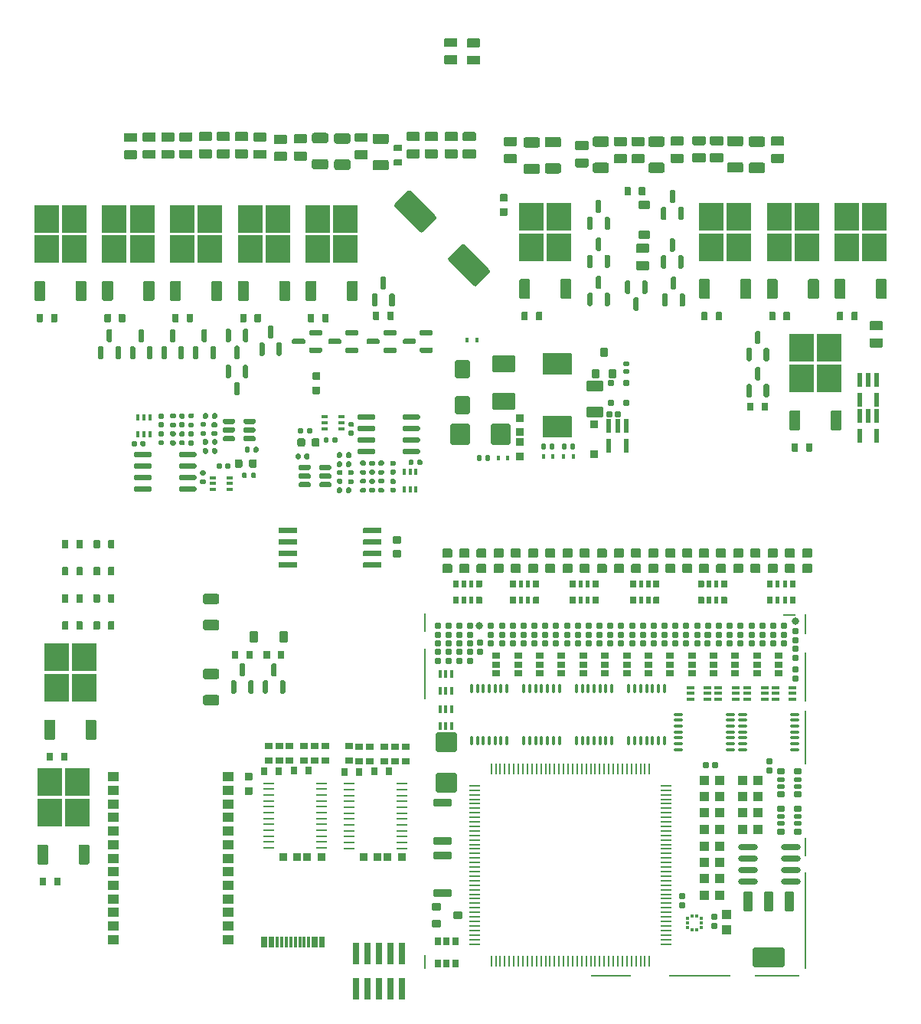
<source format=gtp>
G75*
G70*
%OFA0B0*%
%FSLAX25Y25*%
%IPPOS*%
%LPD*%
%AMOC8*
5,1,8,0,0,1.08239X$1,22.5*
%
%AMM132*
21,1,0.035430,0.030320,-0.000000,-0.000000,270.000000*
21,1,0.028350,0.037400,-0.000000,-0.000000,270.000000*
1,1,0.007090,-0.015160,-0.014170*
1,1,0.007090,-0.015160,0.014170*
1,1,0.007090,0.015160,0.014170*
1,1,0.007090,0.015160,-0.014170*
%
%AMM137*
21,1,0.033470,0.026770,-0.000000,-0.000000,180.000000*
21,1,0.026770,0.033470,-0.000000,-0.000000,180.000000*
1,1,0.006690,-0.013390,0.013390*
1,1,0.006690,0.013390,0.013390*
1,1,0.006690,0.013390,-0.013390*
1,1,0.006690,-0.013390,-0.013390*
%
%AMM165*
21,1,0.074800,0.083460,0.000000,-0.000000,270.000000*
21,1,0.059840,0.098430,0.000000,-0.000000,270.000000*
1,1,0.014960,-0.041730,-0.029920*
1,1,0.014960,-0.041730,0.029920*
1,1,0.014960,0.041730,0.029920*
1,1,0.014960,0.041730,-0.029920*
%
%AMM166*
21,1,0.086610,0.073230,0.000000,-0.000000,180.000000*
21,1,0.069290,0.090550,0.000000,-0.000000,180.000000*
1,1,0.017320,-0.034650,0.036610*
1,1,0.017320,0.034650,0.036610*
1,1,0.017320,0.034650,-0.036610*
1,1,0.017320,-0.034650,-0.036610*
%
%AMM167*
21,1,0.078740,0.053540,0.000000,-0.000000,90.000000*
21,1,0.065350,0.066930,0.000000,-0.000000,90.000000*
1,1,0.013390,0.026770,0.032680*
1,1,0.013390,0.026770,-0.032680*
1,1,0.013390,-0.026770,-0.032680*
1,1,0.013390,-0.026770,0.032680*
%
%AMM168*
21,1,0.035430,0.030320,0.000000,-0.000000,0.000000*
21,1,0.028350,0.037400,0.000000,-0.000000,0.000000*
1,1,0.007090,0.014170,-0.015160*
1,1,0.007090,-0.014170,-0.015160*
1,1,0.007090,-0.014170,0.015160*
1,1,0.007090,0.014170,0.015160*
%
%AMM169*
21,1,0.021650,0.052760,0.000000,-0.000000,180.000000*
21,1,0.017320,0.057090,0.000000,-0.000000,180.000000*
1,1,0.004330,-0.008660,0.026380*
1,1,0.004330,0.008660,0.026380*
1,1,0.004330,0.008660,-0.026380*
1,1,0.004330,-0.008660,-0.026380*
%
%AMM170*
21,1,0.035830,0.026770,0.000000,-0.000000,270.000000*
21,1,0.029130,0.033470,0.000000,-0.000000,270.000000*
1,1,0.006690,-0.013390,-0.014570*
1,1,0.006690,-0.013390,0.014570*
1,1,0.006690,0.013390,0.014570*
1,1,0.006690,0.013390,-0.014570*
%
%AMM171*
21,1,0.094490,0.111020,0.000000,-0.000000,270.000000*
21,1,0.075590,0.129920,0.000000,-0.000000,270.000000*
1,1,0.018900,-0.055510,-0.037800*
1,1,0.018900,-0.055510,0.037800*
1,1,0.018900,0.055510,0.037800*
1,1,0.018900,0.055510,-0.037800*
%
%AMM172*
21,1,0.070870,0.036220,0.000000,-0.000000,0.000000*
21,1,0.061810,0.045280,0.000000,-0.000000,0.000000*
1,1,0.009060,0.030910,-0.018110*
1,1,0.009060,-0.030910,-0.018110*
1,1,0.009060,-0.030910,0.018110*
1,1,0.009060,0.030910,0.018110*
%
%AMM173*
21,1,0.033470,0.026770,0.000000,-0.000000,270.000000*
21,1,0.026770,0.033470,0.000000,-0.000000,270.000000*
1,1,0.006690,-0.013390,-0.013390*
1,1,0.006690,-0.013390,0.013390*
1,1,0.006690,0.013390,0.013390*
1,1,0.006690,0.013390,-0.013390*
%
%AMM174*
21,1,0.015750,0.016540,0.000000,-0.000000,180.000000*
21,1,0.012600,0.019680,0.000000,-0.000000,180.000000*
1,1,0.003150,-0.006300,0.008270*
1,1,0.003150,0.006300,0.008270*
1,1,0.003150,0.006300,-0.008270*
1,1,0.003150,-0.006300,-0.008270*
%
%AMM175*
21,1,0.023620,0.018900,0.000000,-0.000000,0.000000*
21,1,0.018900,0.023620,0.000000,-0.000000,0.000000*
1,1,0.004720,0.009450,-0.009450*
1,1,0.004720,-0.009450,-0.009450*
1,1,0.004720,-0.009450,0.009450*
1,1,0.004720,0.009450,0.009450*
%
%AMM176*
21,1,0.019680,0.019680,0.000000,-0.000000,270.000000*
21,1,0.015750,0.023620,0.000000,-0.000000,270.000000*
1,1,0.003940,-0.009840,-0.007870*
1,1,0.003940,-0.009840,0.007870*
1,1,0.003940,0.009840,0.007870*
1,1,0.003940,0.009840,-0.007870*
%
%AMM177*
21,1,0.019680,0.019680,0.000000,-0.000000,180.000000*
21,1,0.015750,0.023620,0.000000,-0.000000,180.000000*
1,1,0.003940,-0.007870,0.009840*
1,1,0.003940,0.007870,0.009840*
1,1,0.003940,0.007870,-0.009840*
1,1,0.003940,-0.007870,-0.009840*
%
%AMM206*
21,1,0.027560,0.030710,-0.000000,-0.000000,180.000000*
21,1,0.022050,0.036220,-0.000000,-0.000000,180.000000*
1,1,0.005510,-0.011020,0.015350*
1,1,0.005510,0.011020,0.015350*
1,1,0.005510,0.011020,-0.015350*
1,1,0.005510,-0.011020,-0.015350*
%
%AMM207*
21,1,0.027560,0.030710,-0.000000,-0.000000,90.000000*
21,1,0.022050,0.036220,-0.000000,-0.000000,90.000000*
1,1,0.005510,0.015350,0.011020*
1,1,0.005510,0.015350,-0.011020*
1,1,0.005510,-0.015350,-0.011020*
1,1,0.005510,-0.015350,0.011020*
%
%AMM262*
21,1,0.043310,0.075980,-0.000000,-0.000000,180.000000*
21,1,0.034650,0.084650,-0.000000,-0.000000,180.000000*
1,1,0.008660,-0.017320,0.037990*
1,1,0.008660,0.017320,0.037990*
1,1,0.008660,0.017320,-0.037990*
1,1,0.008660,-0.017320,-0.037990*
%
%AMM263*
21,1,0.043310,0.075990,-0.000000,-0.000000,180.000000*
21,1,0.034650,0.084650,-0.000000,-0.000000,180.000000*
1,1,0.008660,-0.017320,0.037990*
1,1,0.008660,0.017320,0.037990*
1,1,0.008660,0.017320,-0.037990*
1,1,0.008660,-0.017320,-0.037990*
%
%AMM264*
21,1,0.137800,0.067720,-0.000000,-0.000000,180.000000*
21,1,0.120870,0.084650,-0.000000,-0.000000,180.000000*
1,1,0.016930,-0.060430,0.033860*
1,1,0.016930,0.060430,0.033860*
1,1,0.016930,0.060430,-0.033860*
1,1,0.016930,-0.060430,-0.033860*
%
%AMM265*
21,1,0.039370,0.035430,-0.000000,-0.000000,180.000000*
21,1,0.031500,0.043310,-0.000000,-0.000000,180.000000*
1,1,0.007870,-0.015750,0.017720*
1,1,0.007870,0.015750,0.017720*
1,1,0.007870,0.015750,-0.017720*
1,1,0.007870,-0.015750,-0.017720*
%
%AMM266*
21,1,0.023620,0.030710,-0.000000,-0.000000,0.000000*
21,1,0.018900,0.035430,-0.000000,-0.000000,0.000000*
1,1,0.004720,0.009450,-0.015350*
1,1,0.004720,-0.009450,-0.015350*
1,1,0.004720,-0.009450,0.015350*
1,1,0.004720,0.009450,0.015350*
%
%AMM267*
21,1,0.027560,0.018900,-0.000000,-0.000000,0.000000*
21,1,0.022840,0.023620,-0.000000,-0.000000,0.000000*
1,1,0.004720,0.011420,-0.009450*
1,1,0.004720,-0.011420,-0.009450*
1,1,0.004720,-0.011420,0.009450*
1,1,0.004720,0.011420,0.009450*
%
%AMM268*
21,1,0.023620,0.030710,-0.000000,-0.000000,90.000000*
21,1,0.018900,0.035430,-0.000000,-0.000000,90.000000*
1,1,0.004720,0.015350,0.009450*
1,1,0.004720,0.015350,-0.009450*
1,1,0.004720,-0.015350,-0.009450*
1,1,0.004720,-0.015350,0.009450*
%
%AMM269*
21,1,0.086610,0.073230,-0.000000,-0.000000,270.000000*
21,1,0.069290,0.090550,-0.000000,-0.000000,270.000000*
1,1,0.017320,-0.036610,-0.034650*
1,1,0.017320,-0.036610,0.034650*
1,1,0.017320,0.036610,0.034650*
1,1,0.017320,0.036610,-0.034650*
%
%AMM270*
21,1,0.025590,0.026380,-0.000000,-0.000000,270.000000*
21,1,0.020470,0.031500,-0.000000,-0.000000,270.000000*
1,1,0.005120,-0.013190,-0.010240*
1,1,0.005120,-0.013190,0.010240*
1,1,0.005120,0.013190,0.010240*
1,1,0.005120,0.013190,-0.010240*
%
%AMM271*
21,1,0.017720,0.027950,-0.000000,-0.000000,270.000000*
21,1,0.014170,0.031500,-0.000000,-0.000000,270.000000*
1,1,0.003540,-0.013980,-0.007090*
1,1,0.003540,-0.013980,0.007090*
1,1,0.003540,0.013980,0.007090*
1,1,0.003540,0.013980,-0.007090*
%
%AMM272*
21,1,0.031500,0.072440,-0.000000,-0.000000,270.000000*
21,1,0.025200,0.078740,-0.000000,-0.000000,270.000000*
1,1,0.006300,-0.036220,-0.012600*
1,1,0.006300,-0.036220,0.012600*
1,1,0.006300,0.036220,0.012600*
1,1,0.006300,0.036220,-0.012600*
%
%AMM273*
21,1,0.012600,0.028980,-0.000000,-0.000000,270.000000*
21,1,0.010080,0.031500,-0.000000,-0.000000,270.000000*
1,1,0.002520,-0.014490,-0.005040*
1,1,0.002520,-0.014490,0.005040*
1,1,0.002520,0.014490,0.005040*
1,1,0.002520,0.014490,-0.005040*
%
%AMM274*
21,1,0.012600,0.028980,-0.000000,-0.000000,0.000000*
21,1,0.010080,0.031500,-0.000000,-0.000000,0.000000*
1,1,0.002520,0.005040,-0.014490*
1,1,0.002520,-0.005040,-0.014490*
1,1,0.002520,-0.005040,0.014490*
1,1,0.002520,0.005040,0.014490*
%
%AMM275*
21,1,0.039370,0.035430,-0.000000,-0.000000,90.000000*
21,1,0.031500,0.043310,-0.000000,-0.000000,90.000000*
1,1,0.007870,0.017720,0.015750*
1,1,0.007870,0.017720,-0.015750*
1,1,0.007870,-0.017720,-0.015750*
1,1,0.007870,-0.017720,0.015750*
%
%AMM276*
21,1,0.027560,0.018900,-0.000000,-0.000000,270.000000*
21,1,0.022840,0.023620,-0.000000,-0.000000,270.000000*
1,1,0.004720,-0.009450,-0.011420*
1,1,0.004720,-0.009450,0.011420*
1,1,0.004720,0.009450,0.011420*
1,1,0.004720,0.009450,-0.011420*
%
%ADD135O,0.04961X0.00984*%
%ADD144R,0.02559X0.01575*%
%ADD145R,0.01575X0.02559*%
%ADD147O,0.00866X0.05118*%
%ADD148O,0.05118X0.00866*%
%ADD160O,0.01181X0.04331*%
%ADD161O,0.04331X0.01181*%
%ADD163O,0.08661X0.02362*%
%ADD165R,0.01476X0.01378*%
%ADD166R,0.01378X0.01476*%
%ADD17R,0.01181X0.04528*%
%ADD21R,0.00787X0.09055*%
%ADD22R,0.00787X0.42126*%
%ADD23R,0.00787X0.08268*%
%ADD24R,0.00787X0.23622*%
%ADD25R,0.00787X0.21260*%
%ADD26R,0.05512X0.00787*%
%ADD27R,0.19685X0.00787*%
%ADD277M132*%
%ADD28R,0.26772X0.00787*%
%ADD282M137*%
%ADD29R,0.17717X0.00787*%
%ADD30R,0.00787X0.06299*%
%ADD31R,0.00787X0.22441*%
%ADD310M165*%
%ADD311M166*%
%ADD312M167*%
%ADD313M168*%
%ADD314M169*%
%ADD315M170*%
%ADD316M171*%
%ADD317M172*%
%ADD318M173*%
%ADD319M174*%
%ADD32R,0.00787X0.07874*%
%ADD320M175*%
%ADD321M176*%
%ADD322M177*%
%ADD357M206*%
%ADD358M207*%
%ADD438M262*%
%ADD439M263*%
%ADD440M264*%
%ADD441M265*%
%ADD442M266*%
%ADD443M267*%
%ADD444M268*%
%ADD445M269*%
%ADD446M270*%
%ADD447M271*%
%ADD448M272*%
%ADD449M273*%
%ADD450M274*%
%ADD451M275*%
%ADD452M276*%
%ADD48R,0.05118X0.03937*%
%ADD55R,0.02913X0.09449*%
%ADD63C,0.03150*%
%ADD69R,0.10827X0.12008*%
X0000000Y0000000D02*
%LPD*%
G01*
G36*
G01*
X0152559Y0300581D02*
X0152559Y0303652D01*
G75*
G02*
X0152835Y0303927I0000276J0000000D01*
G01*
X0155039Y0303927D01*
G75*
G02*
X0155315Y0303652I0000000J-000276D01*
G01*
X0155315Y0300581D01*
G75*
G02*
X0155039Y0300305I-000276J0000000D01*
G01*
X0152835Y0300305D01*
G75*
G02*
X0152559Y0300581I0000000J0000276D01*
G01*
G37*
G36*
G01*
X0158858Y0300581D02*
X0158858Y0303652D01*
G75*
G02*
X0159134Y0303927I0000276J0000000D01*
G01*
X0161339Y0303927D01*
G75*
G02*
X0161614Y0303652I0000000J-000276D01*
G01*
X0161614Y0300581D01*
G75*
G02*
X0161339Y0300305I-000276J0000000D01*
G01*
X0159134Y0300305D01*
G75*
G02*
X0158858Y0300581I0000000J0000276D01*
G01*
G37*
G36*
G01*
X0217205Y0300433D02*
X0217205Y0303504D01*
G75*
G02*
X0217480Y0303780I0000276J0000000D01*
G01*
X0219685Y0303780D01*
G75*
G02*
X0219961Y0303504I0000000J-000276D01*
G01*
X0219961Y0300433D01*
G75*
G02*
X0219685Y0300157I-000276J0000000D01*
G01*
X0217480Y0300157D01*
G75*
G02*
X0217205Y0300433I0000000J0000276D01*
G01*
G37*
G36*
G01*
X0223504Y0300433D02*
X0223504Y0303504D01*
G75*
G02*
X0223780Y0303780I0000276J0000000D01*
G01*
X0225984Y0303780D01*
G75*
G02*
X0226260Y0303504I0000000J-000276D01*
G01*
X0226260Y0300433D01*
G75*
G02*
X0225984Y0300157I-000276J0000000D01*
G01*
X0223780Y0300157D01*
G75*
G02*
X0223504Y0300433I0000000J0000276D01*
G01*
G37*
G36*
G01*
X0094685Y0299646D02*
X0094685Y0302717D01*
G75*
G02*
X0094961Y0302992I0000276J0000000D01*
G01*
X0097165Y0302992D01*
G75*
G02*
X0097441Y0302717I0000000J-000276D01*
G01*
X0097441Y0299646D01*
G75*
G02*
X0097165Y0299370I-000276J0000000D01*
G01*
X0094961Y0299370D01*
G75*
G02*
X0094685Y0299646I0000000J0000276D01*
G01*
G37*
G36*
G01*
X0100984Y0299646D02*
X0100984Y0302717D01*
G75*
G02*
X0101260Y0302992I0000276J0000000D01*
G01*
X0103465Y0302992D01*
G75*
G02*
X0103740Y0302717I0000000J-000276D01*
G01*
X0103740Y0299646D01*
G75*
G02*
X0103465Y0299370I-000276J0000000D01*
G01*
X0101260Y0299370D01*
G75*
G02*
X0100984Y0299646I0000000J0000276D01*
G01*
G37*
G36*
G01*
X0010433Y0108701D02*
X0010433Y0111772D01*
G75*
G02*
X0010709Y0112047I0000276J0000000D01*
G01*
X0012913Y0112047D01*
G75*
G02*
X0013189Y0111772I0000000J-000276D01*
G01*
X0013189Y0108701D01*
G75*
G02*
X0012913Y0108425I-000276J0000000D01*
G01*
X0010709Y0108425D01*
G75*
G02*
X0010433Y0108701I0000000J0000276D01*
G01*
G37*
G36*
G01*
X0016732Y0108701D02*
X0016732Y0111772D01*
G75*
G02*
X0017008Y0112047I0000276J0000000D01*
G01*
X0019213Y0112047D01*
G75*
G02*
X0019488Y0111772I0000000J-000276D01*
G01*
X0019488Y0108701D01*
G75*
G02*
X0019213Y0108425I-000276J0000000D01*
G01*
X0017008Y0108425D01*
G75*
G02*
X0016732Y0108701I0000000J0000276D01*
G01*
G37*
G36*
G01*
X0007362Y0054370D02*
X0007362Y0057441D01*
G75*
G02*
X0007638Y0057717I0000276J0000000D01*
G01*
X0009843Y0057717D01*
G75*
G02*
X0010118Y0057441I0000000J-000276D01*
G01*
X0010118Y0054370D01*
G75*
G02*
X0009843Y0054094I-000276J0000000D01*
G01*
X0007638Y0054094D01*
G75*
G02*
X0007362Y0054370I0000000J0000276D01*
G01*
G37*
G36*
G01*
X0013661Y0054370D02*
X0013661Y0057441D01*
G75*
G02*
X0013937Y0057717I0000276J0000000D01*
G01*
X0016142Y0057717D01*
G75*
G02*
X0016417Y0057441I0000000J-000276D01*
G01*
X0016417Y0054370D01*
G75*
G02*
X0016142Y0054094I-000276J0000000D01*
G01*
X0013937Y0054094D01*
G75*
G02*
X0013661Y0054370I0000000J0000276D01*
G01*
G37*
G36*
G01*
X0130512Y0299646D02*
X0130512Y0302717D01*
G75*
G02*
X0130787Y0302992I0000276J0000000D01*
G01*
X0132992Y0302992D01*
G75*
G02*
X0133268Y0302717I0000000J-000276D01*
G01*
X0133268Y0299646D01*
G75*
G02*
X0132992Y0299370I-000276J0000000D01*
G01*
X0130787Y0299370D01*
G75*
G02*
X0130512Y0299646I0000000J0000276D01*
G01*
G37*
G36*
G01*
X0124213Y0299646D02*
X0124213Y0302717D01*
G75*
G02*
X0124488Y0302992I0000276J0000000D01*
G01*
X0126693Y0302992D01*
G75*
G02*
X0126969Y0302717I0000000J-000276D01*
G01*
X0126969Y0299646D01*
G75*
G02*
X0126693Y0299370I-000276J0000000D01*
G01*
X0124488Y0299370D01*
G75*
G02*
X0124213Y0299646I0000000J0000276D01*
G01*
G37*
G36*
G01*
X0012402Y0299646D02*
X0012402Y0302717D01*
G75*
G02*
X0012677Y0302992I0000276J0000000D01*
G01*
X0014882Y0302992D01*
G75*
G02*
X0015157Y0302717I0000000J-000276D01*
G01*
X0015157Y0299646D01*
G75*
G02*
X0014882Y0299370I-000276J0000000D01*
G01*
X0012677Y0299370D01*
G75*
G02*
X0012402Y0299646I0000000J0000276D01*
G01*
G37*
G36*
G01*
X0006102Y0299646D02*
X0006102Y0302717D01*
G75*
G02*
X0006378Y0302992I0000276J0000000D01*
G01*
X0008583Y0302992D01*
G75*
G02*
X0008858Y0302717I0000000J-000276D01*
G01*
X0008858Y0299646D01*
G75*
G02*
X0008583Y0299370I-000276J0000000D01*
G01*
X0006378Y0299370D01*
G75*
G02*
X0006102Y0299646I0000000J0000276D01*
G01*
G37*
G36*
G01*
X0334843Y0243346D02*
X0334843Y0246417D01*
G75*
G02*
X0335118Y0246693I0000276J0000000D01*
G01*
X0337323Y0246693D01*
G75*
G02*
X0337598Y0246417I0000000J-000276D01*
G01*
X0337598Y0243346D01*
G75*
G02*
X0337323Y0243071I-000276J0000000D01*
G01*
X0335118Y0243071D01*
G75*
G02*
X0334843Y0243346I0000000J0000276D01*
G01*
G37*
G36*
G01*
X0341142Y0243346D02*
X0341142Y0246417D01*
G75*
G02*
X0341417Y0246693I0000276J0000000D01*
G01*
X0343622Y0246693D01*
G75*
G02*
X0343898Y0246417I0000000J-000276D01*
G01*
X0343898Y0243346D01*
G75*
G02*
X0343622Y0243071I-000276J0000000D01*
G01*
X0341417Y0243071D01*
G75*
G02*
X0341142Y0243346I0000000J0000276D01*
G01*
G37*
G36*
G01*
X0354528Y0300433D02*
X0354528Y0303504D01*
G75*
G02*
X0354803Y0303780I0000276J0000000D01*
G01*
X0357008Y0303780D01*
G75*
G02*
X0357283Y0303504I0000000J-000276D01*
G01*
X0357283Y0300433D01*
G75*
G02*
X0357008Y0300157I-000276J0000000D01*
G01*
X0354803Y0300157D01*
G75*
G02*
X0354528Y0300433I0000000J0000276D01*
G01*
G37*
G36*
G01*
X0360827Y0300433D02*
X0360827Y0303504D01*
G75*
G02*
X0361102Y0303780I0000276J0000000D01*
G01*
X0363307Y0303780D01*
G75*
G02*
X0363583Y0303504I0000000J-000276D01*
G01*
X0363583Y0300433D01*
G75*
G02*
X0363307Y0300157I-000276J0000000D01*
G01*
X0361102Y0300157D01*
G75*
G02*
X0360827Y0300433I0000000J0000276D01*
G01*
G37*
G36*
G01*
X0035630Y0299646D02*
X0035630Y0302717D01*
G75*
G02*
X0035906Y0302992I0000276J0000000D01*
G01*
X0038110Y0302992D01*
G75*
G02*
X0038386Y0302717I0000000J-000276D01*
G01*
X0038386Y0299646D01*
G75*
G02*
X0038110Y0299370I-000276J0000000D01*
G01*
X0035906Y0299370D01*
G75*
G02*
X0035630Y0299646I0000000J0000276D01*
G01*
G37*
G36*
G01*
X0041929Y0299646D02*
X0041929Y0302717D01*
G75*
G02*
X0042205Y0302992I0000276J0000000D01*
G01*
X0044409Y0302992D01*
G75*
G02*
X0044685Y0302717I0000000J-000276D01*
G01*
X0044685Y0299646D01*
G75*
G02*
X0044409Y0299370I-000276J0000000D01*
G01*
X0042205Y0299370D01*
G75*
G02*
X0041929Y0299646I0000000J0000276D01*
G01*
G37*
G36*
G01*
X0065157Y0299646D02*
X0065157Y0302717D01*
G75*
G02*
X0065433Y0302992I0000276J0000000D01*
G01*
X0067638Y0302992D01*
G75*
G02*
X0067913Y0302717I0000000J-000276D01*
G01*
X0067913Y0299646D01*
G75*
G02*
X0067638Y0299370I-000276J0000000D01*
G01*
X0065433Y0299370D01*
G75*
G02*
X0065157Y0299646I0000000J0000276D01*
G01*
G37*
G36*
G01*
X0071457Y0299646D02*
X0071457Y0302717D01*
G75*
G02*
X0071732Y0302992I0000276J0000000D01*
G01*
X0073937Y0302992D01*
G75*
G02*
X0074213Y0302717I0000000J-000276D01*
G01*
X0074213Y0299646D01*
G75*
G02*
X0073937Y0299370I-000276J0000000D01*
G01*
X0071732Y0299370D01*
G75*
G02*
X0071457Y0299646I0000000J0000276D01*
G01*
G37*
G36*
G01*
X0304626Y0368898D02*
X0299705Y0368898D01*
G75*
G02*
X0299311Y0369291I0000000J0000394D01*
G01*
X0299311Y0372441D01*
G75*
G02*
X0299705Y0372835I0000394J0000000D01*
G01*
X0304626Y0372835D01*
G75*
G02*
X0305020Y0372441I0000000J-000394D01*
G01*
X0305020Y0369291D01*
G75*
G02*
X0304626Y0368898I-000394J0000000D01*
G01*
G37*
G36*
G01*
X0304626Y0376378D02*
X0299705Y0376378D01*
G75*
G02*
X0299311Y0376772I0000000J0000394D01*
G01*
X0299311Y0379921D01*
G75*
G02*
X0299705Y0380315I0000394J0000000D01*
G01*
X0304626Y0380315D01*
G75*
G02*
X0305020Y0379921I0000000J-000394D01*
G01*
X0305020Y0376772D01*
G75*
G02*
X0304626Y0376378I-000394J0000000D01*
G01*
G37*
G36*
G01*
X0085591Y0136201D02*
X0085591Y0133484D01*
G75*
G02*
X0084685Y0132579I-000906J0000000D01*
G01*
X0079409Y0132579D01*
G75*
G02*
X0078504Y0133484I0000000J0000906D01*
G01*
X0078504Y0136201D01*
G75*
G02*
X0079409Y0137106I0000906J0000000D01*
G01*
X0084685Y0137106D01*
G75*
G02*
X0085591Y0136201I0000000J-000906D01*
G01*
G37*
G36*
G01*
X0085591Y0147618D02*
X0085591Y0144902D01*
G75*
G02*
X0084685Y0143996I-000906J0000000D01*
G01*
X0079409Y0143996D01*
G75*
G02*
X0078504Y0144902I0000000J0000906D01*
G01*
X0078504Y0147618D01*
G75*
G02*
X0079409Y0148524I0000906J0000000D01*
G01*
X0084685Y0148524D01*
G75*
G02*
X0085591Y0147618I0000000J-000906D01*
G01*
G37*
G36*
G01*
X0324016Y0177028D02*
X0324016Y0179665D01*
G75*
G02*
X0324272Y0179921I0000256J0000000D01*
G01*
X0326319Y0179921D01*
G75*
G02*
X0326575Y0179665I0000000J-000256D01*
G01*
X0326575Y0177028D01*
G75*
G02*
X0326319Y0176772I-000256J0000000D01*
G01*
X0324272Y0176772D01*
G75*
G02*
X0324016Y0177028I0000000J0000256D01*
G01*
G37*
G36*
G01*
X0327854Y0176949D02*
X0327854Y0179744D01*
G75*
G02*
X0328031Y0179921I0000177J0000000D01*
G01*
X0329449Y0179921D01*
G75*
G02*
X0329626Y0179744I0000000J-000177D01*
G01*
X0329626Y0176949D01*
G75*
G02*
X0329449Y0176772I-000177J0000000D01*
G01*
X0328031Y0176772D01*
G75*
G02*
X0327854Y0176949I0000000J0000177D01*
G01*
G37*
G36*
G01*
X0331004Y0176949D02*
X0331004Y0179744D01*
G75*
G02*
X0331181Y0179921I0000177J0000000D01*
G01*
X0332598Y0179921D01*
G75*
G02*
X0332776Y0179744I0000000J-000177D01*
G01*
X0332776Y0176949D01*
G75*
G02*
X0332598Y0176772I-000177J0000000D01*
G01*
X0331181Y0176772D01*
G75*
G02*
X0331004Y0176949I0000000J0000177D01*
G01*
G37*
G36*
G01*
X0334055Y0177028D02*
X0334055Y0179665D01*
G75*
G02*
X0334311Y0179921I0000256J0000000D01*
G01*
X0336358Y0179921D01*
G75*
G02*
X0336614Y0179665I0000000J-000256D01*
G01*
X0336614Y0177028D01*
G75*
G02*
X0336358Y0176772I-000256J0000000D01*
G01*
X0334311Y0176772D01*
G75*
G02*
X0334055Y0177028I0000000J0000256D01*
G01*
G37*
G36*
G01*
X0334055Y0184114D02*
X0334055Y0186752D01*
G75*
G02*
X0334311Y0187008I0000256J0000000D01*
G01*
X0336358Y0187008D01*
G75*
G02*
X0336614Y0186752I0000000J-000256D01*
G01*
X0336614Y0184114D01*
G75*
G02*
X0336358Y0183858I-000256J0000000D01*
G01*
X0334311Y0183858D01*
G75*
G02*
X0334055Y0184114I0000000J0000256D01*
G01*
G37*
G36*
G01*
X0331004Y0184035D02*
X0331004Y0186831D01*
G75*
G02*
X0331181Y0187008I0000177J0000000D01*
G01*
X0332598Y0187008D01*
G75*
G02*
X0332776Y0186831I0000000J-000177D01*
G01*
X0332776Y0184035D01*
G75*
G02*
X0332598Y0183858I-000177J0000000D01*
G01*
X0331181Y0183858D01*
G75*
G02*
X0331004Y0184035I0000000J0000177D01*
G01*
G37*
G36*
G01*
X0327854Y0184035D02*
X0327854Y0186831D01*
G75*
G02*
X0328031Y0187008I0000177J0000000D01*
G01*
X0329449Y0187008D01*
G75*
G02*
X0329626Y0186831I0000000J-000177D01*
G01*
X0329626Y0184035D01*
G75*
G02*
X0329449Y0183858I-000177J0000000D01*
G01*
X0328031Y0183858D01*
G75*
G02*
X0327854Y0184035I0000000J0000177D01*
G01*
G37*
G36*
G01*
X0324016Y0184114D02*
X0324016Y0186752D01*
G75*
G02*
X0324272Y0187008I0000256J0000000D01*
G01*
X0326319Y0187008D01*
G75*
G02*
X0326575Y0186752I0000000J-000256D01*
G01*
X0326575Y0184114D01*
G75*
G02*
X0326319Y0183858I-000256J0000000D01*
G01*
X0324272Y0183858D01*
G75*
G02*
X0324016Y0184114I0000000J0000256D01*
G01*
G37*
G36*
G01*
X0201575Y0190157D02*
X0198031Y0190157D01*
G75*
G02*
X0197638Y0190551I0000000J0000394D01*
G01*
X0197638Y0193701D01*
G75*
G02*
X0198031Y0194094I0000394J0000000D01*
G01*
X0201575Y0194094D01*
G75*
G02*
X0201968Y0193701I0000000J-000394D01*
G01*
X0201968Y0190551D01*
G75*
G02*
X0201575Y0190157I-000394J0000000D01*
G01*
G37*
G36*
G01*
X0201575Y0196850D02*
X0198031Y0196850D01*
G75*
G02*
X0197638Y0197244I0000000J0000394D01*
G01*
X0197638Y0200394D01*
G75*
G02*
X0198031Y0200787I0000394J0000000D01*
G01*
X0201575Y0200787D01*
G75*
G02*
X0201968Y0200394I0000000J-000394D01*
G01*
X0201968Y0197244D01*
G75*
G02*
X0201575Y0196850I-000394J0000000D01*
G01*
G37*
G36*
G01*
X0017126Y0165787D02*
X0017126Y0168858D01*
G75*
G02*
X0017402Y0169134I0000276J0000000D01*
G01*
X0019606Y0169134D01*
G75*
G02*
X0019882Y0168858I0000000J-000276D01*
G01*
X0019882Y0165787D01*
G75*
G02*
X0019606Y0165512I-000276J0000000D01*
G01*
X0017402Y0165512D01*
G75*
G02*
X0017126Y0165787I0000000J0000276D01*
G01*
G37*
G36*
G01*
X0023425Y0165787D02*
X0023425Y0168858D01*
G75*
G02*
X0023701Y0169134I0000276J0000000D01*
G01*
X0025906Y0169134D01*
G75*
G02*
X0026181Y0168858I0000000J-000276D01*
G01*
X0026181Y0165787D01*
G75*
G02*
X0025906Y0165512I-000276J0000000D01*
G01*
X0023701Y0165512D01*
G75*
G02*
X0023425Y0165787I0000000J0000276D01*
G01*
G37*
G36*
G01*
X0186614Y0190157D02*
X0183071Y0190157D01*
G75*
G02*
X0182677Y0190551I0000000J0000394D01*
G01*
X0182677Y0193701D01*
G75*
G02*
X0183071Y0194094I0000394J0000000D01*
G01*
X0186614Y0194094D01*
G75*
G02*
X0187008Y0193701I0000000J-000394D01*
G01*
X0187008Y0190551D01*
G75*
G02*
X0186614Y0190157I-000394J0000000D01*
G01*
G37*
G36*
G01*
X0186614Y0196850D02*
X0183071Y0196850D01*
G75*
G02*
X0182677Y0197244I0000000J0000394D01*
G01*
X0182677Y0200394D01*
G75*
G02*
X0183071Y0200787I0000394J0000000D01*
G01*
X0186614Y0200787D01*
G75*
G02*
X0187008Y0200394I0000000J-000394D01*
G01*
X0187008Y0197244D01*
G75*
G02*
X0186614Y0196850I-000394J0000000D01*
G01*
G37*
G36*
G01*
X0175492Y0382087D02*
X0180413Y0382087D01*
G75*
G02*
X0180807Y0381693I0000000J-000394D01*
G01*
X0180807Y0378543D01*
G75*
G02*
X0180413Y0378150I-000394J0000000D01*
G01*
X0175492Y0378150D01*
G75*
G02*
X0175098Y0378543I0000000J0000394D01*
G01*
X0175098Y0381693D01*
G75*
G02*
X0175492Y0382087I0000394J0000000D01*
G01*
G37*
G36*
G01*
X0175492Y0374606D02*
X0180413Y0374606D01*
G75*
G02*
X0180807Y0374213I0000000J-000394D01*
G01*
X0180807Y0371063D01*
G75*
G02*
X0180413Y0370669I-000394J0000000D01*
G01*
X0175492Y0370669D01*
G75*
G02*
X0175098Y0371063I0000000J0000394D01*
G01*
X0175098Y0374213D01*
G75*
G02*
X0175492Y0374606I0000394J0000000D01*
G01*
G37*
G36*
G01*
X0296949Y0368898D02*
X0292028Y0368898D01*
G75*
G02*
X0291634Y0369291I0000000J0000394D01*
G01*
X0291634Y0372441D01*
G75*
G02*
X0292028Y0372835I0000394J0000000D01*
G01*
X0296949Y0372835D01*
G75*
G02*
X0297343Y0372441I0000000J-000394D01*
G01*
X0297343Y0369291D01*
G75*
G02*
X0296949Y0368898I-000394J0000000D01*
G01*
G37*
G36*
G01*
X0296949Y0376378D02*
X0292028Y0376378D01*
G75*
G02*
X0291634Y0376772I0000000J0000394D01*
G01*
X0291634Y0379921D01*
G75*
G02*
X0292028Y0380315I0000394J0000000D01*
G01*
X0296949Y0380315D01*
G75*
G02*
X0297343Y0379921I0000000J-000394D01*
G01*
X0297343Y0376772D01*
G75*
G02*
X0296949Y0376378I-000394J0000000D01*
G01*
G37*
G36*
G01*
X0097736Y0370669D02*
X0092815Y0370669D01*
G75*
G02*
X0092421Y0371063I0000000J0000394D01*
G01*
X0092421Y0374213D01*
G75*
G02*
X0092815Y0374606I0000394J0000000D01*
G01*
X0097736Y0374606D01*
G75*
G02*
X0098130Y0374213I0000000J-000394D01*
G01*
X0098130Y0371063D01*
G75*
G02*
X0097736Y0370669I-000394J0000000D01*
G01*
G37*
G36*
G01*
X0097736Y0378150D02*
X0092815Y0378150D01*
G75*
G02*
X0092421Y0378543I0000000J0000394D01*
G01*
X0092421Y0381693D01*
G75*
G02*
X0092815Y0382087I0000394J0000000D01*
G01*
X0097736Y0382087D01*
G75*
G02*
X0098130Y0381693I0000000J-000394D01*
G01*
X0098130Y0378543D01*
G75*
G02*
X0097736Y0378150I-000394J0000000D01*
G01*
G37*
D69*
X0099035Y0331201D03*
X0111043Y0331201D03*
X0099035Y0344390D03*
X0111043Y0344390D03*
G36*
G01*
X0097953Y0308661D02*
X0094173Y0308661D01*
G75*
G02*
X0093701Y0309134I0000000J0000472D01*
G01*
X0093701Y0316850D01*
G75*
G02*
X0094173Y0317323I0000472J0000000D01*
G01*
X0097953Y0317323D01*
G75*
G02*
X0098425Y0316850I0000000J-000472D01*
G01*
X0098425Y0309134D01*
G75*
G02*
X0097953Y0308661I-000472J0000000D01*
G01*
G37*
G36*
G01*
X0115906Y0308661D02*
X0112126Y0308661D01*
G75*
G02*
X0111654Y0309134I0000000J0000472D01*
G01*
X0111654Y0316850D01*
G75*
G02*
X0112126Y0317323I0000472J0000000D01*
G01*
X0115906Y0317323D01*
G75*
G02*
X0116378Y0316850I0000000J-000472D01*
G01*
X0116378Y0309134D01*
G75*
G02*
X0115906Y0308661I-000472J0000000D01*
G01*
G37*
G36*
G01*
X0248228Y0376595D02*
X0248228Y0379311D01*
G75*
G02*
X0249134Y0380217I0000906J0000000D01*
G01*
X0254409Y0380217D01*
G75*
G02*
X0255315Y0379311I0000000J-000906D01*
G01*
X0255315Y0376595D01*
G75*
G02*
X0254409Y0375689I-000906J0000000D01*
G01*
X0249134Y0375689D01*
G75*
G02*
X0248228Y0376595I0000000J0000906D01*
G01*
G37*
G36*
G01*
X0248228Y0365177D02*
X0248228Y0367894D01*
G75*
G02*
X0249134Y0368799I0000906J0000000D01*
G01*
X0254409Y0368799D01*
G75*
G02*
X0255315Y0367894I0000000J-000906D01*
G01*
X0255315Y0365177D01*
G75*
G02*
X0254409Y0364272I-000906J0000000D01*
G01*
X0249134Y0364272D01*
G75*
G02*
X0248228Y0365177I0000000J0000906D01*
G01*
G37*
G36*
G01*
X0316929Y0266634D02*
X0315748Y0266634D01*
G75*
G02*
X0315157Y0267224I0000000J0000591D01*
G01*
X0315157Y0271850D01*
G75*
G02*
X0315748Y0272441I0000591J0000000D01*
G01*
X0316929Y0272441D01*
G75*
G02*
X0317520Y0271850I0000000J-000591D01*
G01*
X0317520Y0267224D01*
G75*
G02*
X0316929Y0266634I-000591J0000000D01*
G01*
G37*
G36*
G01*
X0320669Y0274016D02*
X0319488Y0274016D01*
G75*
G02*
X0318898Y0274606I0000000J0000591D01*
G01*
X0318898Y0279232D01*
G75*
G02*
X0319488Y0279823I0000591J0000000D01*
G01*
X0320669Y0279823D01*
G75*
G02*
X0321260Y0279232I0000000J-000591D01*
G01*
X0321260Y0274606D01*
G75*
G02*
X0320669Y0274016I-000591J0000000D01*
G01*
G37*
G36*
G01*
X0324409Y0266634D02*
X0323228Y0266634D01*
G75*
G02*
X0322638Y0267224I0000000J0000591D01*
G01*
X0322638Y0271850D01*
G75*
G02*
X0323228Y0272441I0000591J0000000D01*
G01*
X0324409Y0272441D01*
G75*
G02*
X0325000Y0271850I0000000J-000591D01*
G01*
X0325000Y0267224D01*
G75*
G02*
X0324409Y0266634I-000591J0000000D01*
G01*
G37*
G36*
G01*
X0374114Y0288386D02*
X0369193Y0288386D01*
G75*
G02*
X0368799Y0288780I0000000J0000394D01*
G01*
X0368799Y0291929D01*
G75*
G02*
X0369193Y0292323I0000394J0000000D01*
G01*
X0374114Y0292323D01*
G75*
G02*
X0374508Y0291929I0000000J-000394D01*
G01*
X0374508Y0288780D01*
G75*
G02*
X0374114Y0288386I-000394J0000000D01*
G01*
G37*
G36*
G01*
X0374114Y0295866D02*
X0369193Y0295866D01*
G75*
G02*
X0368799Y0296260I0000000J0000394D01*
G01*
X0368799Y0299410D01*
G75*
G02*
X0369193Y0299803I0000394J0000000D01*
G01*
X0374114Y0299803D01*
G75*
G02*
X0374508Y0299410I0000000J-000394D01*
G01*
X0374508Y0296260D01*
G75*
G02*
X0374114Y0295866I-000394J0000000D01*
G01*
G37*
G36*
G01*
X0295472Y0300433D02*
X0295472Y0303504D01*
G75*
G02*
X0295748Y0303780I0000276J0000000D01*
G01*
X0297953Y0303780D01*
G75*
G02*
X0298228Y0303504I0000000J-000276D01*
G01*
X0298228Y0300433D01*
G75*
G02*
X0297953Y0300157I-000276J0000000D01*
G01*
X0295748Y0300157D01*
G75*
G02*
X0295472Y0300433I0000000J0000276D01*
G01*
G37*
G36*
G01*
X0301772Y0300433D02*
X0301772Y0303504D01*
G75*
G02*
X0302047Y0303780I0000276J0000000D01*
G01*
X0304252Y0303780D01*
G75*
G02*
X0304528Y0303504I0000000J-000276D01*
G01*
X0304528Y0300433D01*
G75*
G02*
X0304252Y0300157I-000276J0000000D01*
G01*
X0302047Y0300157D01*
G75*
G02*
X0301772Y0300433I0000000J0000276D01*
G01*
G37*
G36*
G01*
X0178642Y0287795D02*
X0178642Y0286614D01*
G75*
G02*
X0178051Y0286024I-000591J0000000D01*
G01*
X0173425Y0286024D01*
G75*
G02*
X0172835Y0286614I0000000J0000591D01*
G01*
X0172835Y0287795D01*
G75*
G02*
X0173425Y0288386I0000591J0000000D01*
G01*
X0178051Y0288386D01*
G75*
G02*
X0178642Y0287795I0000000J-000591D01*
G01*
G37*
G36*
G01*
X0171260Y0291535D02*
X0171260Y0290354D01*
G75*
G02*
X0170669Y0289764I-000591J0000000D01*
G01*
X0166043Y0289764D01*
G75*
G02*
X0165453Y0290354I0000000J0000591D01*
G01*
X0165453Y0291535D01*
G75*
G02*
X0166043Y0292126I0000591J0000000D01*
G01*
X0170669Y0292126D01*
G75*
G02*
X0171260Y0291535I0000000J-000591D01*
G01*
G37*
G36*
G01*
X0178642Y0295276D02*
X0178642Y0294094D01*
G75*
G02*
X0178051Y0293504I-000591J0000000D01*
G01*
X0173425Y0293504D01*
G75*
G02*
X0172835Y0294094I0000000J0000591D01*
G01*
X0172835Y0295276D01*
G75*
G02*
X0173425Y0295866I0000591J0000000D01*
G01*
X0178051Y0295866D01*
G75*
G02*
X0178642Y0295276I0000000J-000591D01*
G01*
G37*
G36*
G01*
X0261417Y0190157D02*
X0257874Y0190157D01*
G75*
G02*
X0257480Y0190551I0000000J0000394D01*
G01*
X0257480Y0193701D01*
G75*
G02*
X0257874Y0194094I0000394J0000000D01*
G01*
X0261417Y0194094D01*
G75*
G02*
X0261811Y0193701I0000000J-000394D01*
G01*
X0261811Y0190551D01*
G75*
G02*
X0261417Y0190157I-000394J0000000D01*
G01*
G37*
G36*
G01*
X0261417Y0196850D02*
X0257874Y0196850D01*
G75*
G02*
X0257480Y0197244I0000000J0000394D01*
G01*
X0257480Y0200394D01*
G75*
G02*
X0257874Y0200787I0000394J0000000D01*
G01*
X0261417Y0200787D01*
G75*
G02*
X0261811Y0200394I0000000J-000394D01*
G01*
X0261811Y0197244D01*
G75*
G02*
X0261417Y0196850I-000394J0000000D01*
G01*
G37*
G36*
G01*
X0208110Y0355177D02*
X0210787Y0355177D01*
G75*
G02*
X0211122Y0354843I0000000J-000335D01*
G01*
X0211122Y0352165D01*
G75*
G02*
X0210787Y0351831I-000335J0000000D01*
G01*
X0208110Y0351831D01*
G75*
G02*
X0207776Y0352165I0000000J0000335D01*
G01*
X0207776Y0354843D01*
G75*
G02*
X0208110Y0355177I0000335J0000000D01*
G01*
G37*
G36*
G01*
X0208110Y0348957D02*
X0210787Y0348957D01*
G75*
G02*
X0211122Y0348622I0000000J-000335D01*
G01*
X0211122Y0345945D01*
G75*
G02*
X0210787Y0345610I-000335J0000000D01*
G01*
X0208110Y0345610D01*
G75*
G02*
X0207776Y0345945I0000000J0000335D01*
G01*
X0207776Y0348622D01*
G75*
G02*
X0208110Y0348957I0000335J0000000D01*
G01*
G37*
X0221555Y0331988D03*
X0233563Y0331988D03*
X0221555Y0345177D03*
X0233563Y0345177D03*
G36*
G01*
X0220472Y0309449D02*
X0216693Y0309449D01*
G75*
G02*
X0216220Y0309921I0000000J0000472D01*
G01*
X0216220Y0317638D01*
G75*
G02*
X0216693Y0318110I0000472J0000000D01*
G01*
X0220472Y0318110D01*
G75*
G02*
X0220945Y0317638I0000000J-000472D01*
G01*
X0220945Y0309921D01*
G75*
G02*
X0220472Y0309449I-000472J0000000D01*
G01*
G37*
G36*
G01*
X0238425Y0309449D02*
X0234646Y0309449D01*
G75*
G02*
X0234173Y0309921I0000000J0000472D01*
G01*
X0234173Y0317638D01*
G75*
G02*
X0234646Y0318110I0000472J0000000D01*
G01*
X0238425Y0318110D01*
G75*
G02*
X0238898Y0317638I0000000J-000472D01*
G01*
X0238898Y0309921D01*
G75*
G02*
X0238425Y0309449I-000472J0000000D01*
G01*
G37*
G36*
G01*
X0238189Y0177028D02*
X0238189Y0179665D01*
G75*
G02*
X0238445Y0179921I0000256J0000000D01*
G01*
X0240492Y0179921D01*
G75*
G02*
X0240748Y0179665I0000000J-000256D01*
G01*
X0240748Y0177028D01*
G75*
G02*
X0240492Y0176772I-000256J0000000D01*
G01*
X0238445Y0176772D01*
G75*
G02*
X0238189Y0177028I0000000J0000256D01*
G01*
G37*
G36*
G01*
X0242028Y0176949D02*
X0242028Y0179744D01*
G75*
G02*
X0242205Y0179921I0000177J0000000D01*
G01*
X0243622Y0179921D01*
G75*
G02*
X0243799Y0179744I0000000J-000177D01*
G01*
X0243799Y0176949D01*
G75*
G02*
X0243622Y0176772I-000177J0000000D01*
G01*
X0242205Y0176772D01*
G75*
G02*
X0242028Y0176949I0000000J0000177D01*
G01*
G37*
G36*
G01*
X0245177Y0176949D02*
X0245177Y0179744D01*
G75*
G02*
X0245354Y0179921I0000177J0000000D01*
G01*
X0246772Y0179921D01*
G75*
G02*
X0246949Y0179744I0000000J-000177D01*
G01*
X0246949Y0176949D01*
G75*
G02*
X0246772Y0176772I-000177J0000000D01*
G01*
X0245354Y0176772D01*
G75*
G02*
X0245177Y0176949I0000000J0000177D01*
G01*
G37*
G36*
G01*
X0248228Y0177028D02*
X0248228Y0179665D01*
G75*
G02*
X0248484Y0179921I0000256J0000000D01*
G01*
X0250531Y0179921D01*
G75*
G02*
X0250787Y0179665I0000000J-000256D01*
G01*
X0250787Y0177028D01*
G75*
G02*
X0250531Y0176772I-000256J0000000D01*
G01*
X0248484Y0176772D01*
G75*
G02*
X0248228Y0177028I0000000J0000256D01*
G01*
G37*
G36*
G01*
X0248228Y0184114D02*
X0248228Y0186752D01*
G75*
G02*
X0248484Y0187008I0000256J0000000D01*
G01*
X0250531Y0187008D01*
G75*
G02*
X0250787Y0186752I0000000J-000256D01*
G01*
X0250787Y0184114D01*
G75*
G02*
X0250531Y0183858I-000256J0000000D01*
G01*
X0248484Y0183858D01*
G75*
G02*
X0248228Y0184114I0000000J0000256D01*
G01*
G37*
G36*
G01*
X0245177Y0184035D02*
X0245177Y0186831D01*
G75*
G02*
X0245354Y0187008I0000177J0000000D01*
G01*
X0246772Y0187008D01*
G75*
G02*
X0246949Y0186831I0000000J-000177D01*
G01*
X0246949Y0184035D01*
G75*
G02*
X0246772Y0183858I-000177J0000000D01*
G01*
X0245354Y0183858D01*
G75*
G02*
X0245177Y0184035I0000000J0000177D01*
G01*
G37*
G36*
G01*
X0242028Y0184035D02*
X0242028Y0186831D01*
G75*
G02*
X0242205Y0187008I0000177J0000000D01*
G01*
X0243622Y0187008D01*
G75*
G02*
X0243799Y0186831I0000000J-000177D01*
G01*
X0243799Y0184035D01*
G75*
G02*
X0243622Y0183858I-000177J0000000D01*
G01*
X0242205Y0183858D01*
G75*
G02*
X0242028Y0184035I0000000J0000177D01*
G01*
G37*
G36*
G01*
X0238189Y0184114D02*
X0238189Y0186752D01*
G75*
G02*
X0238445Y0187008I0000256J0000000D01*
G01*
X0240492Y0187008D01*
G75*
G02*
X0240748Y0186752I0000000J-000256D01*
G01*
X0240748Y0184114D01*
G75*
G02*
X0240492Y0183858I-000256J0000000D01*
G01*
X0238445Y0183858D01*
G75*
G02*
X0238189Y0184114I0000000J0000256D01*
G01*
G37*
G36*
G01*
X0104764Y0284744D02*
X0103583Y0284744D01*
G75*
G02*
X0102992Y0285335I0000000J0000591D01*
G01*
X0102992Y0289961D01*
G75*
G02*
X0103583Y0290551I0000591J0000000D01*
G01*
X0104764Y0290551D01*
G75*
G02*
X0105354Y0289961I0000000J-000591D01*
G01*
X0105354Y0285335D01*
G75*
G02*
X0104764Y0284744I-000591J0000000D01*
G01*
G37*
G36*
G01*
X0108504Y0292126D02*
X0107323Y0292126D01*
G75*
G02*
X0106732Y0292717I0000000J0000591D01*
G01*
X0106732Y0297343D01*
G75*
G02*
X0107323Y0297933I0000591J0000000D01*
G01*
X0108504Y0297933D01*
G75*
G02*
X0109094Y0297343I0000000J-000591D01*
G01*
X0109094Y0292717D01*
G75*
G02*
X0108504Y0292126I-000591J0000000D01*
G01*
G37*
G36*
G01*
X0112244Y0284744D02*
X0111063Y0284744D01*
G75*
G02*
X0110472Y0285335I0000000J0000591D01*
G01*
X0110472Y0289961D01*
G75*
G02*
X0111063Y0290551I0000591J0000000D01*
G01*
X0112244Y0290551D01*
G75*
G02*
X0112835Y0289961I0000000J-000591D01*
G01*
X0112835Y0285335D01*
G75*
G02*
X0112244Y0284744I-000591J0000000D01*
G01*
G37*
G36*
G01*
X0291142Y0190157D02*
X0287598Y0190157D01*
G75*
G02*
X0287205Y0190551I0000000J0000394D01*
G01*
X0287205Y0193701D01*
G75*
G02*
X0287598Y0194094I0000394J0000000D01*
G01*
X0291142Y0194094D01*
G75*
G02*
X0291535Y0193701I0000000J-000394D01*
G01*
X0291535Y0190551D01*
G75*
G02*
X0291142Y0190157I-000394J0000000D01*
G01*
G37*
G36*
G01*
X0291142Y0196850D02*
X0287598Y0196850D01*
G75*
G02*
X0287205Y0197244I0000000J0000394D01*
G01*
X0287205Y0200394D01*
G75*
G02*
X0287598Y0200787I0000394J0000000D01*
G01*
X0291142Y0200787D01*
G75*
G02*
X0291535Y0200394I0000000J-000394D01*
G01*
X0291535Y0197244D01*
G75*
G02*
X0291142Y0196850I-000394J0000000D01*
G01*
G37*
G36*
G01*
X0298425Y0190157D02*
X0294882Y0190157D01*
G75*
G02*
X0294488Y0190551I0000000J0000394D01*
G01*
X0294488Y0193701D01*
G75*
G02*
X0294882Y0194094I0000394J0000000D01*
G01*
X0298425Y0194094D01*
G75*
G02*
X0298819Y0193701I0000000J-000394D01*
G01*
X0298819Y0190551D01*
G75*
G02*
X0298425Y0190157I-000394J0000000D01*
G01*
G37*
G36*
G01*
X0298425Y0196850D02*
X0294882Y0196850D01*
G75*
G02*
X0294488Y0197244I0000000J0000394D01*
G01*
X0294488Y0200394D01*
G75*
G02*
X0294882Y0200787I0000394J0000000D01*
G01*
X0298425Y0200787D01*
G75*
G02*
X0298819Y0200394I0000000J-000394D01*
G01*
X0298819Y0197244D01*
G75*
G02*
X0298425Y0196850I-000394J0000000D01*
G01*
G37*
G36*
G01*
X0188878Y0411614D02*
X0183957Y0411614D01*
G75*
G02*
X0183563Y0412008I0000000J0000394D01*
G01*
X0183563Y0415157D01*
G75*
G02*
X0183957Y0415551I0000394J0000000D01*
G01*
X0188878Y0415551D01*
G75*
G02*
X0189272Y0415157I0000000J-000394D01*
G01*
X0189272Y0412008D01*
G75*
G02*
X0188878Y0411614I-000394J0000000D01*
G01*
G37*
G36*
G01*
X0188878Y0419095D02*
X0183957Y0419095D01*
G75*
G02*
X0183563Y0419488I0000000J0000394D01*
G01*
X0183563Y0422638D01*
G75*
G02*
X0183957Y0423032I0000394J0000000D01*
G01*
X0188878Y0423032D01*
G75*
G02*
X0189272Y0422638I0000000J-000394D01*
G01*
X0189272Y0419488D01*
G75*
G02*
X0188878Y0419095I-000394J0000000D01*
G01*
G37*
G36*
G01*
X0146211Y0287795D02*
X0146211Y0286614D01*
G75*
G02*
X0145620Y0286024I-000591J0000000D01*
G01*
X0140994Y0286024D01*
G75*
G02*
X0140404Y0286614I0000000J0000591D01*
G01*
X0140404Y0287795D01*
G75*
G02*
X0140994Y0288386I0000591J0000000D01*
G01*
X0145620Y0288386D01*
G75*
G02*
X0146211Y0287795I0000000J-000591D01*
G01*
G37*
G36*
G01*
X0138829Y0291535D02*
X0138829Y0290354D01*
G75*
G02*
X0138238Y0289764I-000591J0000000D01*
G01*
X0133612Y0289764D01*
G75*
G02*
X0133022Y0290354I0000000J0000591D01*
G01*
X0133022Y0291535D01*
G75*
G02*
X0133612Y0292126I0000591J0000000D01*
G01*
X0138238Y0292126D01*
G75*
G02*
X0138829Y0291535I0000000J-000591D01*
G01*
G37*
G36*
G01*
X0146211Y0295276D02*
X0146211Y0294094D01*
G75*
G02*
X0145620Y0293504I-000591J0000000D01*
G01*
X0140994Y0293504D01*
G75*
G02*
X0140404Y0294094I0000000J0000591D01*
G01*
X0140404Y0295276D01*
G75*
G02*
X0140994Y0295866I0000591J0000000D01*
G01*
X0145620Y0295866D01*
G75*
G02*
X0146211Y0295276I0000000J-000591D01*
G01*
G37*
G36*
G01*
X0172539Y0370669D02*
X0167618Y0370669D01*
G75*
G02*
X0167224Y0371063I0000000J0000394D01*
G01*
X0167224Y0374213D01*
G75*
G02*
X0167618Y0374606I0000394J0000000D01*
G01*
X0172539Y0374606D01*
G75*
G02*
X0172933Y0374213I0000000J-000394D01*
G01*
X0172933Y0371063D01*
G75*
G02*
X0172539Y0370669I-000394J0000000D01*
G01*
G37*
G36*
G01*
X0172539Y0378150D02*
X0167618Y0378150D01*
G75*
G02*
X0167224Y0378543I0000000J0000394D01*
G01*
X0167224Y0381693D01*
G75*
G02*
X0167618Y0382087I0000394J0000000D01*
G01*
X0172539Y0382087D01*
G75*
G02*
X0172933Y0381693I0000000J-000394D01*
G01*
X0172933Y0378543D01*
G75*
G02*
X0172539Y0378150I-000394J0000000D01*
G01*
G37*
D17*
X0104528Y0029469D03*
X0107677Y0029469D03*
X0112795Y0029469D03*
X0116732Y0029469D03*
X0118701Y0029469D03*
X0122638Y0029469D03*
X0127756Y0029469D03*
X0130906Y0029469D03*
X0129724Y0029469D03*
X0126575Y0029469D03*
X0124606Y0029469D03*
X0120669Y0029469D03*
X0114764Y0029469D03*
X0110827Y0029469D03*
X0108858Y0029469D03*
X0105709Y0029469D03*
D69*
X0011713Y0085925D03*
X0023720Y0085925D03*
X0011713Y0099114D03*
X0023720Y0099114D03*
G36*
G01*
X0010630Y0063386D02*
X0006850Y0063386D01*
G75*
G02*
X0006378Y0063858I0000000J0000472D01*
G01*
X0006378Y0071575D01*
G75*
G02*
X0006850Y0072047I0000472J0000000D01*
G01*
X0010630Y0072047D01*
G75*
G02*
X0011102Y0071575I0000000J-000472D01*
G01*
X0011102Y0063858D01*
G75*
G02*
X0010630Y0063386I-000472J0000000D01*
G01*
G37*
G36*
G01*
X0028583Y0063386D02*
X0024803Y0063386D01*
G75*
G02*
X0024331Y0063858I0000000J0000472D01*
G01*
X0024331Y0071575D01*
G75*
G02*
X0024803Y0072047I0000472J0000000D01*
G01*
X0028583Y0072047D01*
G75*
G02*
X0029055Y0071575I0000000J-000472D01*
G01*
X0029055Y0063858D01*
G75*
G02*
X0028583Y0063386I-000472J0000000D01*
G01*
G37*
G36*
G01*
X0062205Y0283169D02*
X0061024Y0283169D01*
G75*
G02*
X0060433Y0283760I0000000J0000591D01*
G01*
X0060433Y0288386D01*
G75*
G02*
X0061024Y0288976I0000591J0000000D01*
G01*
X0062205Y0288976D01*
G75*
G02*
X0062795Y0288386I0000000J-000591D01*
G01*
X0062795Y0283760D01*
G75*
G02*
X0062205Y0283169I-000591J0000000D01*
G01*
G37*
G36*
G01*
X0065945Y0290551D02*
X0064764Y0290551D01*
G75*
G02*
X0064173Y0291142I0000000J0000591D01*
G01*
X0064173Y0295768D01*
G75*
G02*
X0064764Y0296358I0000591J0000000D01*
G01*
X0065945Y0296358D01*
G75*
G02*
X0066535Y0295768I0000000J-000591D01*
G01*
X0066535Y0291142D01*
G75*
G02*
X0065945Y0290551I-000591J0000000D01*
G01*
G37*
G36*
G01*
X0069685Y0283169D02*
X0068504Y0283169D01*
G75*
G02*
X0067913Y0283760I0000000J0000591D01*
G01*
X0067913Y0288386D01*
G75*
G02*
X0068504Y0288976I0000591J0000000D01*
G01*
X0069685Y0288976D01*
G75*
G02*
X0070276Y0288386I0000000J-000591D01*
G01*
X0070276Y0283760D01*
G75*
G02*
X0069685Y0283169I-000591J0000000D01*
G01*
G37*
G36*
G01*
X0106299Y0137727D02*
X0105118Y0137727D01*
G75*
G02*
X0104528Y0138317I0000000J0000591D01*
G01*
X0104528Y0142943D01*
G75*
G02*
X0105118Y0143534I0000591J0000000D01*
G01*
X0106299Y0143534D01*
G75*
G02*
X0106890Y0142943I0000000J-000591D01*
G01*
X0106890Y0138317D01*
G75*
G02*
X0106299Y0137727I-000591J0000000D01*
G01*
G37*
G36*
G01*
X0110039Y0145109D02*
X0108858Y0145109D01*
G75*
G02*
X0108268Y0145699I0000000J0000591D01*
G01*
X0108268Y0150325D01*
G75*
G02*
X0108858Y0150916I0000591J0000000D01*
G01*
X0110039Y0150916D01*
G75*
G02*
X0110630Y0150325I0000000J-000591D01*
G01*
X0110630Y0145699D01*
G75*
G02*
X0110039Y0145109I-000591J0000000D01*
G01*
G37*
G36*
G01*
X0113780Y0137727D02*
X0112598Y0137727D01*
G75*
G02*
X0112008Y0138317I0000000J0000591D01*
G01*
X0112008Y0142943D01*
G75*
G02*
X0112598Y0143534I0000591J0000000D01*
G01*
X0113780Y0143534D01*
G75*
G02*
X0114370Y0142943I0000000J-000591D01*
G01*
X0114370Y0138317D01*
G75*
G02*
X0113780Y0137727I-000591J0000000D01*
G01*
G37*
G36*
G01*
X0315551Y0261063D02*
X0315551Y0264134D01*
G75*
G02*
X0315827Y0264409I0000276J0000000D01*
G01*
X0318031Y0264409D01*
G75*
G02*
X0318307Y0264134I0000000J-000276D01*
G01*
X0318307Y0261063D01*
G75*
G02*
X0318031Y0260787I-000276J0000000D01*
G01*
X0315827Y0260787D01*
G75*
G02*
X0315551Y0261063I0000000J0000276D01*
G01*
G37*
G36*
G01*
X0321850Y0261063D02*
X0321850Y0264134D01*
G75*
G02*
X0322126Y0264409I0000276J0000000D01*
G01*
X0324331Y0264409D01*
G75*
G02*
X0324606Y0264134I0000000J-000276D01*
G01*
X0324606Y0261063D01*
G75*
G02*
X0324331Y0260787I-000276J0000000D01*
G01*
X0322126Y0260787D01*
G75*
G02*
X0321850Y0261063I0000000J0000276D01*
G01*
G37*
G36*
G01*
X0247638Y0306398D02*
X0246457Y0306398D01*
G75*
G02*
X0245866Y0306988I0000000J0000591D01*
G01*
X0245866Y0311614D01*
G75*
G02*
X0246457Y0312205I0000591J0000000D01*
G01*
X0247638Y0312205D01*
G75*
G02*
X0248228Y0311614I0000000J-000591D01*
G01*
X0248228Y0306988D01*
G75*
G02*
X0247638Y0306398I-000591J0000000D01*
G01*
G37*
G36*
G01*
X0251378Y0313780D02*
X0250197Y0313780D01*
G75*
G02*
X0249606Y0314370I0000000J0000591D01*
G01*
X0249606Y0318996D01*
G75*
G02*
X0250197Y0319587I0000591J0000000D01*
G01*
X0251378Y0319587D01*
G75*
G02*
X0251969Y0318996I0000000J-000591D01*
G01*
X0251969Y0314370D01*
G75*
G02*
X0251378Y0313780I-000591J0000000D01*
G01*
G37*
G36*
G01*
X0255118Y0306398D02*
X0253937Y0306398D01*
G75*
G02*
X0253346Y0306988I0000000J0000591D01*
G01*
X0253346Y0311614D01*
G75*
G02*
X0253937Y0312205I0000591J0000000D01*
G01*
X0255118Y0312205D01*
G75*
G02*
X0255709Y0311614I0000000J-000591D01*
G01*
X0255709Y0306988D01*
G75*
G02*
X0255118Y0306398I-000591J0000000D01*
G01*
G37*
G36*
G01*
X0270374Y0368504D02*
X0265453Y0368504D01*
G75*
G02*
X0265059Y0368898I0000000J0000394D01*
G01*
X0265059Y0372047D01*
G75*
G02*
X0265453Y0372441I0000394J0000000D01*
G01*
X0270374Y0372441D01*
G75*
G02*
X0270768Y0372047I0000000J-000394D01*
G01*
X0270768Y0368898D01*
G75*
G02*
X0270374Y0368504I-000394J0000000D01*
G01*
G37*
G36*
G01*
X0270374Y0375984D02*
X0265453Y0375984D01*
G75*
G02*
X0265059Y0376378I0000000J0000394D01*
G01*
X0265059Y0379528D01*
G75*
G02*
X0265453Y0379921I0000394J0000000D01*
G01*
X0270374Y0379921D01*
G75*
G02*
X0270768Y0379528I0000000J-000394D01*
G01*
X0270768Y0376378D01*
G75*
G02*
X0270374Y0375984I-000394J0000000D01*
G01*
G37*
G36*
G01*
X0276378Y0190157D02*
X0272835Y0190157D01*
G75*
G02*
X0272441Y0190551I0000000J0000394D01*
G01*
X0272441Y0193701D01*
G75*
G02*
X0272835Y0194094I0000394J0000000D01*
G01*
X0276378Y0194094D01*
G75*
G02*
X0276772Y0193701I0000000J-000394D01*
G01*
X0276772Y0190551D01*
G75*
G02*
X0276378Y0190157I-000394J0000000D01*
G01*
G37*
G36*
G01*
X0276378Y0196850D02*
X0272835Y0196850D01*
G75*
G02*
X0272441Y0197244I0000000J0000394D01*
G01*
X0272441Y0200394D01*
G75*
G02*
X0272835Y0200787I0000394J0000000D01*
G01*
X0276378Y0200787D01*
G75*
G02*
X0276772Y0200394I0000000J-000394D01*
G01*
X0276772Y0197244D01*
G75*
G02*
X0276378Y0196850I-000394J0000000D01*
G01*
G37*
G36*
G01*
X0209055Y0190157D02*
X0205512Y0190157D01*
G75*
G02*
X0205118Y0190551I0000000J0000394D01*
G01*
X0205118Y0193701D01*
G75*
G02*
X0205512Y0194094I0000394J0000000D01*
G01*
X0209055Y0194094D01*
G75*
G02*
X0209449Y0193701I0000000J-000394D01*
G01*
X0209449Y0190551D01*
G75*
G02*
X0209055Y0190157I-000394J0000000D01*
G01*
G37*
G36*
G01*
X0209055Y0196850D02*
X0205512Y0196850D01*
G75*
G02*
X0205118Y0197244I0000000J0000394D01*
G01*
X0205118Y0200394D01*
G75*
G02*
X0205512Y0200787I0000394J0000000D01*
G01*
X0209055Y0200787D01*
G75*
G02*
X0209449Y0200394I0000000J-000394D01*
G01*
X0209449Y0197244D01*
G75*
G02*
X0209055Y0196850I-000394J0000000D01*
G01*
G37*
G36*
G01*
X0089862Y0370669D02*
X0084941Y0370669D01*
G75*
G02*
X0084547Y0371063I0000000J0000394D01*
G01*
X0084547Y0374213D01*
G75*
G02*
X0084941Y0374606I0000394J0000000D01*
G01*
X0089862Y0374606D01*
G75*
G02*
X0090256Y0374213I0000000J-000394D01*
G01*
X0090256Y0371063D01*
G75*
G02*
X0089862Y0370669I-000394J0000000D01*
G01*
G37*
G36*
G01*
X0089862Y0378150D02*
X0084941Y0378150D01*
G75*
G02*
X0084547Y0378543I0000000J0000394D01*
G01*
X0084547Y0381693D01*
G75*
G02*
X0084941Y0382087I0000394J0000000D01*
G01*
X0089862Y0382087D01*
G75*
G02*
X0090256Y0381693I0000000J-000394D01*
G01*
X0090256Y0378543D01*
G75*
G02*
X0089862Y0378150I-000394J0000000D01*
G01*
G37*
G36*
G01*
X0017126Y0189409D02*
X0017126Y0192480D01*
G75*
G02*
X0017402Y0192756I0000276J0000000D01*
G01*
X0019606Y0192756D01*
G75*
G02*
X0019882Y0192480I0000000J-000276D01*
G01*
X0019882Y0189409D01*
G75*
G02*
X0019606Y0189134I-000276J0000000D01*
G01*
X0017402Y0189134D01*
G75*
G02*
X0017126Y0189409I0000000J0000276D01*
G01*
G37*
G36*
G01*
X0023425Y0189409D02*
X0023425Y0192480D01*
G75*
G02*
X0023701Y0192756I0000276J0000000D01*
G01*
X0025906Y0192756D01*
G75*
G02*
X0026181Y0192480I0000000J-000276D01*
G01*
X0026181Y0189409D01*
G75*
G02*
X0025906Y0189134I-000276J0000000D01*
G01*
X0023701Y0189134D01*
G75*
G02*
X0023425Y0189409I0000000J0000276D01*
G01*
G37*
G36*
G01*
X0283858Y0190157D02*
X0280315Y0190157D01*
G75*
G02*
X0279921Y0190551I0000000J0000394D01*
G01*
X0279921Y0193701D01*
G75*
G02*
X0280315Y0194094I0000394J0000000D01*
G01*
X0283858Y0194094D01*
G75*
G02*
X0284252Y0193701I0000000J-000394D01*
G01*
X0284252Y0190551D01*
G75*
G02*
X0283858Y0190157I-000394J0000000D01*
G01*
G37*
G36*
G01*
X0283858Y0196850D02*
X0280315Y0196850D01*
G75*
G02*
X0279921Y0197244I0000000J0000394D01*
G01*
X0279921Y0200394D01*
G75*
G02*
X0280315Y0200787I0000394J0000000D01*
G01*
X0283858Y0200787D01*
G75*
G02*
X0284252Y0200394I0000000J-000394D01*
G01*
X0284252Y0197244D01*
G75*
G02*
X0283858Y0196850I-000394J0000000D01*
G01*
G37*
G36*
G01*
X0287303Y0368701D02*
X0282382Y0368701D01*
G75*
G02*
X0281988Y0369094I0000000J0000394D01*
G01*
X0281988Y0372244D01*
G75*
G02*
X0282382Y0372638I0000394J0000000D01*
G01*
X0287303Y0372638D01*
G75*
G02*
X0287697Y0372244I0000000J-000394D01*
G01*
X0287697Y0369094D01*
G75*
G02*
X0287303Y0368701I-000394J0000000D01*
G01*
G37*
G36*
G01*
X0287303Y0376181D02*
X0282382Y0376181D01*
G75*
G02*
X0281988Y0376575I0000000J0000394D01*
G01*
X0281988Y0379724D01*
G75*
G02*
X0282382Y0380118I0000394J0000000D01*
G01*
X0287303Y0380118D01*
G75*
G02*
X0287697Y0379724I0000000J-000394D01*
G01*
X0287697Y0376575D01*
G75*
G02*
X0287303Y0376181I-000394J0000000D01*
G01*
G37*
G36*
G01*
X0126614Y0277618D02*
X0129291Y0277618D01*
G75*
G02*
X0129626Y0277283I0000000J-000335D01*
G01*
X0129626Y0274606D01*
G75*
G02*
X0129291Y0274272I-000335J0000000D01*
G01*
X0126614Y0274272D01*
G75*
G02*
X0126280Y0274606I0000000J0000335D01*
G01*
X0126280Y0277283D01*
G75*
G02*
X0126614Y0277618I0000335J0000000D01*
G01*
G37*
G36*
G01*
X0126614Y0271398D02*
X0129291Y0271398D01*
G75*
G02*
X0129626Y0271063I0000000J-000335D01*
G01*
X0129626Y0268386D01*
G75*
G02*
X0129291Y0268051I-000335J0000000D01*
G01*
X0126614Y0268051D01*
G75*
G02*
X0126280Y0268386I0000000J0000335D01*
G01*
X0126280Y0271063D01*
G75*
G02*
X0126614Y0271398I0000335J0000000D01*
G01*
G37*
G36*
G01*
X0049508Y0370276D02*
X0044587Y0370276D01*
G75*
G02*
X0044193Y0370669I0000000J0000394D01*
G01*
X0044193Y0373819D01*
G75*
G02*
X0044587Y0374213I0000394J0000000D01*
G01*
X0049508Y0374213D01*
G75*
G02*
X0049902Y0373819I0000000J-000394D01*
G01*
X0049902Y0370669D01*
G75*
G02*
X0049508Y0370276I-000394J0000000D01*
G01*
G37*
G36*
G01*
X0049508Y0377756D02*
X0044587Y0377756D01*
G75*
G02*
X0044193Y0378150I0000000J0000394D01*
G01*
X0044193Y0381299D01*
G75*
G02*
X0044587Y0381693I0000394J0000000D01*
G01*
X0049508Y0381693D01*
G75*
G02*
X0049902Y0381299I0000000J-000394D01*
G01*
X0049902Y0378150D01*
G75*
G02*
X0049508Y0377756I-000394J0000000D01*
G01*
G37*
G36*
G01*
X0313386Y0190157D02*
X0309843Y0190157D01*
G75*
G02*
X0309449Y0190551I0000000J0000394D01*
G01*
X0309449Y0193701D01*
G75*
G02*
X0309843Y0194094I0000394J0000000D01*
G01*
X0313386Y0194094D01*
G75*
G02*
X0313780Y0193701I0000000J-000394D01*
G01*
X0313780Y0190551D01*
G75*
G02*
X0313386Y0190157I-000394J0000000D01*
G01*
G37*
G36*
G01*
X0313386Y0196850D02*
X0309843Y0196850D01*
G75*
G02*
X0309449Y0197244I0000000J0000394D01*
G01*
X0309449Y0200394D01*
G75*
G02*
X0309843Y0200787I0000394J0000000D01*
G01*
X0313386Y0200787D01*
G75*
G02*
X0313780Y0200394I0000000J-000394D01*
G01*
X0313780Y0197244D01*
G75*
G02*
X0313386Y0196850I-000394J0000000D01*
G01*
G37*
D21*
X0340945Y0167913D03*
D22*
X0340945Y0038780D03*
D23*
X0340945Y0071063D03*
D24*
X0340945Y0118504D03*
D25*
X0340945Y0144882D03*
D26*
X0333858Y0172047D03*
D27*
X0328346Y0014961D03*
D28*
X0294882Y0014961D03*
D29*
X0256102Y0014961D03*
D30*
X0175197Y0020866D03*
D31*
X0175197Y0146260D03*
D32*
X0175197Y0168504D03*
G36*
G01*
X0238976Y0190157D02*
X0235433Y0190157D01*
G75*
G02*
X0235039Y0190551I0000000J0000394D01*
G01*
X0235039Y0193701D01*
G75*
G02*
X0235433Y0194094I0000394J0000000D01*
G01*
X0238976Y0194094D01*
G75*
G02*
X0239370Y0193701I0000000J-000394D01*
G01*
X0239370Y0190551D01*
G75*
G02*
X0238976Y0190157I-000394J0000000D01*
G01*
G37*
G36*
G01*
X0238976Y0196850D02*
X0235433Y0196850D01*
G75*
G02*
X0235039Y0197244I0000000J0000394D01*
G01*
X0235039Y0200394D01*
G75*
G02*
X0235433Y0200787I0000394J0000000D01*
G01*
X0238976Y0200787D01*
G75*
G02*
X0239370Y0200394I0000000J-000394D01*
G01*
X0239370Y0197244D01*
G75*
G02*
X0238976Y0196850I-000394J0000000D01*
G01*
G37*
G36*
G01*
X0253937Y0190157D02*
X0250394Y0190157D01*
G75*
G02*
X0250000Y0190551I0000000J0000394D01*
G01*
X0250000Y0193701D01*
G75*
G02*
X0250394Y0194094I0000394J0000000D01*
G01*
X0253937Y0194094D01*
G75*
G02*
X0254331Y0193701I0000000J-000394D01*
G01*
X0254331Y0190551D01*
G75*
G02*
X0253937Y0190157I-000394J0000000D01*
G01*
G37*
G36*
G01*
X0253937Y0196850D02*
X0250394Y0196850D01*
G75*
G02*
X0250000Y0197244I0000000J0000394D01*
G01*
X0250000Y0200394D01*
G75*
G02*
X0250394Y0200787I0000394J0000000D01*
G01*
X0253937Y0200787D01*
G75*
G02*
X0254331Y0200394I0000000J-000394D01*
G01*
X0254331Y0197244D01*
G75*
G02*
X0253937Y0196850I-000394J0000000D01*
G01*
G37*
D69*
X0039980Y0331201D03*
X0051988Y0331201D03*
X0039980Y0344390D03*
X0051988Y0344390D03*
G36*
G01*
X0038898Y0308661D02*
X0035118Y0308661D01*
G75*
G02*
X0034646Y0309134I0000000J0000472D01*
G01*
X0034646Y0316850D01*
G75*
G02*
X0035118Y0317323I0000472J0000000D01*
G01*
X0038898Y0317323D01*
G75*
G02*
X0039370Y0316850I0000000J-000472D01*
G01*
X0039370Y0309134D01*
G75*
G02*
X0038898Y0308661I-000472J0000000D01*
G01*
G37*
G36*
G01*
X0056850Y0308661D02*
X0053071Y0308661D01*
G75*
G02*
X0052598Y0309134I0000000J0000472D01*
G01*
X0052598Y0316850D01*
G75*
G02*
X0053071Y0317323I0000472J0000000D01*
G01*
X0056850Y0317323D01*
G75*
G02*
X0057323Y0316850I0000000J-000472D01*
G01*
X0057323Y0309134D01*
G75*
G02*
X0056850Y0308661I-000472J0000000D01*
G01*
G37*
G36*
G01*
X0187402Y0177028D02*
X0187402Y0179665D01*
G75*
G02*
X0187657Y0179921I0000256J0000000D01*
G01*
X0189705Y0179921D01*
G75*
G02*
X0189961Y0179665I0000000J-000256D01*
G01*
X0189961Y0177028D01*
G75*
G02*
X0189705Y0176772I-000256J0000000D01*
G01*
X0187657Y0176772D01*
G75*
G02*
X0187402Y0177028I0000000J0000256D01*
G01*
G37*
G36*
G01*
X0191240Y0176949D02*
X0191240Y0179744D01*
G75*
G02*
X0191417Y0179921I0000177J0000000D01*
G01*
X0192835Y0179921D01*
G75*
G02*
X0193012Y0179744I0000000J-000177D01*
G01*
X0193012Y0176949D01*
G75*
G02*
X0192835Y0176772I-000177J0000000D01*
G01*
X0191417Y0176772D01*
G75*
G02*
X0191240Y0176949I0000000J0000177D01*
G01*
G37*
G36*
G01*
X0194390Y0176949D02*
X0194390Y0179744D01*
G75*
G02*
X0194567Y0179921I0000177J0000000D01*
G01*
X0195984Y0179921D01*
G75*
G02*
X0196161Y0179744I0000000J-000177D01*
G01*
X0196161Y0176949D01*
G75*
G02*
X0195984Y0176772I-000177J0000000D01*
G01*
X0194567Y0176772D01*
G75*
G02*
X0194390Y0176949I0000000J0000177D01*
G01*
G37*
G36*
G01*
X0197441Y0177028D02*
X0197441Y0179665D01*
G75*
G02*
X0197697Y0179921I0000256J0000000D01*
G01*
X0199744Y0179921D01*
G75*
G02*
X0200000Y0179665I0000000J-000256D01*
G01*
X0200000Y0177028D01*
G75*
G02*
X0199744Y0176772I-000256J0000000D01*
G01*
X0197697Y0176772D01*
G75*
G02*
X0197441Y0177028I0000000J0000256D01*
G01*
G37*
G36*
G01*
X0197441Y0184114D02*
X0197441Y0186752D01*
G75*
G02*
X0197697Y0187008I0000256J0000000D01*
G01*
X0199744Y0187008D01*
G75*
G02*
X0200000Y0186752I0000000J-000256D01*
G01*
X0200000Y0184114D01*
G75*
G02*
X0199744Y0183858I-000256J0000000D01*
G01*
X0197697Y0183858D01*
G75*
G02*
X0197441Y0184114I0000000J0000256D01*
G01*
G37*
G36*
G01*
X0194390Y0184035D02*
X0194390Y0186831D01*
G75*
G02*
X0194567Y0187008I0000177J0000000D01*
G01*
X0195984Y0187008D01*
G75*
G02*
X0196161Y0186831I0000000J-000177D01*
G01*
X0196161Y0184035D01*
G75*
G02*
X0195984Y0183858I-000177J0000000D01*
G01*
X0194567Y0183858D01*
G75*
G02*
X0194390Y0184035I0000000J0000177D01*
G01*
G37*
G36*
G01*
X0191240Y0184035D02*
X0191240Y0186831D01*
G75*
G02*
X0191417Y0187008I0000177J0000000D01*
G01*
X0192835Y0187008D01*
G75*
G02*
X0193012Y0186831I0000000J-000177D01*
G01*
X0193012Y0184035D01*
G75*
G02*
X0192835Y0183858I-000177J0000000D01*
G01*
X0191417Y0183858D01*
G75*
G02*
X0191240Y0184035I0000000J0000177D01*
G01*
G37*
G36*
G01*
X0187402Y0184114D02*
X0187402Y0186752D01*
G75*
G02*
X0187657Y0187008I0000256J0000000D01*
G01*
X0189705Y0187008D01*
G75*
G02*
X0189961Y0186752I0000000J-000256D01*
G01*
X0189961Y0184114D01*
G75*
G02*
X0189705Y0183858I-000256J0000000D01*
G01*
X0187657Y0183858D01*
G75*
G02*
X0187402Y0184114I0000000J0000256D01*
G01*
G37*
G36*
G01*
X0328346Y0190157D02*
X0324803Y0190157D01*
G75*
G02*
X0324409Y0190551I0000000J0000394D01*
G01*
X0324409Y0193701D01*
G75*
G02*
X0324803Y0194094I0000394J0000000D01*
G01*
X0328346Y0194094D01*
G75*
G02*
X0328740Y0193701I0000000J-000394D01*
G01*
X0328740Y0190551D01*
G75*
G02*
X0328346Y0190157I-000394J0000000D01*
G01*
G37*
G36*
G01*
X0328346Y0196850D02*
X0324803Y0196850D01*
G75*
G02*
X0324409Y0197244I0000000J0000394D01*
G01*
X0324409Y0200394D01*
G75*
G02*
X0324803Y0200787I0000394J0000000D01*
G01*
X0328346Y0200787D01*
G75*
G02*
X0328740Y0200394I0000000J-000394D01*
G01*
X0328740Y0197244D01*
G75*
G02*
X0328346Y0196850I-000394J0000000D01*
G01*
G37*
G36*
G01*
X0271063Y0357835D02*
X0271063Y0354764D01*
G75*
G02*
X0270787Y0354488I-000276J0000000D01*
G01*
X0268583Y0354488D01*
G75*
G02*
X0268307Y0354764I0000000J0000276D01*
G01*
X0268307Y0357835D01*
G75*
G02*
X0268583Y0358110I0000276J0000000D01*
G01*
X0270787Y0358110D01*
G75*
G02*
X0271063Y0357835I0000000J-000276D01*
G01*
G37*
G36*
G01*
X0264764Y0357835D02*
X0264764Y0354764D01*
G75*
G02*
X0264488Y0354488I-000276J0000000D01*
G01*
X0262283Y0354488D01*
G75*
G02*
X0262008Y0354764I0000000J0000276D01*
G01*
X0262008Y0357835D01*
G75*
G02*
X0262283Y0358110I0000276J0000000D01*
G01*
X0264488Y0358110D01*
G75*
G02*
X0264764Y0357835I0000000J-000276D01*
G01*
G37*
G36*
G01*
X0316929Y0282382D02*
X0315748Y0282382D01*
G75*
G02*
X0315157Y0282972I0000000J0000591D01*
G01*
X0315157Y0287598D01*
G75*
G02*
X0315748Y0288189I0000591J0000000D01*
G01*
X0316929Y0288189D01*
G75*
G02*
X0317520Y0287598I0000000J-000591D01*
G01*
X0317520Y0282972D01*
G75*
G02*
X0316929Y0282382I-000591J0000000D01*
G01*
G37*
G36*
G01*
X0320669Y0289764D02*
X0319488Y0289764D01*
G75*
G02*
X0318898Y0290354I0000000J0000591D01*
G01*
X0318898Y0294980D01*
G75*
G02*
X0319488Y0295571I0000591J0000000D01*
G01*
X0320669Y0295571D01*
G75*
G02*
X0321260Y0294980I0000000J-000591D01*
G01*
X0321260Y0290354D01*
G75*
G02*
X0320669Y0289764I-000591J0000000D01*
G01*
G37*
G36*
G01*
X0324409Y0282382D02*
X0323228Y0282382D01*
G75*
G02*
X0322638Y0282972I0000000J0000591D01*
G01*
X0322638Y0287598D01*
G75*
G02*
X0323228Y0288189I0000591J0000000D01*
G01*
X0324409Y0288189D01*
G75*
G02*
X0325000Y0287598I0000000J-000591D01*
G01*
X0325000Y0282972D01*
G75*
G02*
X0324409Y0282382I-000591J0000000D01*
G01*
G37*
G36*
G01*
X0247638Y0339469D02*
X0246457Y0339469D01*
G75*
G02*
X0245866Y0340059I0000000J0000591D01*
G01*
X0245866Y0344685D01*
G75*
G02*
X0246457Y0345276I0000591J0000000D01*
G01*
X0247638Y0345276D01*
G75*
G02*
X0248228Y0344685I0000000J-000591D01*
G01*
X0248228Y0340059D01*
G75*
G02*
X0247638Y0339469I-000591J0000000D01*
G01*
G37*
G36*
G01*
X0251378Y0346850D02*
X0250197Y0346850D01*
G75*
G02*
X0249606Y0347441I0000000J0000591D01*
G01*
X0249606Y0352067D01*
G75*
G02*
X0250197Y0352657I0000591J0000000D01*
G01*
X0251378Y0352657D01*
G75*
G02*
X0251969Y0352067I0000000J-000591D01*
G01*
X0251969Y0347441D01*
G75*
G02*
X0251378Y0346850I-000591J0000000D01*
G01*
G37*
G36*
G01*
X0255118Y0339469D02*
X0253937Y0339469D01*
G75*
G02*
X0253346Y0340059I0000000J0000591D01*
G01*
X0253346Y0344685D01*
G75*
G02*
X0253937Y0345276I0000591J0000000D01*
G01*
X0255118Y0345276D01*
G75*
G02*
X0255709Y0344685I0000000J-000591D01*
G01*
X0255709Y0340059D01*
G75*
G02*
X0255118Y0339469I-000591J0000000D01*
G01*
G37*
G36*
G01*
X0343307Y0190157D02*
X0339764Y0190157D01*
G75*
G02*
X0339370Y0190551I0000000J0000394D01*
G01*
X0339370Y0193701D01*
G75*
G02*
X0339764Y0194094I0000394J0000000D01*
G01*
X0343307Y0194094D01*
G75*
G02*
X0343701Y0193701I0000000J-000394D01*
G01*
X0343701Y0190551D01*
G75*
G02*
X0343307Y0190157I-000394J0000000D01*
G01*
G37*
G36*
G01*
X0343307Y0196850D02*
X0339764Y0196850D01*
G75*
G02*
X0339370Y0197244I0000000J0000394D01*
G01*
X0339370Y0200394D01*
G75*
G02*
X0339764Y0200787I0000394J0000000D01*
G01*
X0343307Y0200787D01*
G75*
G02*
X0343701Y0200394I0000000J-000394D01*
G01*
X0343701Y0197244D01*
G75*
G02*
X0343307Y0196850I-000394J0000000D01*
G01*
G37*
G36*
G01*
X0268898Y0190157D02*
X0265354Y0190157D01*
G75*
G02*
X0264961Y0190551I0000000J0000394D01*
G01*
X0264961Y0193701D01*
G75*
G02*
X0265354Y0194094I0000394J0000000D01*
G01*
X0268898Y0194094D01*
G75*
G02*
X0269291Y0193701I0000000J-000394D01*
G01*
X0269291Y0190551D01*
G75*
G02*
X0268898Y0190157I-000394J0000000D01*
G01*
G37*
G36*
G01*
X0268898Y0196850D02*
X0265354Y0196850D01*
G75*
G02*
X0264961Y0197244I0000000J0000394D01*
G01*
X0264961Y0200394D01*
G75*
G02*
X0265354Y0200787I0000394J0000000D01*
G01*
X0268898Y0200787D01*
G75*
G02*
X0269291Y0200394I0000000J-000394D01*
G01*
X0269291Y0197244D01*
G75*
G02*
X0268898Y0196850I-000394J0000000D01*
G01*
G37*
G36*
G01*
X0115354Y0164439D02*
X0115354Y0160424D01*
G75*
G02*
X0115000Y0160069I-000354J0000000D01*
G01*
X0112165Y0160069D01*
G75*
G02*
X0111811Y0160424I0000000J0000354D01*
G01*
X0111811Y0164439D01*
G75*
G02*
X0112165Y0164794I0000354J0000000D01*
G01*
X0115000Y0164794D01*
G75*
G02*
X0115354Y0164439I0000000J-000354D01*
G01*
G37*
G36*
G01*
X0102362Y0164439D02*
X0102362Y0160424D01*
G75*
G02*
X0102008Y0160069I-000354J0000000D01*
G01*
X0099173Y0160069D01*
G75*
G02*
X0098819Y0160424I0000000J0000354D01*
G01*
X0098819Y0164439D01*
G75*
G02*
X0099173Y0164794I0000354J0000000D01*
G01*
X0102008Y0164794D01*
G75*
G02*
X0102362Y0164439I0000000J-000354D01*
G01*
G37*
G36*
G01*
X0262697Y0368504D02*
X0257776Y0368504D01*
G75*
G02*
X0257382Y0368898I0000000J0000394D01*
G01*
X0257382Y0372047D01*
G75*
G02*
X0257776Y0372441I0000394J0000000D01*
G01*
X0262697Y0372441D01*
G75*
G02*
X0263091Y0372047I0000000J-000394D01*
G01*
X0263091Y0368898D01*
G75*
G02*
X0262697Y0368504I-000394J0000000D01*
G01*
G37*
G36*
G01*
X0262697Y0375984D02*
X0257776Y0375984D01*
G75*
G02*
X0257382Y0376378I0000000J0000394D01*
G01*
X0257382Y0379528D01*
G75*
G02*
X0257776Y0379921I0000394J0000000D01*
G01*
X0262697Y0379921D01*
G75*
G02*
X0263091Y0379528I0000000J-000394D01*
G01*
X0263091Y0376378D01*
G75*
G02*
X0262697Y0375984I-000394J0000000D01*
G01*
G37*
G36*
G01*
X0017126Y0177598D02*
X0017126Y0180669D01*
G75*
G02*
X0017402Y0180945I0000276J0000000D01*
G01*
X0019606Y0180945D01*
G75*
G02*
X0019882Y0180669I0000000J-000276D01*
G01*
X0019882Y0177598D01*
G75*
G02*
X0019606Y0177323I-000276J0000000D01*
G01*
X0017402Y0177323D01*
G75*
G02*
X0017126Y0177598I0000000J0000276D01*
G01*
G37*
G36*
G01*
X0023425Y0177598D02*
X0023425Y0180669D01*
G75*
G02*
X0023701Y0180945I0000276J0000000D01*
G01*
X0025906Y0180945D01*
G75*
G02*
X0026181Y0180669I0000000J-000276D01*
G01*
X0026181Y0177598D01*
G75*
G02*
X0025906Y0177323I-000276J0000000D01*
G01*
X0023701Y0177323D01*
G75*
G02*
X0023425Y0177598I0000000J0000276D01*
G01*
G37*
G36*
G01*
X0114665Y0369488D02*
X0109744Y0369488D01*
G75*
G02*
X0109350Y0369882I0000000J0000394D01*
G01*
X0109350Y0373031D01*
G75*
G02*
X0109744Y0373425I0000394J0000000D01*
G01*
X0114665Y0373425D01*
G75*
G02*
X0115059Y0373031I0000000J-000394D01*
G01*
X0115059Y0369882D01*
G75*
G02*
X0114665Y0369488I-000394J0000000D01*
G01*
G37*
G36*
G01*
X0114665Y0376969D02*
X0109744Y0376969D01*
G75*
G02*
X0109350Y0377362I0000000J0000394D01*
G01*
X0109350Y0380512D01*
G75*
G02*
X0109744Y0380906I0000394J0000000D01*
G01*
X0114665Y0380906D01*
G75*
G02*
X0115059Y0380512I0000000J-000394D01*
G01*
X0115059Y0377362D01*
G75*
G02*
X0114665Y0376969I-000394J0000000D01*
G01*
G37*
X0339193Y0274902D03*
X0351201Y0274902D03*
X0339193Y0288091D03*
X0351201Y0288091D03*
G36*
G01*
X0338110Y0252362D02*
X0334331Y0252362D01*
G75*
G02*
X0333858Y0252835I0000000J0000472D01*
G01*
X0333858Y0260551D01*
G75*
G02*
X0334331Y0261024I0000472J0000000D01*
G01*
X0338110Y0261024D01*
G75*
G02*
X0338583Y0260551I0000000J-000472D01*
G01*
X0338583Y0252835D01*
G75*
G02*
X0338110Y0252362I-000472J0000000D01*
G01*
G37*
G36*
G01*
X0356063Y0252362D02*
X0352283Y0252362D01*
G75*
G02*
X0351811Y0252835I0000000J0000472D01*
G01*
X0351811Y0260551D01*
G75*
G02*
X0352283Y0261024I0000472J0000000D01*
G01*
X0356063Y0261024D01*
G75*
G02*
X0356535Y0260551I0000000J-000472D01*
G01*
X0356535Y0252835D01*
G75*
G02*
X0356063Y0252362I-000472J0000000D01*
G01*
G37*
G36*
G01*
X0125984Y0378169D02*
X0125984Y0380886D01*
G75*
G02*
X0126890Y0381791I0000906J0000000D01*
G01*
X0132165Y0381791D01*
G75*
G02*
X0133071Y0380886I0000000J-000906D01*
G01*
X0133071Y0378169D01*
G75*
G02*
X0132165Y0377264I-000906J0000000D01*
G01*
X0126890Y0377264D01*
G75*
G02*
X0125984Y0378169I0000000J0000906D01*
G01*
G37*
G36*
G01*
X0125984Y0366752D02*
X0125984Y0369468D01*
G75*
G02*
X0126890Y0370374I0000906J0000000D01*
G01*
X0132165Y0370374D01*
G75*
G02*
X0133071Y0369468I0000000J-000906D01*
G01*
X0133071Y0366752D01*
G75*
G02*
X0132165Y0365846I-000906J0000000D01*
G01*
X0126890Y0365846D01*
G75*
G02*
X0125984Y0366752I0000000J0000906D01*
G01*
G37*
G36*
G01*
X0092520Y0137727D02*
X0091339Y0137727D01*
G75*
G02*
X0090748Y0138317I0000000J0000591D01*
G01*
X0090748Y0142943D01*
G75*
G02*
X0091339Y0143534I0000591J0000000D01*
G01*
X0092520Y0143534D01*
G75*
G02*
X0093110Y0142943I0000000J-000591D01*
G01*
X0093110Y0138317D01*
G75*
G02*
X0092520Y0137727I-000591J0000000D01*
G01*
G37*
G36*
G01*
X0096260Y0145109D02*
X0095079Y0145109D01*
G75*
G02*
X0094488Y0145699I0000000J0000591D01*
G01*
X0094488Y0150325D01*
G75*
G02*
X0095079Y0150916I0000591J0000000D01*
G01*
X0096260Y0150916D01*
G75*
G02*
X0096850Y0150325I0000000J-000591D01*
G01*
X0096850Y0145699D01*
G75*
G02*
X0096260Y0145109I-000591J0000000D01*
G01*
G37*
G36*
G01*
X0100000Y0137727D02*
X0098819Y0137727D01*
G75*
G02*
X0098228Y0138317I0000000J0000591D01*
G01*
X0098228Y0142943D01*
G75*
G02*
X0098819Y0143534I0000591J0000000D01*
G01*
X0100000Y0143534D01*
G75*
G02*
X0100591Y0142943I0000000J-000591D01*
G01*
X0100591Y0138317D01*
G75*
G02*
X0100000Y0137727I-000591J0000000D01*
G01*
G37*
G36*
G01*
X0212205Y0177028D02*
X0212205Y0179665D01*
G75*
G02*
X0212461Y0179921I0000256J0000000D01*
G01*
X0214508Y0179921D01*
G75*
G02*
X0214764Y0179665I0000000J-000256D01*
G01*
X0214764Y0177028D01*
G75*
G02*
X0214508Y0176772I-000256J0000000D01*
G01*
X0212461Y0176772D01*
G75*
G02*
X0212205Y0177028I0000000J0000256D01*
G01*
G37*
G36*
G01*
X0216043Y0176949D02*
X0216043Y0179744D01*
G75*
G02*
X0216220Y0179921I0000177J0000000D01*
G01*
X0217638Y0179921D01*
G75*
G02*
X0217815Y0179744I0000000J-000177D01*
G01*
X0217815Y0176949D01*
G75*
G02*
X0217638Y0176772I-000177J0000000D01*
G01*
X0216220Y0176772D01*
G75*
G02*
X0216043Y0176949I0000000J0000177D01*
G01*
G37*
G36*
G01*
X0219193Y0176949D02*
X0219193Y0179744D01*
G75*
G02*
X0219370Y0179921I0000177J0000000D01*
G01*
X0220787Y0179921D01*
G75*
G02*
X0220965Y0179744I0000000J-000177D01*
G01*
X0220965Y0176949D01*
G75*
G02*
X0220787Y0176772I-000177J0000000D01*
G01*
X0219370Y0176772D01*
G75*
G02*
X0219193Y0176949I0000000J0000177D01*
G01*
G37*
G36*
G01*
X0222244Y0177028D02*
X0222244Y0179665D01*
G75*
G02*
X0222500Y0179921I0000256J0000000D01*
G01*
X0224547Y0179921D01*
G75*
G02*
X0224803Y0179665I0000000J-000256D01*
G01*
X0224803Y0177028D01*
G75*
G02*
X0224547Y0176772I-000256J0000000D01*
G01*
X0222500Y0176772D01*
G75*
G02*
X0222244Y0177028I0000000J0000256D01*
G01*
G37*
G36*
G01*
X0222244Y0184114D02*
X0222244Y0186752D01*
G75*
G02*
X0222500Y0187008I0000256J0000000D01*
G01*
X0224547Y0187008D01*
G75*
G02*
X0224803Y0186752I0000000J-000256D01*
G01*
X0224803Y0184114D01*
G75*
G02*
X0224547Y0183858I-000256J0000000D01*
G01*
X0222500Y0183858D01*
G75*
G02*
X0222244Y0184114I0000000J0000256D01*
G01*
G37*
G36*
G01*
X0219193Y0184035D02*
X0219193Y0186831D01*
G75*
G02*
X0219370Y0187008I0000177J0000000D01*
G01*
X0220787Y0187008D01*
G75*
G02*
X0220965Y0186831I0000000J-000177D01*
G01*
X0220965Y0184035D01*
G75*
G02*
X0220787Y0183858I-000177J0000000D01*
G01*
X0219370Y0183858D01*
G75*
G02*
X0219193Y0184035I0000000J0000177D01*
G01*
G37*
G36*
G01*
X0216043Y0184035D02*
X0216043Y0186831D01*
G75*
G02*
X0216220Y0187008I0000177J0000000D01*
G01*
X0217638Y0187008D01*
G75*
G02*
X0217815Y0186831I0000000J-000177D01*
G01*
X0217815Y0184035D01*
G75*
G02*
X0217638Y0183858I-000177J0000000D01*
G01*
X0216220Y0183858D01*
G75*
G02*
X0216043Y0184035I0000000J0000177D01*
G01*
G37*
G36*
G01*
X0212205Y0184114D02*
X0212205Y0186752D01*
G75*
G02*
X0212461Y0187008I0000256J0000000D01*
G01*
X0214508Y0187008D01*
G75*
G02*
X0214764Y0186752I0000000J-000256D01*
G01*
X0214764Y0184114D01*
G75*
G02*
X0214508Y0183858I-000256J0000000D01*
G01*
X0212461Y0183858D01*
G75*
G02*
X0212205Y0184114I0000000J0000256D01*
G01*
G37*
G36*
G01*
X0246457Y0190157D02*
X0242913Y0190157D01*
G75*
G02*
X0242520Y0190551I0000000J0000394D01*
G01*
X0242520Y0193701D01*
G75*
G02*
X0242913Y0194094I0000394J0000000D01*
G01*
X0246457Y0194094D01*
G75*
G02*
X0246850Y0193701I0000000J-000394D01*
G01*
X0246850Y0190551D01*
G75*
G02*
X0246457Y0190157I-000394J0000000D01*
G01*
G37*
G36*
G01*
X0246457Y0196850D02*
X0242913Y0196850D01*
G75*
G02*
X0242520Y0197244I0000000J0000394D01*
G01*
X0242520Y0200394D01*
G75*
G02*
X0242913Y0200787I0000394J0000000D01*
G01*
X0246457Y0200787D01*
G75*
G02*
X0246850Y0200394I0000000J-000394D01*
G01*
X0246850Y0197244D01*
G75*
G02*
X0246457Y0196850I-000394J0000000D01*
G01*
G37*
G36*
G01*
X0305906Y0190157D02*
X0302362Y0190157D01*
G75*
G02*
X0301968Y0190551I0000000J0000394D01*
G01*
X0301968Y0193701D01*
G75*
G02*
X0302362Y0194094I0000394J0000000D01*
G01*
X0305906Y0194094D01*
G75*
G02*
X0306299Y0193701I0000000J-000394D01*
G01*
X0306299Y0190551D01*
G75*
G02*
X0305906Y0190157I-000394J0000000D01*
G01*
G37*
G36*
G01*
X0305906Y0196850D02*
X0302362Y0196850D01*
G75*
G02*
X0301968Y0197244I0000000J0000394D01*
G01*
X0301968Y0200394D01*
G75*
G02*
X0302362Y0200787I0000394J0000000D01*
G01*
X0305906Y0200787D01*
G75*
G02*
X0306299Y0200394I0000000J-000394D01*
G01*
X0306299Y0197244D01*
G75*
G02*
X0305906Y0196850I-000394J0000000D01*
G01*
G37*
G36*
G01*
X0057579Y0370472D02*
X0052657Y0370472D01*
G75*
G02*
X0052264Y0370866I0000000J0000394D01*
G01*
X0052264Y0374016D01*
G75*
G02*
X0052657Y0374409I0000394J0000000D01*
G01*
X0057579Y0374409D01*
G75*
G02*
X0057972Y0374016I0000000J-000394D01*
G01*
X0057972Y0370866D01*
G75*
G02*
X0057579Y0370472I-000394J0000000D01*
G01*
G37*
G36*
G01*
X0057579Y0377953D02*
X0052657Y0377953D01*
G75*
G02*
X0052264Y0378347I0000000J0000394D01*
G01*
X0052264Y0381496D01*
G75*
G02*
X0052657Y0381890I0000394J0000000D01*
G01*
X0057579Y0381890D01*
G75*
G02*
X0057972Y0381496I0000000J-000394D01*
G01*
X0057972Y0378347D01*
G75*
G02*
X0057579Y0377953I-000394J0000000D01*
G01*
G37*
G36*
G01*
X0279724Y0322687D02*
X0278543Y0322687D01*
G75*
G02*
X0277953Y0323278I0000000J0000591D01*
G01*
X0277953Y0327904D01*
G75*
G02*
X0278543Y0328494I0000591J0000000D01*
G01*
X0279724Y0328494D01*
G75*
G02*
X0280315Y0327904I0000000J-000591D01*
G01*
X0280315Y0323278D01*
G75*
G02*
X0279724Y0322687I-000591J0000000D01*
G01*
G37*
G36*
G01*
X0283465Y0330069D02*
X0282283Y0330069D01*
G75*
G02*
X0281693Y0330659I0000000J0000591D01*
G01*
X0281693Y0335285D01*
G75*
G02*
X0282283Y0335876I0000591J0000000D01*
G01*
X0283465Y0335876D01*
G75*
G02*
X0284055Y0335285I0000000J-000591D01*
G01*
X0284055Y0330659D01*
G75*
G02*
X0283465Y0330069I-000591J0000000D01*
G01*
G37*
G36*
G01*
X0287205Y0322687D02*
X0286024Y0322687D01*
G75*
G02*
X0285433Y0323278I0000000J0000591D01*
G01*
X0285433Y0327904D01*
G75*
G02*
X0286024Y0328494I0000591J0000000D01*
G01*
X0287205Y0328494D01*
G75*
G02*
X0287795Y0327904I0000000J-000591D01*
G01*
X0287795Y0323278D01*
G75*
G02*
X0287205Y0322687I-000591J0000000D01*
G01*
G37*
X0069508Y0331201D03*
X0081516Y0331201D03*
X0069508Y0344390D03*
X0081516Y0344390D03*
G36*
G01*
X0068425Y0308661D02*
X0064646Y0308661D01*
G75*
G02*
X0064173Y0309134I0000000J0000472D01*
G01*
X0064173Y0316850D01*
G75*
G02*
X0064646Y0317323I0000472J0000000D01*
G01*
X0068425Y0317323D01*
G75*
G02*
X0068898Y0316850I0000000J-000472D01*
G01*
X0068898Y0309134D01*
G75*
G02*
X0068425Y0308661I-000472J0000000D01*
G01*
G37*
G36*
G01*
X0086378Y0308661D02*
X0082598Y0308661D01*
G75*
G02*
X0082126Y0309134I0000000J0000472D01*
G01*
X0082126Y0316850D01*
G75*
G02*
X0082598Y0317323I0000472J0000000D01*
G01*
X0086378Y0317323D01*
G75*
G02*
X0086850Y0316850I0000000J-000472D01*
G01*
X0086850Y0309134D01*
G75*
G02*
X0086378Y0308661I-000472J0000000D01*
G01*
G37*
G36*
G01*
X0216535Y0190157D02*
X0212992Y0190157D01*
G75*
G02*
X0212598Y0190551I0000000J0000394D01*
G01*
X0212598Y0193701D01*
G75*
G02*
X0212992Y0194094I0000394J0000000D01*
G01*
X0216535Y0194094D01*
G75*
G02*
X0216929Y0193701I0000000J-000394D01*
G01*
X0216929Y0190551D01*
G75*
G02*
X0216535Y0190157I-000394J0000000D01*
G01*
G37*
G36*
G01*
X0216535Y0196850D02*
X0212992Y0196850D01*
G75*
G02*
X0212598Y0197244I0000000J0000394D01*
G01*
X0212598Y0200394D01*
G75*
G02*
X0212992Y0200787I0000394J0000000D01*
G01*
X0216535Y0200787D01*
G75*
G02*
X0216929Y0200394I0000000J-000394D01*
G01*
X0216929Y0197244D01*
G75*
G02*
X0216535Y0196850I-000394J0000000D01*
G01*
G37*
G36*
G01*
X0030906Y0165787D02*
X0030906Y0168858D01*
G75*
G02*
X0031181Y0169134I0000276J0000000D01*
G01*
X0033386Y0169134D01*
G75*
G02*
X0033661Y0168858I0000000J-000276D01*
G01*
X0033661Y0165787D01*
G75*
G02*
X0033386Y0165512I-000276J0000000D01*
G01*
X0031181Y0165512D01*
G75*
G02*
X0030906Y0165787I0000000J0000276D01*
G01*
G37*
G36*
G01*
X0037205Y0165787D02*
X0037205Y0168858D01*
G75*
G02*
X0037480Y0169134I0000276J0000000D01*
G01*
X0039685Y0169134D01*
G75*
G02*
X0039961Y0168858I0000000J-000276D01*
G01*
X0039961Y0165787D01*
G75*
G02*
X0039685Y0165512I-000276J0000000D01*
G01*
X0037480Y0165512D01*
G75*
G02*
X0037205Y0165787I0000000J0000276D01*
G01*
G37*
G36*
G01*
X0214862Y0368504D02*
X0209941Y0368504D01*
G75*
G02*
X0209547Y0368898I0000000J0000394D01*
G01*
X0209547Y0372047D01*
G75*
G02*
X0209941Y0372441I0000394J0000000D01*
G01*
X0214862Y0372441D01*
G75*
G02*
X0215256Y0372047I0000000J-000394D01*
G01*
X0215256Y0368898D01*
G75*
G02*
X0214862Y0368504I-000394J0000000D01*
G01*
G37*
G36*
G01*
X0214862Y0375984D02*
X0209941Y0375984D01*
G75*
G02*
X0209547Y0376378I0000000J0000394D01*
G01*
X0209547Y0379528D01*
G75*
G02*
X0209941Y0379921I0000394J0000000D01*
G01*
X0214862Y0379921D01*
G75*
G02*
X0215256Y0379528I0000000J-000394D01*
G01*
X0215256Y0376378D01*
G75*
G02*
X0214862Y0375984I-000394J0000000D01*
G01*
G37*
G36*
G01*
X0247638Y0322933D02*
X0246457Y0322933D01*
G75*
G02*
X0245866Y0323524I0000000J0000591D01*
G01*
X0245866Y0328150D01*
G75*
G02*
X0246457Y0328740I0000591J0000000D01*
G01*
X0247638Y0328740D01*
G75*
G02*
X0248228Y0328150I0000000J-000591D01*
G01*
X0248228Y0323524D01*
G75*
G02*
X0247638Y0322933I-000591J0000000D01*
G01*
G37*
G36*
G01*
X0251378Y0330315D02*
X0250197Y0330315D01*
G75*
G02*
X0249606Y0330906I0000000J0000591D01*
G01*
X0249606Y0335531D01*
G75*
G02*
X0250197Y0336122I0000591J0000000D01*
G01*
X0251378Y0336122D01*
G75*
G02*
X0251969Y0335531I0000000J-000591D01*
G01*
X0251969Y0330906D01*
G75*
G02*
X0251378Y0330315I-000591J0000000D01*
G01*
G37*
G36*
G01*
X0255118Y0322933D02*
X0253937Y0322933D01*
G75*
G02*
X0253346Y0323524I0000000J0000591D01*
G01*
X0253346Y0328150D01*
G75*
G02*
X0253937Y0328740I0000591J0000000D01*
G01*
X0255118Y0328740D01*
G75*
G02*
X0255709Y0328150I0000000J-000591D01*
G01*
X0255709Y0323524D01*
G75*
G02*
X0255118Y0322933I-000591J0000000D01*
G01*
G37*
G36*
G01*
X0100197Y0156093D02*
X0100197Y0153022D01*
G75*
G02*
X0099921Y0152746I-000276J0000000D01*
G01*
X0097717Y0152746D01*
G75*
G02*
X0097441Y0153022I0000000J0000276D01*
G01*
X0097441Y0156093D01*
G75*
G02*
X0097717Y0156368I0000276J0000000D01*
G01*
X0099921Y0156368D01*
G75*
G02*
X0100197Y0156093I0000000J-000276D01*
G01*
G37*
G36*
G01*
X0093898Y0156093D02*
X0093898Y0153022D01*
G75*
G02*
X0093622Y0152746I-000276J0000000D01*
G01*
X0091417Y0152746D01*
G75*
G02*
X0091142Y0153022I0000000J0000276D01*
G01*
X0091142Y0156093D01*
G75*
G02*
X0091417Y0156368I0000276J0000000D01*
G01*
X0093622Y0156368D01*
G75*
G02*
X0093898Y0156093I0000000J-000276D01*
G01*
G37*
G36*
G01*
X0156260Y0194680D02*
X0156260Y0192682D01*
G75*
G02*
X0156097Y0192520I-000163J0000000D01*
G01*
X0148470Y0192520D01*
G75*
G02*
X0148307Y0192682I0000000J0000163D01*
G01*
X0148307Y0194680D01*
G75*
G02*
X0148470Y0194843I0000163J0000000D01*
G01*
X0156097Y0194843D01*
G75*
G02*
X0156260Y0194680I0000000J-000163D01*
G01*
G37*
G36*
G01*
X0156260Y0199680D02*
X0156260Y0197682D01*
G75*
G02*
X0156097Y0197520I-000163J0000000D01*
G01*
X0148470Y0197520D01*
G75*
G02*
X0148307Y0197682I0000000J0000163D01*
G01*
X0148307Y0199680D01*
G75*
G02*
X0148470Y0199843I0000163J0000000D01*
G01*
X0156097Y0199843D01*
G75*
G02*
X0156260Y0199680I0000000J-000163D01*
G01*
G37*
G36*
G01*
X0156260Y0204680D02*
X0156260Y0202682D01*
G75*
G02*
X0156097Y0202520I-000163J0000000D01*
G01*
X0148470Y0202520D01*
G75*
G02*
X0148307Y0202682I0000000J0000163D01*
G01*
X0148307Y0204680D01*
G75*
G02*
X0148470Y0204843I0000163J0000000D01*
G01*
X0156097Y0204843D01*
G75*
G02*
X0156260Y0204680I0000000J-000163D01*
G01*
G37*
G36*
G01*
X0156260Y0209680D02*
X0156260Y0207682D01*
G75*
G02*
X0156097Y0207520I-000163J0000000D01*
G01*
X0148470Y0207520D01*
G75*
G02*
X0148307Y0207682I0000000J0000163D01*
G01*
X0148307Y0209680D01*
G75*
G02*
X0148470Y0209843I0000163J0000000D01*
G01*
X0156097Y0209843D01*
G75*
G02*
X0156260Y0209680I0000000J-000163D01*
G01*
G37*
G36*
G01*
X0119409Y0209680D02*
X0119409Y0207682D01*
G75*
G02*
X0119247Y0207520I-000163J0000000D01*
G01*
X0111619Y0207520D01*
G75*
G02*
X0111457Y0207682I0000000J0000163D01*
G01*
X0111457Y0209680D01*
G75*
G02*
X0111619Y0209843I0000163J0000000D01*
G01*
X0119247Y0209843D01*
G75*
G02*
X0119409Y0209680I0000000J-000163D01*
G01*
G37*
G36*
G01*
X0119409Y0204680D02*
X0119409Y0202682D01*
G75*
G02*
X0119247Y0202520I-000163J0000000D01*
G01*
X0111619Y0202520D01*
G75*
G02*
X0111457Y0202682I0000000J0000163D01*
G01*
X0111457Y0204680D01*
G75*
G02*
X0111619Y0204843I0000163J0000000D01*
G01*
X0119247Y0204843D01*
G75*
G02*
X0119409Y0204680I0000000J-000163D01*
G01*
G37*
G36*
G01*
X0119409Y0199680D02*
X0119409Y0197682D01*
G75*
G02*
X0119247Y0197520I-000163J0000000D01*
G01*
X0111619Y0197520D01*
G75*
G02*
X0111457Y0197682I0000000J0000163D01*
G01*
X0111457Y0199680D01*
G75*
G02*
X0111619Y0199843I0000163J0000000D01*
G01*
X0119247Y0199843D01*
G75*
G02*
X0119409Y0199680I0000000J-000163D01*
G01*
G37*
G36*
G01*
X0119409Y0194680D02*
X0119409Y0192682D01*
G75*
G02*
X0119247Y0192520I-000163J0000000D01*
G01*
X0111619Y0192520D01*
G75*
G02*
X0111457Y0192682I0000000J0000163D01*
G01*
X0111457Y0194680D01*
G75*
G02*
X0111619Y0194843I0000163J0000000D01*
G01*
X0119247Y0194843D01*
G75*
G02*
X0119409Y0194680I0000000J-000163D01*
G01*
G37*
G36*
G01*
X0030906Y0189409D02*
X0030906Y0192480D01*
G75*
G02*
X0031181Y0192756I0000276J0000000D01*
G01*
X0033386Y0192756D01*
G75*
G02*
X0033661Y0192480I0000000J-000276D01*
G01*
X0033661Y0189409D01*
G75*
G02*
X0033386Y0189134I-000276J0000000D01*
G01*
X0031181Y0189134D01*
G75*
G02*
X0030906Y0189409I0000000J0000276D01*
G01*
G37*
G36*
G01*
X0037205Y0189409D02*
X0037205Y0192480D01*
G75*
G02*
X0037480Y0192756I0000276J0000000D01*
G01*
X0039685Y0192756D01*
G75*
G02*
X0039961Y0192480I0000000J-000276D01*
G01*
X0039961Y0189409D01*
G75*
G02*
X0039685Y0189134I-000276J0000000D01*
G01*
X0037480Y0189134D01*
G75*
G02*
X0037205Y0189409I0000000J0000276D01*
G01*
G37*
G36*
G01*
X0105807Y0370472D02*
X0100886Y0370472D01*
G75*
G02*
X0100492Y0370866I0000000J0000394D01*
G01*
X0100492Y0374016D01*
G75*
G02*
X0100886Y0374409I0000394J0000000D01*
G01*
X0105807Y0374409D01*
G75*
G02*
X0106201Y0374016I0000000J-000394D01*
G01*
X0106201Y0370866D01*
G75*
G02*
X0105807Y0370472I-000394J0000000D01*
G01*
G37*
G36*
G01*
X0105807Y0377953D02*
X0100886Y0377953D01*
G75*
G02*
X0100492Y0378347I0000000J0000394D01*
G01*
X0100492Y0381496D01*
G75*
G02*
X0100886Y0381890I0000394J0000000D01*
G01*
X0105807Y0381890D01*
G75*
G02*
X0106201Y0381496I0000000J-000394D01*
G01*
X0106201Y0378347D01*
G75*
G02*
X0105807Y0377953I-000394J0000000D01*
G01*
G37*
X0014783Y0140256D03*
X0026791Y0140256D03*
X0014783Y0153445D03*
X0026791Y0153445D03*
G36*
G01*
X0013701Y0117717D02*
X0009921Y0117717D01*
G75*
G02*
X0009449Y0118189I0000000J0000472D01*
G01*
X0009449Y0125906D01*
G75*
G02*
X0009921Y0126378I0000472J0000000D01*
G01*
X0013701Y0126378D01*
G75*
G02*
X0014173Y0125906I0000000J-000472D01*
G01*
X0014173Y0118189D01*
G75*
G02*
X0013701Y0117717I-000472J0000000D01*
G01*
G37*
G36*
G01*
X0031654Y0117717D02*
X0027874Y0117717D01*
G75*
G02*
X0027402Y0118189I0000000J0000472D01*
G01*
X0027402Y0125906D01*
G75*
G02*
X0027874Y0126378I0000472J0000000D01*
G01*
X0031654Y0126378D01*
G75*
G02*
X0032126Y0125906I0000000J-000472D01*
G01*
X0032126Y0118189D01*
G75*
G02*
X0031654Y0117717I-000472J0000000D01*
G01*
G37*
G36*
G01*
X0113976Y0156093D02*
X0113976Y0153022D01*
G75*
G02*
X0113701Y0152746I-000276J0000000D01*
G01*
X0111496Y0152746D01*
G75*
G02*
X0111220Y0153022I0000000J0000276D01*
G01*
X0111220Y0156093D01*
G75*
G02*
X0111496Y0156368I0000276J0000000D01*
G01*
X0113701Y0156368D01*
G75*
G02*
X0113976Y0156093I0000000J-000276D01*
G01*
G37*
G36*
G01*
X0107677Y0156093D02*
X0107677Y0153022D01*
G75*
G02*
X0107402Y0152746I-000276J0000000D01*
G01*
X0105197Y0152746D01*
G75*
G02*
X0104921Y0153022I0000000J0000276D01*
G01*
X0104921Y0156093D01*
G75*
G02*
X0105197Y0156368I0000276J0000000D01*
G01*
X0107402Y0156368D01*
G75*
G02*
X0107677Y0156093I0000000J-000276D01*
G01*
G37*
D48*
X0089370Y0030610D03*
X0089370Y0036516D03*
X0089370Y0042421D03*
X0089370Y0048327D03*
X0089370Y0054232D03*
X0089370Y0060138D03*
X0089370Y0066043D03*
X0089370Y0071949D03*
X0089370Y0077854D03*
X0089370Y0083760D03*
X0089370Y0089665D03*
X0089370Y0095571D03*
X0089370Y0101476D03*
X0039370Y0101476D03*
X0039370Y0095571D03*
X0039370Y0089665D03*
X0039370Y0083760D03*
X0039370Y0077854D03*
X0039370Y0071949D03*
X0039370Y0066043D03*
X0039370Y0060138D03*
X0039370Y0054232D03*
X0039370Y0048327D03*
X0039370Y0042421D03*
X0039370Y0036516D03*
X0039370Y0030610D03*
G36*
G01*
X0325000Y0300433D02*
X0325000Y0303504D01*
G75*
G02*
X0325276Y0303780I0000276J0000000D01*
G01*
X0327480Y0303780D01*
G75*
G02*
X0327756Y0303504I0000000J-000276D01*
G01*
X0327756Y0300433D01*
G75*
G02*
X0327480Y0300157I-000276J0000000D01*
G01*
X0325276Y0300157D01*
G75*
G02*
X0325000Y0300433I0000000J0000276D01*
G01*
G37*
G36*
G01*
X0331299Y0300433D02*
X0331299Y0303504D01*
G75*
G02*
X0331575Y0303780I0000276J0000000D01*
G01*
X0333780Y0303780D01*
G75*
G02*
X0334055Y0303504I0000000J-000276D01*
G01*
X0334055Y0300433D01*
G75*
G02*
X0333780Y0300157I-000276J0000000D01*
G01*
X0331575Y0300157D01*
G75*
G02*
X0331299Y0300433I0000000J0000276D01*
G01*
G37*
G36*
G01*
X0162894Y0287795D02*
X0162894Y0286614D01*
G75*
G02*
X0162303Y0286024I-000591J0000000D01*
G01*
X0157677Y0286024D01*
G75*
G02*
X0157087Y0286614I0000000J0000591D01*
G01*
X0157087Y0287795D01*
G75*
G02*
X0157677Y0288386I0000591J0000000D01*
G01*
X0162303Y0288386D01*
G75*
G02*
X0162894Y0287795I0000000J-000591D01*
G01*
G37*
G36*
G01*
X0155512Y0291535D02*
X0155512Y0290354D01*
G75*
G02*
X0154921Y0289764I-000591J0000000D01*
G01*
X0150295Y0289764D01*
G75*
G02*
X0149705Y0290354I0000000J0000591D01*
G01*
X0149705Y0291535D01*
G75*
G02*
X0150295Y0292126I0000591J0000000D01*
G01*
X0154921Y0292126D01*
G75*
G02*
X0155512Y0291535I0000000J-000591D01*
G01*
G37*
G36*
G01*
X0162894Y0295276D02*
X0162894Y0294094D01*
G75*
G02*
X0162303Y0293504I-000591J0000000D01*
G01*
X0157677Y0293504D01*
G75*
G02*
X0157087Y0294094I0000000J0000591D01*
G01*
X0157087Y0295276D01*
G75*
G02*
X0157677Y0295866I0000591J0000000D01*
G01*
X0162303Y0295866D01*
G75*
G02*
X0162894Y0295276I0000000J-000591D01*
G01*
G37*
G36*
G01*
X0316126Y0376575D02*
X0316126Y0379291D01*
G75*
G02*
X0317031Y0380197I0000906J0000000D01*
G01*
X0322307Y0380197D01*
G75*
G02*
X0323213Y0379291I0000000J-000906D01*
G01*
X0323213Y0376575D01*
G75*
G02*
X0322307Y0375669I-000906J0000000D01*
G01*
X0317031Y0375669D01*
G75*
G02*
X0316126Y0376575I0000000J0000906D01*
G01*
G37*
G36*
G01*
X0316126Y0365157D02*
X0316126Y0367874D01*
G75*
G02*
X0317031Y0368779I0000906J0000000D01*
G01*
X0322307Y0368779D01*
G75*
G02*
X0323213Y0367874I0000000J-000906D01*
G01*
X0323213Y0365157D01*
G75*
G02*
X0322307Y0364252I-000906J0000000D01*
G01*
X0317031Y0364252D01*
G75*
G02*
X0316126Y0365157I0000000J0000906D01*
G01*
G37*
G36*
G01*
X0164921Y0367520D02*
X0161850Y0367520D01*
G75*
G02*
X0161575Y0367795I0000000J0000276D01*
G01*
X0161575Y0370000D01*
G75*
G02*
X0161850Y0370276I0000276J0000000D01*
G01*
X0164921Y0370276D01*
G75*
G02*
X0165197Y0370000I0000000J-000276D01*
G01*
X0165197Y0367795D01*
G75*
G02*
X0164921Y0367520I-000276J0000000D01*
G01*
G37*
G36*
G01*
X0164921Y0373819D02*
X0161850Y0373819D01*
G75*
G02*
X0161575Y0374094I0000000J0000276D01*
G01*
X0161575Y0376299D01*
G75*
G02*
X0161850Y0376575I0000276J0000000D01*
G01*
X0164921Y0376575D01*
G75*
G02*
X0165197Y0376299I0000000J-000276D01*
G01*
X0165197Y0374094D01*
G75*
G02*
X0164921Y0373819I-000276J0000000D01*
G01*
G37*
G36*
G01*
X0065650Y0370472D02*
X0060728Y0370472D01*
G75*
G02*
X0060335Y0370866I0000000J0000394D01*
G01*
X0060335Y0374016D01*
G75*
G02*
X0060728Y0374409I0000394J0000000D01*
G01*
X0065650Y0374409D01*
G75*
G02*
X0066043Y0374016I0000000J-000394D01*
G01*
X0066043Y0370866D01*
G75*
G02*
X0065650Y0370472I-000394J0000000D01*
G01*
G37*
G36*
G01*
X0065650Y0377953D02*
X0060728Y0377953D01*
G75*
G02*
X0060335Y0378347I0000000J0000394D01*
G01*
X0060335Y0381496D01*
G75*
G02*
X0060728Y0381890I0000394J0000000D01*
G01*
X0065650Y0381890D01*
G75*
G02*
X0066043Y0381496I0000000J-000394D01*
G01*
X0066043Y0378347D01*
G75*
G02*
X0065650Y0377953I-000394J0000000D01*
G01*
G37*
G36*
G01*
X0335827Y0190157D02*
X0332283Y0190157D01*
G75*
G02*
X0331890Y0190551I0000000J0000394D01*
G01*
X0331890Y0193701D01*
G75*
G02*
X0332283Y0194094I0000394J0000000D01*
G01*
X0335827Y0194094D01*
G75*
G02*
X0336220Y0193701I0000000J-000394D01*
G01*
X0336220Y0190551D01*
G75*
G02*
X0335827Y0190157I-000394J0000000D01*
G01*
G37*
G36*
G01*
X0335827Y0196850D02*
X0332283Y0196850D01*
G75*
G02*
X0331890Y0197244I0000000J0000394D01*
G01*
X0331890Y0200394D01*
G75*
G02*
X0332283Y0200787I0000394J0000000D01*
G01*
X0335827Y0200787D01*
G75*
G02*
X0336220Y0200394I0000000J-000394D01*
G01*
X0336220Y0197244D01*
G75*
G02*
X0335827Y0196850I-000394J0000000D01*
G01*
G37*
G36*
G01*
X0030906Y0201220D02*
X0030906Y0204291D01*
G75*
G02*
X0031181Y0204567I0000276J0000000D01*
G01*
X0033386Y0204567D01*
G75*
G02*
X0033661Y0204291I0000000J-000276D01*
G01*
X0033661Y0201220D01*
G75*
G02*
X0033386Y0200945I-000276J0000000D01*
G01*
X0031181Y0200945D01*
G75*
G02*
X0030906Y0201220I0000000J0000276D01*
G01*
G37*
G36*
G01*
X0037205Y0201220D02*
X0037205Y0204291D01*
G75*
G02*
X0037480Y0204567I0000276J0000000D01*
G01*
X0039685Y0204567D01*
G75*
G02*
X0039961Y0204291I0000000J-000276D01*
G01*
X0039961Y0201220D01*
G75*
G02*
X0039685Y0200945I-000276J0000000D01*
G01*
X0037480Y0200945D01*
G75*
G02*
X0037205Y0201220I0000000J0000276D01*
G01*
G37*
G36*
G01*
X0272441Y0376595D02*
X0272441Y0379311D01*
G75*
G02*
X0273346Y0380217I0000906J0000000D01*
G01*
X0278622Y0380217D01*
G75*
G02*
X0279528Y0379311I0000000J-000906D01*
G01*
X0279528Y0376595D01*
G75*
G02*
X0278622Y0375689I-000906J0000000D01*
G01*
X0273346Y0375689D01*
G75*
G02*
X0272441Y0376595I0000000J0000906D01*
G01*
G37*
G36*
G01*
X0272441Y0365177D02*
X0272441Y0367894D01*
G75*
G02*
X0273346Y0368799I0000906J0000000D01*
G01*
X0278622Y0368799D01*
G75*
G02*
X0279528Y0367894I0000000J-000906D01*
G01*
X0279528Y0365177D01*
G75*
G02*
X0278622Y0364272I-000906J0000000D01*
G01*
X0273346Y0364272D01*
G75*
G02*
X0272441Y0365177I0000000J0000906D01*
G01*
G37*
G36*
G01*
X0123327Y0369685D02*
X0118406Y0369685D01*
G75*
G02*
X0118012Y0370079I0000000J0000394D01*
G01*
X0118012Y0373228D01*
G75*
G02*
X0118406Y0373622I0000394J0000000D01*
G01*
X0123327Y0373622D01*
G75*
G02*
X0123720Y0373228I0000000J-000394D01*
G01*
X0123720Y0370079D01*
G75*
G02*
X0123327Y0369685I-000394J0000000D01*
G01*
G37*
G36*
G01*
X0123327Y0377165D02*
X0118406Y0377165D01*
G75*
G02*
X0118012Y0377559I0000000J0000394D01*
G01*
X0118012Y0380709D01*
G75*
G02*
X0118406Y0381102I0000394J0000000D01*
G01*
X0123327Y0381102D01*
G75*
G02*
X0123720Y0380709I0000000J-000394D01*
G01*
X0123720Y0377559D01*
G75*
G02*
X0123327Y0377165I-000394J0000000D01*
G01*
G37*
D69*
X0329350Y0331988D03*
X0341358Y0331988D03*
X0329350Y0345177D03*
X0341358Y0345177D03*
G36*
G01*
X0328268Y0309449D02*
X0324488Y0309449D01*
G75*
G02*
X0324016Y0309921I0000000J0000472D01*
G01*
X0324016Y0317638D01*
G75*
G02*
X0324488Y0318110I0000472J0000000D01*
G01*
X0328268Y0318110D01*
G75*
G02*
X0328740Y0317638I0000000J-000472D01*
G01*
X0328740Y0309921D01*
G75*
G02*
X0328268Y0309449I-000472J0000000D01*
G01*
G37*
G36*
G01*
X0346220Y0309449D02*
X0342441Y0309449D01*
G75*
G02*
X0341969Y0309921I0000000J0000472D01*
G01*
X0341969Y0317638D01*
G75*
G02*
X0342441Y0318110I0000472J0000000D01*
G01*
X0346220Y0318110D01*
G75*
G02*
X0346693Y0317638I0000000J-000472D01*
G01*
X0346693Y0309921D01*
G75*
G02*
X0346220Y0309449I-000472J0000000D01*
G01*
G37*
X0299823Y0331988D03*
X0311831Y0331988D03*
X0299823Y0345177D03*
X0311831Y0345177D03*
G36*
G01*
X0298740Y0309449D02*
X0294961Y0309449D01*
G75*
G02*
X0294488Y0309921I0000000J0000472D01*
G01*
X0294488Y0317638D01*
G75*
G02*
X0294961Y0318110I0000472J0000000D01*
G01*
X0298740Y0318110D01*
G75*
G02*
X0299213Y0317638I0000000J-000472D01*
G01*
X0299213Y0309921D01*
G75*
G02*
X0298740Y0309449I-000472J0000000D01*
G01*
G37*
G36*
G01*
X0316693Y0309449D02*
X0312913Y0309449D01*
G75*
G02*
X0312441Y0309921I0000000J0000472D01*
G01*
X0312441Y0317638D01*
G75*
G02*
X0312913Y0318110I0000472J0000000D01*
G01*
X0316693Y0318110D01*
G75*
G02*
X0317165Y0317638I0000000J-000472D01*
G01*
X0317165Y0309921D01*
G75*
G02*
X0316693Y0309449I-000472J0000000D01*
G01*
G37*
G36*
G01*
X0231496Y0190157D02*
X0227953Y0190157D01*
G75*
G02*
X0227559Y0190551I0000000J0000394D01*
G01*
X0227559Y0193701D01*
G75*
G02*
X0227953Y0194094I0000394J0000000D01*
G01*
X0231496Y0194094D01*
G75*
G02*
X0231890Y0193701I0000000J-000394D01*
G01*
X0231890Y0190551D01*
G75*
G02*
X0231496Y0190157I-000394J0000000D01*
G01*
G37*
G36*
G01*
X0231496Y0196850D02*
X0227953Y0196850D01*
G75*
G02*
X0227559Y0197244I0000000J0000394D01*
G01*
X0227559Y0200394D01*
G75*
G02*
X0227953Y0200787I0000394J0000000D01*
G01*
X0231496Y0200787D01*
G75*
G02*
X0231890Y0200394I0000000J-000394D01*
G01*
X0231890Y0197244D01*
G75*
G02*
X0231496Y0196850I-000394J0000000D01*
G01*
G37*
G36*
G01*
X0272677Y0335581D02*
X0268661Y0335581D01*
G75*
G02*
X0268307Y0335935I0000000J0000354D01*
G01*
X0268307Y0338770D01*
G75*
G02*
X0268661Y0339124I0000354J0000000D01*
G01*
X0272677Y0339124D01*
G75*
G02*
X0273031Y0338770I0000000J-000354D01*
G01*
X0273031Y0335935D01*
G75*
G02*
X0272677Y0335581I-000354J0000000D01*
G01*
G37*
G36*
G01*
X0272677Y0348573D02*
X0268661Y0348573D01*
G75*
G02*
X0268307Y0348927I0000000J0000354D01*
G01*
X0268307Y0351762D01*
G75*
G02*
X0268661Y0352116I0000354J0000000D01*
G01*
X0272677Y0352116D01*
G75*
G02*
X0273031Y0351762I0000000J-000354D01*
G01*
X0273031Y0348927D01*
G75*
G02*
X0272677Y0348573I-000354J0000000D01*
G01*
G37*
X0128563Y0331201D03*
X0140571Y0331201D03*
X0128563Y0344390D03*
X0140571Y0344390D03*
G36*
G01*
X0127480Y0308661D02*
X0123701Y0308661D01*
G75*
G02*
X0123228Y0309134I0000000J0000472D01*
G01*
X0123228Y0316850D01*
G75*
G02*
X0123701Y0317323I0000472J0000000D01*
G01*
X0127480Y0317323D01*
G75*
G02*
X0127953Y0316850I0000000J-000472D01*
G01*
X0127953Y0309134D01*
G75*
G02*
X0127480Y0308661I-000472J0000000D01*
G01*
G37*
G36*
G01*
X0145433Y0308661D02*
X0141654Y0308661D01*
G75*
G02*
X0141181Y0309134I0000000J0000472D01*
G01*
X0141181Y0316850D01*
G75*
G02*
X0141654Y0317323I0000472J0000000D01*
G01*
X0145433Y0317323D01*
G75*
G02*
X0145906Y0316850I0000000J-000472D01*
G01*
X0145906Y0309134D01*
G75*
G02*
X0145433Y0308661I-000472J0000000D01*
G01*
G37*
G36*
G01*
X0194094Y0190157D02*
X0190551Y0190157D01*
G75*
G02*
X0190157Y0190551I0000000J0000394D01*
G01*
X0190157Y0193701D01*
G75*
G02*
X0190551Y0194094I0000394J0000000D01*
G01*
X0194094Y0194094D01*
G75*
G02*
X0194488Y0193701I0000000J-000394D01*
G01*
X0194488Y0190551D01*
G75*
G02*
X0194094Y0190157I-000394J0000000D01*
G01*
G37*
G36*
G01*
X0194094Y0196850D02*
X0190551Y0196850D01*
G75*
G02*
X0190157Y0197244I0000000J0000394D01*
G01*
X0190157Y0200394D01*
G75*
G02*
X0190551Y0200787I0000394J0000000D01*
G01*
X0194094Y0200787D01*
G75*
G02*
X0194488Y0200394I0000000J-000394D01*
G01*
X0194488Y0197244D01*
G75*
G02*
X0194094Y0196850I-000394J0000000D01*
G01*
G37*
G36*
G01*
X0270276Y0317470D02*
X0271457Y0317470D01*
G75*
G02*
X0272047Y0316880I0000000J-000591D01*
G01*
X0272047Y0312254D01*
G75*
G02*
X0271457Y0311663I-000591J0000000D01*
G01*
X0270276Y0311663D01*
G75*
G02*
X0269685Y0312254I0000000J0000591D01*
G01*
X0269685Y0316880D01*
G75*
G02*
X0270276Y0317470I0000591J0000000D01*
G01*
G37*
G36*
G01*
X0266535Y0310089D02*
X0267717Y0310089D01*
G75*
G02*
X0268307Y0309498I0000000J-000591D01*
G01*
X0268307Y0304872D01*
G75*
G02*
X0267717Y0304281I-000591J0000000D01*
G01*
X0266535Y0304281D01*
G75*
G02*
X0265945Y0304872I0000000J0000591D01*
G01*
X0265945Y0309498D01*
G75*
G02*
X0266535Y0310089I0000591J0000000D01*
G01*
G37*
G36*
G01*
X0262795Y0317470D02*
X0263976Y0317470D01*
G75*
G02*
X0264567Y0316880I0000000J-000591D01*
G01*
X0264567Y0312254D01*
G75*
G02*
X0263976Y0311663I-000591J0000000D01*
G01*
X0262795Y0311663D01*
G75*
G02*
X0262205Y0312254I0000000J0000591D01*
G01*
X0262205Y0316880D01*
G75*
G02*
X0262795Y0317470I0000591J0000000D01*
G01*
G37*
G36*
G01*
X0267421Y0333415D02*
X0272343Y0333415D01*
G75*
G02*
X0272736Y0333022I0000000J-000394D01*
G01*
X0272736Y0329872D01*
G75*
G02*
X0272343Y0329478I-000394J0000000D01*
G01*
X0267421Y0329478D01*
G75*
G02*
X0267028Y0329872I0000000J0000394D01*
G01*
X0267028Y0333022D01*
G75*
G02*
X0267421Y0333415I0000394J0000000D01*
G01*
G37*
G36*
G01*
X0267421Y0325935D02*
X0272343Y0325935D01*
G75*
G02*
X0272736Y0325541I0000000J-000394D01*
G01*
X0272736Y0322392D01*
G75*
G02*
X0272343Y0321998I-000394J0000000D01*
G01*
X0267421Y0321998D01*
G75*
G02*
X0267028Y0322392I0000000J0000394D01*
G01*
X0267028Y0325541D01*
G75*
G02*
X0267421Y0325935I0000394J0000000D01*
G01*
G37*
G36*
G01*
X0203278Y0320794D02*
X0197710Y0315226D01*
G75*
G02*
X0196318Y0315226I-000696J0000696D01*
G01*
X0185461Y0326083D01*
G75*
G02*
X0185461Y0327475I0000696J0000696D01*
G01*
X0191029Y0333043D01*
G75*
G02*
X0192421Y0333043I0000696J-000696D01*
G01*
X0203278Y0322186D01*
G75*
G02*
X0203278Y0320794I-000696J-000696D01*
G01*
G37*
G36*
G01*
X0179893Y0344178D02*
X0174326Y0338611D01*
G75*
G02*
X0172934Y0338611I-000696J0000696D01*
G01*
X0162076Y0349468D01*
G75*
G02*
X0162076Y0350860I0000696J0000696D01*
G01*
X0167644Y0356428D01*
G75*
G02*
X0169036Y0356428I0000696J-000696D01*
G01*
X0179893Y0345570D01*
G75*
G02*
X0179893Y0344178I-000696J-000696D01*
G01*
G37*
G36*
G01*
X0096457Y0296506D02*
X0097638Y0296506D01*
G75*
G02*
X0098228Y0295915I0000000J-000591D01*
G01*
X0098228Y0291289D01*
G75*
G02*
X0097638Y0290699I-000591J0000000D01*
G01*
X0096457Y0290699D01*
G75*
G02*
X0095866Y0291289I0000000J0000591D01*
G01*
X0095866Y0295915D01*
G75*
G02*
X0096457Y0296506I0000591J0000000D01*
G01*
G37*
G36*
G01*
X0092717Y0289124D02*
X0093898Y0289124D01*
G75*
G02*
X0094488Y0288533I0000000J-000591D01*
G01*
X0094488Y0283907D01*
G75*
G02*
X0093898Y0283317I-000591J0000000D01*
G01*
X0092717Y0283317D01*
G75*
G02*
X0092126Y0283907I0000000J0000591D01*
G01*
X0092126Y0288533D01*
G75*
G02*
X0092717Y0289124I0000591J0000000D01*
G01*
G37*
G36*
G01*
X0088976Y0296506D02*
X0090157Y0296506D01*
G75*
G02*
X0090748Y0295915I0000000J-000591D01*
G01*
X0090748Y0291289D01*
G75*
G02*
X0090157Y0290699I-000591J0000000D01*
G01*
X0088976Y0290699D01*
G75*
G02*
X0088386Y0291289I0000000J0000591D01*
G01*
X0088386Y0295915D01*
G75*
G02*
X0088976Y0296506I0000591J0000000D01*
G01*
G37*
G36*
G01*
X0030906Y0177598D02*
X0030906Y0180669D01*
G75*
G02*
X0031181Y0180945I0000276J0000000D01*
G01*
X0033386Y0180945D01*
G75*
G02*
X0033661Y0180669I0000000J-000276D01*
G01*
X0033661Y0177598D01*
G75*
G02*
X0033386Y0177323I-000276J0000000D01*
G01*
X0031181Y0177323D01*
G75*
G02*
X0030906Y0177598I0000000J0000276D01*
G01*
G37*
G36*
G01*
X0037205Y0177598D02*
X0037205Y0180669D01*
G75*
G02*
X0037480Y0180945I0000276J0000000D01*
G01*
X0039685Y0180945D01*
G75*
G02*
X0039961Y0180669I0000000J-000276D01*
G01*
X0039961Y0177598D01*
G75*
G02*
X0039685Y0177323I-000276J0000000D01*
G01*
X0037480Y0177323D01*
G75*
G02*
X0037205Y0177598I0000000J0000276D01*
G01*
G37*
G36*
G01*
X0073524Y0370472D02*
X0068602Y0370472D01*
G75*
G02*
X0068209Y0370866I0000000J0000394D01*
G01*
X0068209Y0374016D01*
G75*
G02*
X0068602Y0374409I0000394J0000000D01*
G01*
X0073524Y0374409D01*
G75*
G02*
X0073917Y0374016I0000000J-000394D01*
G01*
X0073917Y0370866D01*
G75*
G02*
X0073524Y0370472I-000394J0000000D01*
G01*
G37*
G36*
G01*
X0073524Y0377953D02*
X0068602Y0377953D01*
G75*
G02*
X0068209Y0378347I0000000J0000394D01*
G01*
X0068209Y0381496D01*
G75*
G02*
X0068602Y0381890I0000394J0000000D01*
G01*
X0073524Y0381890D01*
G75*
G02*
X0073917Y0381496I0000000J-000394D01*
G01*
X0073917Y0378347D01*
G75*
G02*
X0073524Y0377953I-000394J0000000D01*
G01*
G37*
G36*
G01*
X0081988Y0370669D02*
X0077067Y0370669D01*
G75*
G02*
X0076673Y0371063I0000000J0000394D01*
G01*
X0076673Y0374213D01*
G75*
G02*
X0077067Y0374606I0000394J0000000D01*
G01*
X0081988Y0374606D01*
G75*
G02*
X0082382Y0374213I0000000J-000394D01*
G01*
X0082382Y0371063D01*
G75*
G02*
X0081988Y0370669I-000394J0000000D01*
G01*
G37*
G36*
G01*
X0081988Y0378150D02*
X0077067Y0378150D01*
G75*
G02*
X0076673Y0378543I0000000J0000394D01*
G01*
X0076673Y0381693D01*
G75*
G02*
X0077067Y0382087I0000394J0000000D01*
G01*
X0081988Y0382087D01*
G75*
G02*
X0082382Y0381693I0000000J-000394D01*
G01*
X0082382Y0378543D01*
G75*
G02*
X0081988Y0378150I-000394J0000000D01*
G01*
G37*
G36*
G01*
X0152362Y0377776D02*
X0152362Y0380492D01*
G75*
G02*
X0153268Y0381398I0000906J0000000D01*
G01*
X0158543Y0381398D01*
G75*
G02*
X0159449Y0380492I0000000J-000906D01*
G01*
X0159449Y0377776D01*
G75*
G02*
X0158543Y0376870I-000906J0000000D01*
G01*
X0153268Y0376870D01*
G75*
G02*
X0152362Y0377776I0000000J0000906D01*
G01*
G37*
G36*
G01*
X0152362Y0366358D02*
X0152362Y0369075D01*
G75*
G02*
X0153268Y0369980I0000906J0000000D01*
G01*
X0158543Y0369980D01*
G75*
G02*
X0159449Y0369075I0000000J-000906D01*
G01*
X0159449Y0366358D01*
G75*
G02*
X0158543Y0365453I-000906J0000000D01*
G01*
X0153268Y0365453D01*
G75*
G02*
X0152362Y0366358I0000000J0000906D01*
G01*
G37*
G36*
G01*
X0149902Y0370276D02*
X0144980Y0370276D01*
G75*
G02*
X0144587Y0370669I0000000J0000394D01*
G01*
X0144587Y0373819D01*
G75*
G02*
X0144980Y0374213I0000394J0000000D01*
G01*
X0149902Y0374213D01*
G75*
G02*
X0150295Y0373819I0000000J-000394D01*
G01*
X0150295Y0370669D01*
G75*
G02*
X0149902Y0370276I-000394J0000000D01*
G01*
G37*
G36*
G01*
X0149902Y0377756D02*
X0144980Y0377756D01*
G75*
G02*
X0144587Y0378150I0000000J0000394D01*
G01*
X0144587Y0381299D01*
G75*
G02*
X0144980Y0381693I0000394J0000000D01*
G01*
X0149902Y0381693D01*
G75*
G02*
X0150295Y0381299I0000000J-000394D01*
G01*
X0150295Y0378150D01*
G75*
G02*
X0149902Y0377756I-000394J0000000D01*
G01*
G37*
G36*
G01*
X0189075Y0370669D02*
X0184154Y0370669D01*
G75*
G02*
X0183760Y0371063I0000000J0000394D01*
G01*
X0183760Y0374213D01*
G75*
G02*
X0184154Y0374606I0000394J0000000D01*
G01*
X0189075Y0374606D01*
G75*
G02*
X0189469Y0374213I0000000J-000394D01*
G01*
X0189469Y0371063D01*
G75*
G02*
X0189075Y0370669I-000394J0000000D01*
G01*
G37*
G36*
G01*
X0189075Y0378150D02*
X0184154Y0378150D01*
G75*
G02*
X0183760Y0378543I0000000J0000394D01*
G01*
X0183760Y0381693D01*
G75*
G02*
X0184154Y0382087I0000394J0000000D01*
G01*
X0189075Y0382087D01*
G75*
G02*
X0189469Y0381693I0000000J-000394D01*
G01*
X0189469Y0378543D01*
G75*
G02*
X0189075Y0378150I-000394J0000000D01*
G01*
G37*
G36*
G01*
X0017126Y0201220D02*
X0017126Y0204291D01*
G75*
G02*
X0017402Y0204567I0000276J0000000D01*
G01*
X0019606Y0204567D01*
G75*
G02*
X0019882Y0204291I0000000J-000276D01*
G01*
X0019882Y0201220D01*
G75*
G02*
X0019606Y0200945I-000276J0000000D01*
G01*
X0017402Y0200945D01*
G75*
G02*
X0017126Y0201220I0000000J0000276D01*
G01*
G37*
G36*
G01*
X0023425Y0201220D02*
X0023425Y0204291D01*
G75*
G02*
X0023701Y0204567I0000276J0000000D01*
G01*
X0025906Y0204567D01*
G75*
G02*
X0026181Y0204291I0000000J-000276D01*
G01*
X0026181Y0201220D01*
G75*
G02*
X0025906Y0200945I-000276J0000000D01*
G01*
X0023701Y0200945D01*
G75*
G02*
X0023425Y0201220I0000000J0000276D01*
G01*
G37*
G36*
G01*
X0153937Y0306152D02*
X0152756Y0306152D01*
G75*
G02*
X0152165Y0306742I0000000J0000591D01*
G01*
X0152165Y0311368D01*
G75*
G02*
X0152756Y0311959I0000591J0000000D01*
G01*
X0153937Y0311959D01*
G75*
G02*
X0154528Y0311368I0000000J-000591D01*
G01*
X0154528Y0306742D01*
G75*
G02*
X0153937Y0306152I-000591J0000000D01*
G01*
G37*
G36*
G01*
X0157677Y0313533D02*
X0156496Y0313533D01*
G75*
G02*
X0155906Y0314124I0000000J0000591D01*
G01*
X0155906Y0318750D01*
G75*
G02*
X0156496Y0319341I0000591J0000000D01*
G01*
X0157677Y0319341D01*
G75*
G02*
X0158268Y0318750I0000000J-000591D01*
G01*
X0158268Y0314124D01*
G75*
G02*
X0157677Y0313533I-000591J0000000D01*
G01*
G37*
G36*
G01*
X0161417Y0306152D02*
X0160236Y0306152D01*
G75*
G02*
X0159646Y0306742I0000000J0000591D01*
G01*
X0159646Y0311368D01*
G75*
G02*
X0160236Y0311959I0000591J0000000D01*
G01*
X0161417Y0311959D01*
G75*
G02*
X0162008Y0311368I0000000J-000591D01*
G01*
X0162008Y0306742D01*
G75*
G02*
X0161417Y0306152I-000591J0000000D01*
G01*
G37*
G36*
G01*
X0097087Y0103209D02*
X0099764Y0103209D01*
G75*
G02*
X0100098Y0102874I0000000J-000335D01*
G01*
X0100098Y0100197D01*
G75*
G02*
X0099764Y0099862I-000335J0000000D01*
G01*
X0097087Y0099862D01*
G75*
G02*
X0096752Y0100197I0000000J0000335D01*
G01*
X0096752Y0102874D01*
G75*
G02*
X0097087Y0103209I0000335J0000000D01*
G01*
G37*
G36*
G01*
X0097087Y0096988D02*
X0099764Y0096988D01*
G75*
G02*
X0100098Y0096654I0000000J-000335D01*
G01*
X0100098Y0093976D01*
G75*
G02*
X0099764Y0093642I-000335J0000000D01*
G01*
X0097087Y0093642D01*
G75*
G02*
X0096752Y0093976I0000000J0000335D01*
G01*
X0096752Y0096654D01*
G75*
G02*
X0097087Y0096988I0000335J0000000D01*
G01*
G37*
G36*
G01*
X0331130Y0368681D02*
X0326209Y0368681D01*
G75*
G02*
X0325815Y0369075I0000000J0000394D01*
G01*
X0325815Y0372224D01*
G75*
G02*
X0326209Y0372618I0000394J0000000D01*
G01*
X0331130Y0372618D01*
G75*
G02*
X0331524Y0372224I0000000J-000394D01*
G01*
X0331524Y0369075D01*
G75*
G02*
X0331130Y0368681I-000394J0000000D01*
G01*
G37*
G36*
G01*
X0331130Y0376162D02*
X0326209Y0376162D01*
G75*
G02*
X0325815Y0376555I0000000J0000394D01*
G01*
X0325815Y0379705D01*
G75*
G02*
X0326209Y0380099I0000394J0000000D01*
G01*
X0331130Y0380099D01*
G75*
G02*
X0331524Y0379705I0000000J-000394D01*
G01*
X0331524Y0376555D01*
G75*
G02*
X0331130Y0376162I-000394J0000000D01*
G01*
G37*
G36*
G01*
X0130463Y0287795D02*
X0130463Y0286614D01*
G75*
G02*
X0129872Y0286024I-000591J0000000D01*
G01*
X0125246Y0286024D01*
G75*
G02*
X0124656Y0286614I0000000J0000591D01*
G01*
X0124656Y0287795D01*
G75*
G02*
X0125246Y0288386I0000591J0000000D01*
G01*
X0129872Y0288386D01*
G75*
G02*
X0130463Y0287795I0000000J-000591D01*
G01*
G37*
G36*
G01*
X0123081Y0291535D02*
X0123081Y0290354D01*
G75*
G02*
X0122490Y0289764I-000591J0000000D01*
G01*
X0117864Y0289764D01*
G75*
G02*
X0117274Y0290354I0000000J0000591D01*
G01*
X0117274Y0291535D01*
G75*
G02*
X0117864Y0292126I0000591J0000000D01*
G01*
X0122490Y0292126D01*
G75*
G02*
X0123081Y0291535I0000000J-000591D01*
G01*
G37*
G36*
G01*
X0130463Y0295276D02*
X0130463Y0294094D01*
G75*
G02*
X0129872Y0293504I-000591J0000000D01*
G01*
X0125246Y0293504D01*
G75*
G02*
X0124656Y0294094I0000000J0000591D01*
G01*
X0124656Y0295276D01*
G75*
G02*
X0125246Y0295866I0000591J0000000D01*
G01*
X0129872Y0295866D01*
G75*
G02*
X0130463Y0295276I0000000J-000591D01*
G01*
G37*
G36*
G01*
X0096457Y0280758D02*
X0097638Y0280758D01*
G75*
G02*
X0098228Y0280167I0000000J-000591D01*
G01*
X0098228Y0275541D01*
G75*
G02*
X0097638Y0274951I-000591J0000000D01*
G01*
X0096457Y0274951D01*
G75*
G02*
X0095866Y0275541I0000000J0000591D01*
G01*
X0095866Y0280167D01*
G75*
G02*
X0096457Y0280758I0000591J0000000D01*
G01*
G37*
G36*
G01*
X0092717Y0273376D02*
X0093898Y0273376D01*
G75*
G02*
X0094488Y0272785I0000000J-000591D01*
G01*
X0094488Y0268159D01*
G75*
G02*
X0093898Y0267569I-000591J0000000D01*
G01*
X0092717Y0267569D01*
G75*
G02*
X0092126Y0268159I0000000J0000591D01*
G01*
X0092126Y0272785D01*
G75*
G02*
X0092717Y0273376I0000591J0000000D01*
G01*
G37*
G36*
G01*
X0088976Y0280758D02*
X0090157Y0280758D01*
G75*
G02*
X0090748Y0280167I0000000J-000591D01*
G01*
X0090748Y0275541D01*
G75*
G02*
X0090157Y0274951I-000591J0000000D01*
G01*
X0088976Y0274951D01*
G75*
G02*
X0088386Y0275541I0000000J0000591D01*
G01*
X0088386Y0280167D01*
G75*
G02*
X0088976Y0280758I0000591J0000000D01*
G01*
G37*
X0358878Y0331988D03*
X0370886Y0331988D03*
X0358878Y0345177D03*
X0370886Y0345177D03*
G36*
G01*
X0357795Y0309449D02*
X0354016Y0309449D01*
G75*
G02*
X0353543Y0309921I0000000J0000472D01*
G01*
X0353543Y0317638D01*
G75*
G02*
X0354016Y0318110I0000472J0000000D01*
G01*
X0357795Y0318110D01*
G75*
G02*
X0358268Y0317638I0000000J-000472D01*
G01*
X0358268Y0309921D01*
G75*
G02*
X0357795Y0309449I-000472J0000000D01*
G01*
G37*
G36*
G01*
X0375748Y0309449D02*
X0371969Y0309449D01*
G75*
G02*
X0371496Y0309921I0000000J0000472D01*
G01*
X0371496Y0317638D01*
G75*
G02*
X0371969Y0318110I0000472J0000000D01*
G01*
X0375748Y0318110D01*
G75*
G02*
X0376220Y0317638I0000000J-000472D01*
G01*
X0376220Y0309921D01*
G75*
G02*
X0375748Y0309449I-000472J0000000D01*
G01*
G37*
G36*
G01*
X0196949Y0370669D02*
X0192028Y0370669D01*
G75*
G02*
X0191634Y0371063I0000000J0000394D01*
G01*
X0191634Y0374213D01*
G75*
G02*
X0192028Y0374606I0000394J0000000D01*
G01*
X0196949Y0374606D01*
G75*
G02*
X0197343Y0374213I0000000J-000394D01*
G01*
X0197343Y0371063D01*
G75*
G02*
X0196949Y0370669I-000394J0000000D01*
G01*
G37*
G36*
G01*
X0196949Y0378150D02*
X0192028Y0378150D01*
G75*
G02*
X0191634Y0378543I0000000J0000394D01*
G01*
X0191634Y0381693D01*
G75*
G02*
X0192028Y0382087I0000394J0000000D01*
G01*
X0196949Y0382087D01*
G75*
G02*
X0197343Y0381693I0000000J-000394D01*
G01*
X0197343Y0378543D01*
G75*
G02*
X0196949Y0378150I-000394J0000000D01*
G01*
G37*
G36*
G01*
X0280315Y0306102D02*
X0279134Y0306102D01*
G75*
G02*
X0278543Y0306693I0000000J0000591D01*
G01*
X0278543Y0311319D01*
G75*
G02*
X0279134Y0311909I0000591J0000000D01*
G01*
X0280315Y0311909D01*
G75*
G02*
X0280906Y0311319I0000000J-000591D01*
G01*
X0280906Y0306693D01*
G75*
G02*
X0280315Y0306102I-000591J0000000D01*
G01*
G37*
G36*
G01*
X0284055Y0313484D02*
X0282874Y0313484D01*
G75*
G02*
X0282283Y0314075I0000000J0000591D01*
G01*
X0282283Y0318701D01*
G75*
G02*
X0282874Y0319291I0000591J0000000D01*
G01*
X0284055Y0319291D01*
G75*
G02*
X0284646Y0318701I0000000J-000591D01*
G01*
X0284646Y0314075D01*
G75*
G02*
X0284055Y0313484I-000591J0000000D01*
G01*
G37*
G36*
G01*
X0287795Y0306102D02*
X0286614Y0306102D01*
G75*
G02*
X0286024Y0306693I0000000J0000591D01*
G01*
X0286024Y0311319D01*
G75*
G02*
X0286614Y0311909I0000591J0000000D01*
G01*
X0287795Y0311909D01*
G75*
G02*
X0288386Y0311319I0000000J-000591D01*
G01*
X0288386Y0306693D01*
G75*
G02*
X0287795Y0306102I-000591J0000000D01*
G01*
G37*
G36*
G01*
X0135630Y0377972D02*
X0135630Y0380689D01*
G75*
G02*
X0136535Y0381594I0000906J0000000D01*
G01*
X0141811Y0381594D01*
G75*
G02*
X0142717Y0380689I0000000J-000906D01*
G01*
X0142717Y0377972D01*
G75*
G02*
X0141811Y0377067I-000906J0000000D01*
G01*
X0136535Y0377067D01*
G75*
G02*
X0135630Y0377972I0000000J0000906D01*
G01*
G37*
G36*
G01*
X0135630Y0366555D02*
X0135630Y0369272D01*
G75*
G02*
X0136535Y0370177I0000906J0000000D01*
G01*
X0141811Y0370177D01*
G75*
G02*
X0142717Y0369272I0000000J-000906D01*
G01*
X0142717Y0366555D01*
G75*
G02*
X0141811Y0365649I-000906J0000000D01*
G01*
X0136535Y0365649D01*
G75*
G02*
X0135630Y0366555I0000000J0000906D01*
G01*
G37*
G36*
G01*
X0224016Y0190157D02*
X0220472Y0190157D01*
G75*
G02*
X0220079Y0190551I0000000J0000394D01*
G01*
X0220079Y0193701D01*
G75*
G02*
X0220472Y0194094I0000394J0000000D01*
G01*
X0224016Y0194094D01*
G75*
G02*
X0224409Y0193701I0000000J-000394D01*
G01*
X0224409Y0190551D01*
G75*
G02*
X0224016Y0190157I-000394J0000000D01*
G01*
G37*
G36*
G01*
X0224016Y0196850D02*
X0220472Y0196850D01*
G75*
G02*
X0220079Y0197244I0000000J0000394D01*
G01*
X0220079Y0200394D01*
G75*
G02*
X0220472Y0200787I0000394J0000000D01*
G01*
X0224016Y0200787D01*
G75*
G02*
X0224409Y0200394I0000000J-000394D01*
G01*
X0224409Y0197244D01*
G75*
G02*
X0224016Y0196850I-000394J0000000D01*
G01*
G37*
G36*
G01*
X0294094Y0177028D02*
X0294094Y0179665D01*
G75*
G02*
X0294350Y0179921I0000256J0000000D01*
G01*
X0296398Y0179921D01*
G75*
G02*
X0296654Y0179665I0000000J-000256D01*
G01*
X0296654Y0177028D01*
G75*
G02*
X0296398Y0176772I-000256J0000000D01*
G01*
X0294350Y0176772D01*
G75*
G02*
X0294094Y0177028I0000000J0000256D01*
G01*
G37*
G36*
G01*
X0297933Y0176949D02*
X0297933Y0179744D01*
G75*
G02*
X0298110Y0179921I0000177J0000000D01*
G01*
X0299528Y0179921D01*
G75*
G02*
X0299705Y0179744I0000000J-000177D01*
G01*
X0299705Y0176949D01*
G75*
G02*
X0299528Y0176772I-000177J0000000D01*
G01*
X0298110Y0176772D01*
G75*
G02*
X0297933Y0176949I0000000J0000177D01*
G01*
G37*
G36*
G01*
X0301083Y0176949D02*
X0301083Y0179744D01*
G75*
G02*
X0301260Y0179921I0000177J0000000D01*
G01*
X0302677Y0179921D01*
G75*
G02*
X0302854Y0179744I0000000J-000177D01*
G01*
X0302854Y0176949D01*
G75*
G02*
X0302677Y0176772I-000177J0000000D01*
G01*
X0301260Y0176772D01*
G75*
G02*
X0301083Y0176949I0000000J0000177D01*
G01*
G37*
G36*
G01*
X0304134Y0177028D02*
X0304134Y0179665D01*
G75*
G02*
X0304390Y0179921I0000256J0000000D01*
G01*
X0306437Y0179921D01*
G75*
G02*
X0306693Y0179665I0000000J-000256D01*
G01*
X0306693Y0177028D01*
G75*
G02*
X0306437Y0176772I-000256J0000000D01*
G01*
X0304390Y0176772D01*
G75*
G02*
X0304134Y0177028I0000000J0000256D01*
G01*
G37*
G36*
G01*
X0304134Y0184114D02*
X0304134Y0186752D01*
G75*
G02*
X0304390Y0187008I0000256J0000000D01*
G01*
X0306437Y0187008D01*
G75*
G02*
X0306693Y0186752I0000000J-000256D01*
G01*
X0306693Y0184114D01*
G75*
G02*
X0306437Y0183858I-000256J0000000D01*
G01*
X0304390Y0183858D01*
G75*
G02*
X0304134Y0184114I0000000J0000256D01*
G01*
G37*
G36*
G01*
X0301083Y0184035D02*
X0301083Y0186831D01*
G75*
G02*
X0301260Y0187008I0000177J0000000D01*
G01*
X0302677Y0187008D01*
G75*
G02*
X0302854Y0186831I0000000J-000177D01*
G01*
X0302854Y0184035D01*
G75*
G02*
X0302677Y0183858I-000177J0000000D01*
G01*
X0301260Y0183858D01*
G75*
G02*
X0301083Y0184035I0000000J0000177D01*
G01*
G37*
G36*
G01*
X0297933Y0184035D02*
X0297933Y0186831D01*
G75*
G02*
X0298110Y0187008I0000177J0000000D01*
G01*
X0299528Y0187008D01*
G75*
G02*
X0299705Y0186831I0000000J-000177D01*
G01*
X0299705Y0184035D01*
G75*
G02*
X0299528Y0183858I-000177J0000000D01*
G01*
X0298110Y0183858D01*
G75*
G02*
X0297933Y0184035I0000000J0000177D01*
G01*
G37*
G36*
G01*
X0294094Y0184114D02*
X0294094Y0186752D01*
G75*
G02*
X0294350Y0187008I0000256J0000000D01*
G01*
X0296398Y0187008D01*
G75*
G02*
X0296654Y0186752I0000000J-000256D01*
G01*
X0296654Y0184114D01*
G75*
G02*
X0296398Y0183858I-000256J0000000D01*
G01*
X0294350Y0183858D01*
G75*
G02*
X0294094Y0184114I0000000J0000256D01*
G01*
G37*
G36*
G01*
X0279724Y0343799D02*
X0278543Y0343799D01*
G75*
G02*
X0277953Y0344390I0000000J0000591D01*
G01*
X0277953Y0349016D01*
G75*
G02*
X0278543Y0349606I0000591J0000000D01*
G01*
X0279724Y0349606D01*
G75*
G02*
X0280315Y0349016I0000000J-000591D01*
G01*
X0280315Y0344390D01*
G75*
G02*
X0279724Y0343799I-000591J0000000D01*
G01*
G37*
G36*
G01*
X0283465Y0351181D02*
X0282283Y0351181D01*
G75*
G02*
X0281693Y0351772I0000000J0000591D01*
G01*
X0281693Y0356398D01*
G75*
G02*
X0282283Y0356988I0000591J0000000D01*
G01*
X0283465Y0356988D01*
G75*
G02*
X0284055Y0356398I0000000J-000591D01*
G01*
X0284055Y0351772D01*
G75*
G02*
X0283465Y0351181I-000591J0000000D01*
G01*
G37*
G36*
G01*
X0287205Y0343799D02*
X0286024Y0343799D01*
G75*
G02*
X0285433Y0344390I0000000J0000591D01*
G01*
X0285433Y0349016D01*
G75*
G02*
X0286024Y0349606I0000591J0000000D01*
G01*
X0287205Y0349606D01*
G75*
G02*
X0287795Y0349016I0000000J-000591D01*
G01*
X0287795Y0344390D01*
G75*
G02*
X0287205Y0343799I-000591J0000000D01*
G01*
G37*
X0010453Y0331201D03*
X0022461Y0331201D03*
X0010453Y0344390D03*
X0022461Y0344390D03*
G36*
G01*
X0009370Y0308661D02*
X0005591Y0308661D01*
G75*
G02*
X0005118Y0309134I0000000J0000472D01*
G01*
X0005118Y0316850D01*
G75*
G02*
X0005591Y0317323I0000472J0000000D01*
G01*
X0009370Y0317323D01*
G75*
G02*
X0009843Y0316850I0000000J-000472D01*
G01*
X0009843Y0309134D01*
G75*
G02*
X0009370Y0308661I-000472J0000000D01*
G01*
G37*
G36*
G01*
X0027323Y0308661D02*
X0023543Y0308661D01*
G75*
G02*
X0023071Y0309134I0000000J0000472D01*
G01*
X0023071Y0316850D01*
G75*
G02*
X0023543Y0317323I0000472J0000000D01*
G01*
X0027323Y0317323D01*
G75*
G02*
X0027795Y0316850I0000000J-000472D01*
G01*
X0027795Y0309134D01*
G75*
G02*
X0027323Y0308661I-000472J0000000D01*
G01*
G37*
G36*
G01*
X0034646Y0283169D02*
X0033465Y0283169D01*
G75*
G02*
X0032874Y0283760I0000000J0000591D01*
G01*
X0032874Y0288386D01*
G75*
G02*
X0033465Y0288976I0000591J0000000D01*
G01*
X0034646Y0288976D01*
G75*
G02*
X0035236Y0288386I0000000J-000591D01*
G01*
X0035236Y0283760D01*
G75*
G02*
X0034646Y0283169I-000591J0000000D01*
G01*
G37*
G36*
G01*
X0038386Y0290551D02*
X0037205Y0290551D01*
G75*
G02*
X0036614Y0291142I0000000J0000591D01*
G01*
X0036614Y0295768D01*
G75*
G02*
X0037205Y0296358I0000591J0000000D01*
G01*
X0038386Y0296358D01*
G75*
G02*
X0038976Y0295768I0000000J-000591D01*
G01*
X0038976Y0291142D01*
G75*
G02*
X0038386Y0290551I-000591J0000000D01*
G01*
G37*
G36*
G01*
X0042126Y0283169D02*
X0040945Y0283169D01*
G75*
G02*
X0040354Y0283760I0000000J0000591D01*
G01*
X0040354Y0288386D01*
G75*
G02*
X0040945Y0288976I0000591J0000000D01*
G01*
X0042126Y0288976D01*
G75*
G02*
X0042717Y0288386I0000000J-000591D01*
G01*
X0042717Y0283760D01*
G75*
G02*
X0042126Y0283169I-000591J0000000D01*
G01*
G37*
G36*
G01*
X0075984Y0283169D02*
X0074803Y0283169D01*
G75*
G02*
X0074213Y0283760I0000000J0000591D01*
G01*
X0074213Y0288386D01*
G75*
G02*
X0074803Y0288976I0000591J0000000D01*
G01*
X0075984Y0288976D01*
G75*
G02*
X0076575Y0288386I0000000J-000591D01*
G01*
X0076575Y0283760D01*
G75*
G02*
X0075984Y0283169I-000591J0000000D01*
G01*
G37*
G36*
G01*
X0079724Y0290551D02*
X0078543Y0290551D01*
G75*
G02*
X0077953Y0291142I0000000J0000591D01*
G01*
X0077953Y0295768D01*
G75*
G02*
X0078543Y0296358I0000591J0000000D01*
G01*
X0079724Y0296358D01*
G75*
G02*
X0080315Y0295768I0000000J-000591D01*
G01*
X0080315Y0291142D01*
G75*
G02*
X0079724Y0290551I-000591J0000000D01*
G01*
G37*
G36*
G01*
X0083465Y0283169D02*
X0082283Y0283169D01*
G75*
G02*
X0081693Y0283760I0000000J0000591D01*
G01*
X0081693Y0288386D01*
G75*
G02*
X0082283Y0288976I0000591J0000000D01*
G01*
X0083465Y0288976D01*
G75*
G02*
X0084055Y0288386I0000000J-000591D01*
G01*
X0084055Y0283760D01*
G75*
G02*
X0083465Y0283169I-000591J0000000D01*
G01*
G37*
G36*
G01*
X0218110Y0376201D02*
X0218110Y0378917D01*
G75*
G02*
X0219016Y0379823I0000906J0000000D01*
G01*
X0224291Y0379823D01*
G75*
G02*
X0225197Y0378917I0000000J-000906D01*
G01*
X0225197Y0376201D01*
G75*
G02*
X0224291Y0375295I-000906J0000000D01*
G01*
X0219016Y0375295D01*
G75*
G02*
X0218110Y0376201I0000000J0000906D01*
G01*
G37*
G36*
G01*
X0218110Y0364783D02*
X0218110Y0367500D01*
G75*
G02*
X0219016Y0368405I0000906J0000000D01*
G01*
X0224291Y0368405D01*
G75*
G02*
X0225197Y0367500I0000000J-000906D01*
G01*
X0225197Y0364783D01*
G75*
G02*
X0224291Y0363878I-000906J0000000D01*
G01*
X0219016Y0363878D01*
G75*
G02*
X0218110Y0364783I0000000J0000906D01*
G01*
G37*
G36*
G01*
X0161654Y0206358D02*
X0164331Y0206358D01*
G75*
G02*
X0164665Y0206024I0000000J-000335D01*
G01*
X0164665Y0203346D01*
G75*
G02*
X0164331Y0203012I-000335J0000000D01*
G01*
X0161654Y0203012D01*
G75*
G02*
X0161319Y0203346I0000000J0000335D01*
G01*
X0161319Y0206024D01*
G75*
G02*
X0161654Y0206358I0000335J0000000D01*
G01*
G37*
G36*
G01*
X0161654Y0200138D02*
X0164331Y0200138D01*
G75*
G02*
X0164665Y0199803I0000000J-000335D01*
G01*
X0164665Y0197126D01*
G75*
G02*
X0164331Y0196791I-000335J0000000D01*
G01*
X0161654Y0196791D01*
G75*
G02*
X0161319Y0197126I0000000J0000335D01*
G01*
X0161319Y0199803D01*
G75*
G02*
X0161654Y0200138I0000335J0000000D01*
G01*
G37*
G36*
G01*
X0198720Y0411417D02*
X0193799Y0411417D01*
G75*
G02*
X0193406Y0411811I0000000J0000394D01*
G01*
X0193406Y0414961D01*
G75*
G02*
X0193799Y0415354I0000394J0000000D01*
G01*
X0198720Y0415354D01*
G75*
G02*
X0199114Y0414961I0000000J-000394D01*
G01*
X0199114Y0411811D01*
G75*
G02*
X0198720Y0411417I-000394J0000000D01*
G01*
G37*
G36*
G01*
X0198720Y0418898D02*
X0193799Y0418898D01*
G75*
G02*
X0193406Y0419291I0000000J0000394D01*
G01*
X0193406Y0422441D01*
G75*
G02*
X0193799Y0422835I0000394J0000000D01*
G01*
X0198720Y0422835D01*
G75*
G02*
X0199114Y0422441I0000000J-000394D01*
G01*
X0199114Y0419291D01*
G75*
G02*
X0198720Y0418898I-000394J0000000D01*
G01*
G37*
G36*
G01*
X0245965Y0366732D02*
X0241043Y0366732D01*
G75*
G02*
X0240650Y0367126I0000000J0000394D01*
G01*
X0240650Y0370276D01*
G75*
G02*
X0241043Y0370669I0000394J0000000D01*
G01*
X0245965Y0370669D01*
G75*
G02*
X0246358Y0370276I0000000J-000394D01*
G01*
X0246358Y0367126D01*
G75*
G02*
X0245965Y0366732I-000394J0000000D01*
G01*
G37*
G36*
G01*
X0245965Y0374213D02*
X0241043Y0374213D01*
G75*
G02*
X0240650Y0374606I0000000J0000394D01*
G01*
X0240650Y0377756D01*
G75*
G02*
X0241043Y0378150I0000394J0000000D01*
G01*
X0245965Y0378150D01*
G75*
G02*
X0246358Y0377756I0000000J-000394D01*
G01*
X0246358Y0374606D01*
G75*
G02*
X0245965Y0374213I-000394J0000000D01*
G01*
G37*
G36*
G01*
X0320866Y0190157D02*
X0317323Y0190157D01*
G75*
G02*
X0316929Y0190551I0000000J0000394D01*
G01*
X0316929Y0193701D01*
G75*
G02*
X0317323Y0194094I0000394J0000000D01*
G01*
X0320866Y0194094D01*
G75*
G02*
X0321260Y0193701I0000000J-000394D01*
G01*
X0321260Y0190551D01*
G75*
G02*
X0320866Y0190157I-000394J0000000D01*
G01*
G37*
G36*
G01*
X0320866Y0196850D02*
X0317323Y0196850D01*
G75*
G02*
X0316929Y0197244I0000000J0000394D01*
G01*
X0316929Y0200394D01*
G75*
G02*
X0317323Y0200787I0000394J0000000D01*
G01*
X0320866Y0200787D01*
G75*
G02*
X0321260Y0200394I0000000J-000394D01*
G01*
X0321260Y0197244D01*
G75*
G02*
X0320866Y0196850I-000394J0000000D01*
G01*
G37*
G36*
G01*
X0048425Y0283169D02*
X0047244Y0283169D01*
G75*
G02*
X0046654Y0283760I0000000J0000591D01*
G01*
X0046654Y0288386D01*
G75*
G02*
X0047244Y0288976I0000591J0000000D01*
G01*
X0048425Y0288976D01*
G75*
G02*
X0049016Y0288386I0000000J-000591D01*
G01*
X0049016Y0283760D01*
G75*
G02*
X0048425Y0283169I-000591J0000000D01*
G01*
G37*
G36*
G01*
X0052165Y0290551D02*
X0050984Y0290551D01*
G75*
G02*
X0050394Y0291142I0000000J0000591D01*
G01*
X0050394Y0295768D01*
G75*
G02*
X0050984Y0296358I0000591J0000000D01*
G01*
X0052165Y0296358D01*
G75*
G02*
X0052756Y0295768I0000000J-000591D01*
G01*
X0052756Y0291142D01*
G75*
G02*
X0052165Y0290551I-000591J0000000D01*
G01*
G37*
G36*
G01*
X0055906Y0283169D02*
X0054724Y0283169D01*
G75*
G02*
X0054134Y0283760I0000000J0000591D01*
G01*
X0054134Y0288386D01*
G75*
G02*
X0054724Y0288976I0000591J0000000D01*
G01*
X0055906Y0288976D01*
G75*
G02*
X0056496Y0288386I0000000J-000591D01*
G01*
X0056496Y0283760D01*
G75*
G02*
X0055906Y0283169I-000591J0000000D01*
G01*
G37*
D55*
X0165118Y0024606D03*
X0165118Y0009252D03*
X0160118Y0024606D03*
X0160118Y0009252D03*
X0155118Y0024606D03*
X0155118Y0009252D03*
X0150118Y0024606D03*
X0150118Y0009252D03*
X0145118Y0024606D03*
X0145118Y0009252D03*
G36*
G01*
X0227362Y0376378D02*
X0227362Y0379095D01*
G75*
G02*
X0228268Y0380000I0000906J0000000D01*
G01*
X0233543Y0380000D01*
G75*
G02*
X0234449Y0379095I0000000J-000906D01*
G01*
X0234449Y0376378D01*
G75*
G02*
X0233543Y0375472I-000906J0000000D01*
G01*
X0228268Y0375472D01*
G75*
G02*
X0227362Y0376378I0000000J0000906D01*
G01*
G37*
G36*
G01*
X0227362Y0364961D02*
X0227362Y0367677D01*
G75*
G02*
X0228268Y0368583I0000906J0000000D01*
G01*
X0233543Y0368583D01*
G75*
G02*
X0234449Y0367677I0000000J-000906D01*
G01*
X0234449Y0364961D01*
G75*
G02*
X0233543Y0364055I-000906J0000000D01*
G01*
X0228268Y0364055D01*
G75*
G02*
X0227362Y0364961I0000000J0000906D01*
G01*
G37*
G36*
G01*
X0264567Y0177028D02*
X0264567Y0179665D01*
G75*
G02*
X0264823Y0179921I0000256J0000000D01*
G01*
X0266870Y0179921D01*
G75*
G02*
X0267126Y0179665I0000000J-000256D01*
G01*
X0267126Y0177028D01*
G75*
G02*
X0266870Y0176772I-000256J0000000D01*
G01*
X0264823Y0176772D01*
G75*
G02*
X0264567Y0177028I0000000J0000256D01*
G01*
G37*
G36*
G01*
X0268406Y0176949D02*
X0268406Y0179744D01*
G75*
G02*
X0268583Y0179921I0000177J0000000D01*
G01*
X0270000Y0179921D01*
G75*
G02*
X0270177Y0179744I0000000J-000177D01*
G01*
X0270177Y0176949D01*
G75*
G02*
X0270000Y0176772I-000177J0000000D01*
G01*
X0268583Y0176772D01*
G75*
G02*
X0268406Y0176949I0000000J0000177D01*
G01*
G37*
G36*
G01*
X0271555Y0176949D02*
X0271555Y0179744D01*
G75*
G02*
X0271732Y0179921I0000177J0000000D01*
G01*
X0273150Y0179921D01*
G75*
G02*
X0273327Y0179744I0000000J-000177D01*
G01*
X0273327Y0176949D01*
G75*
G02*
X0273150Y0176772I-000177J0000000D01*
G01*
X0271732Y0176772D01*
G75*
G02*
X0271555Y0176949I0000000J0000177D01*
G01*
G37*
G36*
G01*
X0274606Y0177028D02*
X0274606Y0179665D01*
G75*
G02*
X0274862Y0179921I0000256J0000000D01*
G01*
X0276909Y0179921D01*
G75*
G02*
X0277165Y0179665I0000000J-000256D01*
G01*
X0277165Y0177028D01*
G75*
G02*
X0276909Y0176772I-000256J0000000D01*
G01*
X0274862Y0176772D01*
G75*
G02*
X0274606Y0177028I0000000J0000256D01*
G01*
G37*
G36*
G01*
X0274606Y0184114D02*
X0274606Y0186752D01*
G75*
G02*
X0274862Y0187008I0000256J0000000D01*
G01*
X0276909Y0187008D01*
G75*
G02*
X0277165Y0186752I0000000J-000256D01*
G01*
X0277165Y0184114D01*
G75*
G02*
X0276909Y0183858I-000256J0000000D01*
G01*
X0274862Y0183858D01*
G75*
G02*
X0274606Y0184114I0000000J0000256D01*
G01*
G37*
G36*
G01*
X0271555Y0184035D02*
X0271555Y0186831D01*
G75*
G02*
X0271732Y0187008I0000177J0000000D01*
G01*
X0273150Y0187008D01*
G75*
G02*
X0273327Y0186831I0000000J-000177D01*
G01*
X0273327Y0184035D01*
G75*
G02*
X0273150Y0183858I-000177J0000000D01*
G01*
X0271732Y0183858D01*
G75*
G02*
X0271555Y0184035I0000000J0000177D01*
G01*
G37*
G36*
G01*
X0268406Y0184035D02*
X0268406Y0186831D01*
G75*
G02*
X0268583Y0187008I0000177J0000000D01*
G01*
X0270000Y0187008D01*
G75*
G02*
X0270177Y0186831I0000000J-000177D01*
G01*
X0270177Y0184035D01*
G75*
G02*
X0270000Y0183858I-000177J0000000D01*
G01*
X0268583Y0183858D01*
G75*
G02*
X0268406Y0184035I0000000J0000177D01*
G01*
G37*
G36*
G01*
X0264567Y0184114D02*
X0264567Y0186752D01*
G75*
G02*
X0264823Y0187008I0000256J0000000D01*
G01*
X0266870Y0187008D01*
G75*
G02*
X0267126Y0186752I0000000J-000256D01*
G01*
X0267126Y0184114D01*
G75*
G02*
X0266870Y0183858I-000256J0000000D01*
G01*
X0264823Y0183858D01*
G75*
G02*
X0264567Y0184114I0000000J0000256D01*
G01*
G37*
G36*
G01*
X0085591Y0168878D02*
X0085591Y0166161D01*
G75*
G02*
X0084685Y0165256I-000906J0000000D01*
G01*
X0079409Y0165256D01*
G75*
G02*
X0078504Y0166161I0000000J0000906D01*
G01*
X0078504Y0168878D01*
G75*
G02*
X0079409Y0169783I0000906J0000000D01*
G01*
X0084685Y0169783D01*
G75*
G02*
X0085591Y0168878I0000000J-000906D01*
G01*
G37*
G36*
G01*
X0085591Y0180295D02*
X0085591Y0177579D01*
G75*
G02*
X0084685Y0176673I-000906J0000000D01*
G01*
X0079409Y0176673D01*
G75*
G02*
X0078504Y0177579I0000000J0000906D01*
G01*
X0078504Y0180295D01*
G75*
G02*
X0079409Y0181201I0000906J0000000D01*
G01*
X0084685Y0181201D01*
G75*
G02*
X0085591Y0180295I0000000J-000906D01*
G01*
G37*
G36*
G01*
X0306693Y0376772D02*
X0306693Y0379488D01*
G75*
G02*
X0307598Y0380394I0000906J0000000D01*
G01*
X0312874Y0380394D01*
G75*
G02*
X0313780Y0379488I0000000J-000906D01*
G01*
X0313780Y0376772D01*
G75*
G02*
X0312874Y0375866I-000906J0000000D01*
G01*
X0307598Y0375866D01*
G75*
G02*
X0306693Y0376772I0000000J0000906D01*
G01*
G37*
G36*
G01*
X0306693Y0365354D02*
X0306693Y0368071D01*
G75*
G02*
X0307598Y0368976I0000906J0000000D01*
G01*
X0312874Y0368976D01*
G75*
G02*
X0313780Y0368071I0000000J-000906D01*
G01*
X0313780Y0365354D01*
G75*
G02*
X0312874Y0364449I-000906J0000000D01*
G01*
X0307598Y0364449D01*
G75*
G02*
X0306693Y0365354I0000000J0000906D01*
G01*
G37*
X0183858Y0295571D02*
G01*
G75*
D310*
X0209449Y0265059D02*
D03*
X0209449Y0281201D02*
D03*
D311*
X0190508Y0250492D02*
D03*
X0208225Y0250492D02*
D03*
D312*
X0191338Y0263288D02*
D03*
X0191338Y0279036D02*
D03*
D313*
X0253116Y0286227D02*
D03*
X0249376Y0276975D02*
D03*
D313*
X0256856Y0276975D02*
D03*
D314*
X0262795Y0254140D02*
D03*
D314*
X0259055Y0254140D02*
D03*
X0255315Y0254140D02*
D03*
X0255315Y0245676D02*
D03*
X0262795Y0245676D02*
D03*
D315*
X0248794Y0241824D02*
D03*
X0248794Y0254816D02*
D03*
D316*
X0232677Y0281181D02*
D03*
X0232677Y0253819D02*
D03*
D317*
X0249082Y0260110D02*
D03*
X0249082Y0271528D02*
D03*
D318*
X0216535Y0240925D02*
D03*
X0216535Y0247146D02*
D03*
X0216535Y0251516D02*
D03*
X0216535Y0257736D02*
D03*
D319*
X0193646Y0291602D02*
D03*
X0197780Y0291602D02*
D03*
X0235520Y0241047D02*
D03*
X0239654Y0241047D02*
D03*
X0230807Y0241047D02*
D03*
X0226673Y0241047D02*
D03*
X0211158Y0240155D02*
D03*
X0207024Y0240155D02*
D03*
D320*
X0255365Y0259258D02*
D03*
X0259302Y0259258D02*
D03*
X0256267Y0272933D02*
D03*
X0256267Y0264272D02*
D03*
X0262664Y0272933D02*
D03*
X0262664Y0264272D02*
D03*
D321*
X0262795Y0281306D02*
D03*
X0262795Y0277762D02*
D03*
D322*
X0239457Y0245305D02*
D03*
X0235913Y0245305D02*
D03*
X0230413Y0245305D02*
D03*
X0226870Y0245305D02*
D03*
X0198857Y0240155D02*
D03*
X0202401Y0240155D02*
D03*
X0134528Y0117370D02*
G01*
G75*
D135*
X0107185Y0098669D02*
D03*
X0107185Y0096110D02*
D03*
X0107185Y0093551D02*
D03*
X0107185Y0090992D02*
D03*
X0107185Y0088433D02*
D03*
X0107185Y0085874D02*
D03*
X0107185Y0083315D02*
D03*
X0107185Y0080756D02*
D03*
X0107185Y0078197D02*
D03*
X0107185Y0075638D02*
D03*
X0107185Y0073079D02*
D03*
X0107185Y0070520D02*
D03*
X0130178Y0098669D02*
D03*
X0130178Y0096110D02*
D03*
X0130178Y0093551D02*
D03*
X0130178Y0090992D02*
D03*
X0130178Y0088433D02*
D03*
X0130178Y0085874D02*
D03*
X0130178Y0083315D02*
D03*
X0130178Y0080756D02*
D03*
X0130178Y0078197D02*
D03*
X0130178Y0075638D02*
D03*
X0130178Y0073079D02*
D03*
X0130178Y0070520D02*
D03*
D282*
X0130158Y0066583D02*
D03*
X0123937Y0066583D02*
D03*
X0113406Y0066583D02*
D03*
X0119627Y0066583D02*
D03*
D357*
X0111398Y0103787D02*
D03*
X0105099Y0103787D02*
D03*
X0124390Y0104181D02*
D03*
X0118091Y0104181D02*
D03*
D358*
X0116315Y0114811D02*
D03*
X0116315Y0108512D02*
D03*
X0122638Y0108512D02*
D03*
X0122638Y0114811D02*
D03*
X0127264Y0114811D02*
D03*
X0127264Y0108512D02*
D03*
X0107087Y0108610D02*
D03*
X0107087Y0114909D02*
D03*
X0131890Y0108512D02*
D03*
X0131890Y0114811D02*
D03*
X0111693Y0108512D02*
D03*
X0111693Y0114811D02*
D03*
X0105413Y0261614D02*
%LPD*%
G01*
G36*
G01*
X0051319Y0245787D02*
X0051319Y0247126D01*
G75*
G02*
X0051870Y0247677I0000551J0000000D01*
G01*
X0052972Y0247677D01*
G75*
G02*
X0053523Y0247126I0000000J-000551D01*
G01*
X0053523Y0245787D01*
G75*
G02*
X0052972Y0245236I-000551J0000000D01*
G01*
X0051870Y0245236D01*
G75*
G02*
X0051319Y0245787I0000000J0000551D01*
G01*
G37*
G36*
G01*
X0047539Y0245787D02*
X0047539Y0247126D01*
G75*
G02*
X0048090Y0247677I0000551J0000000D01*
G01*
X0049193Y0247677D01*
G75*
G02*
X0049744Y0247126I0000000J-000551D01*
G01*
X0049744Y0245787D01*
G75*
G02*
X0049193Y0245236I-000551J0000000D01*
G01*
X0048090Y0245236D01*
G75*
G02*
X0047539Y0245787I0000000J0000551D01*
G01*
G37*
G36*
G01*
X0077815Y0231023D02*
X0079153Y0231023D01*
G75*
G02*
X0079704Y0230472I0000000J-000551D01*
G01*
X0079704Y0229370D01*
G75*
G02*
X0079153Y0228819I-000551J0000000D01*
G01*
X0077815Y0228819D01*
G75*
G02*
X0077263Y0229370I0000000J0000551D01*
G01*
X0077263Y0230472D01*
G75*
G02*
X0077815Y0231023I0000551J0000000D01*
G01*
G37*
G36*
G01*
X0077815Y0234803D02*
X0079153Y0234803D01*
G75*
G02*
X0079704Y0234252I0000000J-000551D01*
G01*
X0079704Y0233149D01*
G75*
G02*
X0079153Y0232598I-000551J0000000D01*
G01*
X0077815Y0232598D01*
G75*
G02*
X0077263Y0233149I0000000J0000551D01*
G01*
X0077263Y0234252D01*
G75*
G02*
X0077815Y0234803I0000551J0000000D01*
G01*
G37*
G36*
G01*
X0064724Y0259685D02*
X0066181Y0259685D01*
G75*
G02*
X0066712Y0259153I0000000J-000531D01*
G01*
X0066712Y0258090D01*
G75*
G02*
X0066181Y0257559I-000531J0000000D01*
G01*
X0064724Y0257559D01*
G75*
G02*
X0064193Y0258090I0000000J0000531D01*
G01*
X0064193Y0259153D01*
G75*
G02*
X0064724Y0259685I0000531J0000000D01*
G01*
G37*
G36*
G01*
X0064724Y0255669D02*
X0066181Y0255669D01*
G75*
G02*
X0066712Y0255138I0000000J-000531D01*
G01*
X0066712Y0254075D01*
G75*
G02*
X0066181Y0253543I-000531J0000000D01*
G01*
X0064724Y0253543D01*
G75*
G02*
X0064193Y0254075I0000000J0000531D01*
G01*
X0064193Y0255138D01*
G75*
G02*
X0064724Y0255669I0000531J0000000D01*
G01*
G37*
G36*
G01*
X0075696Y0227342D02*
X0075696Y0226161D01*
G75*
G02*
X0075106Y0225571I-000591J0000000D01*
G01*
X0068610Y0225571D01*
G75*
G02*
X0068019Y0226161I0000000J0000591D01*
G01*
X0068019Y0227342D01*
G75*
G02*
X0068610Y0227933I0000591J0000000D01*
G01*
X0075106Y0227933D01*
G75*
G02*
X0075696Y0227342I0000000J-000591D01*
G01*
G37*
G36*
G01*
X0075696Y0232342D02*
X0075696Y0231161D01*
G75*
G02*
X0075106Y0230571I-000591J0000000D01*
G01*
X0068610Y0230571D01*
G75*
G02*
X0068019Y0231161I0000000J0000591D01*
G01*
X0068019Y0232342D01*
G75*
G02*
X0068610Y0232933I0000591J0000000D01*
G01*
X0075106Y0232933D01*
G75*
G02*
X0075696Y0232342I0000000J-000591D01*
G01*
G37*
G36*
G01*
X0075696Y0237342D02*
X0075696Y0236161D01*
G75*
G02*
X0075106Y0235571I-000591J0000000D01*
G01*
X0068610Y0235571D01*
G75*
G02*
X0068019Y0236161I0000000J0000591D01*
G01*
X0068019Y0237342D01*
G75*
G02*
X0068610Y0237933I0000591J0000000D01*
G01*
X0075106Y0237933D01*
G75*
G02*
X0075696Y0237342I0000000J-000591D01*
G01*
G37*
G36*
G01*
X0075696Y0242342D02*
X0075696Y0241161D01*
G75*
G02*
X0075106Y0240571I-000591J0000000D01*
G01*
X0068610Y0240571D01*
G75*
G02*
X0068019Y0241161I0000000J0000591D01*
G01*
X0068019Y0242342D01*
G75*
G02*
X0068610Y0242933I0000591J0000000D01*
G01*
X0075106Y0242933D01*
G75*
G02*
X0075696Y0242342I0000000J-000591D01*
G01*
G37*
G36*
G01*
X0056208Y0242342D02*
X0056208Y0241161D01*
G75*
G02*
X0055618Y0240571I-000591J0000000D01*
G01*
X0049122Y0240571D01*
G75*
G02*
X0048531Y0241161I0000000J0000591D01*
G01*
X0048531Y0242342D01*
G75*
G02*
X0049122Y0242933I0000591J0000000D01*
G01*
X0055618Y0242933D01*
G75*
G02*
X0056208Y0242342I0000000J-000591D01*
G01*
G37*
G36*
G01*
X0056208Y0237342D02*
X0056208Y0236161D01*
G75*
G02*
X0055618Y0235571I-000591J0000000D01*
G01*
X0049122Y0235571D01*
G75*
G02*
X0048531Y0236161I0000000J0000591D01*
G01*
X0048531Y0237342D01*
G75*
G02*
X0049122Y0237933I0000591J0000000D01*
G01*
X0055618Y0237933D01*
G75*
G02*
X0056208Y0237342I0000000J-000591D01*
G01*
G37*
G36*
G01*
X0056208Y0232342D02*
X0056208Y0231161D01*
G75*
G02*
X0055618Y0230571I-000591J0000000D01*
G01*
X0049122Y0230571D01*
G75*
G02*
X0048531Y0231161I0000000J0000591D01*
G01*
X0048531Y0232342D01*
G75*
G02*
X0049122Y0232933I0000591J0000000D01*
G01*
X0055618Y0232933D01*
G75*
G02*
X0056208Y0232342I0000000J-000591D01*
G01*
G37*
G36*
G01*
X0056208Y0227342D02*
X0056208Y0226161D01*
G75*
G02*
X0055618Y0225571I-000591J0000000D01*
G01*
X0049122Y0225571D01*
G75*
G02*
X0048531Y0226161I0000000J0000591D01*
G01*
X0048531Y0227342D01*
G75*
G02*
X0049122Y0227933I0000591J0000000D01*
G01*
X0055618Y0227933D01*
G75*
G02*
X0056208Y0227342I0000000J-000591D01*
G01*
G37*
D144*
X0090216Y0226614D03*
X0090216Y0229173D03*
X0090216Y0231732D03*
X0082736Y0231732D03*
X0082736Y0229173D03*
X0082736Y0226614D03*
G36*
G01*
X0074055Y0245702D02*
X0072598Y0245702D01*
G75*
G02*
X0072067Y0246234I0000000J0000531D01*
G01*
X0072067Y0247297D01*
G75*
G02*
X0072598Y0247828I0000531J0000000D01*
G01*
X0074055Y0247828D01*
G75*
G02*
X0074586Y0247297I0000000J-000531D01*
G01*
X0074586Y0246234D01*
G75*
G02*
X0074055Y0245702I-000531J0000000D01*
G01*
G37*
G36*
G01*
X0074055Y0249718D02*
X0072598Y0249718D01*
G75*
G02*
X0072067Y0250249I0000000J0000531D01*
G01*
X0072067Y0251312D01*
G75*
G02*
X0072598Y0251844I0000531J0000000D01*
G01*
X0074055Y0251844D01*
G75*
G02*
X0074586Y0251312I0000000J-000531D01*
G01*
X0074586Y0250249D01*
G75*
G02*
X0074055Y0249718I-000531J0000000D01*
G01*
G37*
G36*
G01*
X0068720Y0251765D02*
X0070059Y0251765D01*
G75*
G02*
X0070610Y0251214I0000000J-000551D01*
G01*
X0070610Y0250112D01*
G75*
G02*
X0070059Y0249560I-000551J0000000D01*
G01*
X0068720Y0249560D01*
G75*
G02*
X0068169Y0250112I0000000J0000551D01*
G01*
X0068169Y0251214D01*
G75*
G02*
X0068720Y0251765I0000551J0000000D01*
G01*
G37*
G36*
G01*
X0068720Y0247986D02*
X0070059Y0247986D01*
G75*
G02*
X0070610Y0247434I0000000J-000551D01*
G01*
X0070610Y0246332D01*
G75*
G02*
X0070059Y0245781I-000551J0000000D01*
G01*
X0068720Y0245781D01*
G75*
G02*
X0068169Y0246332I0000000J0000551D01*
G01*
X0068169Y0247434D01*
G75*
G02*
X0068720Y0247986I0000551J0000000D01*
G01*
G37*
G36*
G01*
X0072598Y0259685D02*
X0074055Y0259685D01*
G75*
G02*
X0074586Y0259153I0000000J-000531D01*
G01*
X0074586Y0258090D01*
G75*
G02*
X0074055Y0257559I-000531J0000000D01*
G01*
X0072598Y0257559D01*
G75*
G02*
X0072067Y0258090I0000000J0000531D01*
G01*
X0072067Y0259153D01*
G75*
G02*
X0072598Y0259685I0000531J0000000D01*
G01*
G37*
G36*
G01*
X0072598Y0255669D02*
X0074055Y0255669D01*
G75*
G02*
X0074586Y0255138I0000000J-000531D01*
G01*
X0074586Y0254075D01*
G75*
G02*
X0074055Y0253543I-000531J0000000D01*
G01*
X0072598Y0253543D01*
G75*
G02*
X0072067Y0254075I0000000J0000531D01*
G01*
X0072067Y0255138D01*
G75*
G02*
X0072598Y0255669I0000531J0000000D01*
G01*
G37*
G36*
G01*
X0061004Y0253622D02*
X0059665Y0253622D01*
G75*
G02*
X0059114Y0254173I0000000J0000551D01*
G01*
X0059114Y0255275D01*
G75*
G02*
X0059665Y0255827I0000551J0000000D01*
G01*
X0061004Y0255827D01*
G75*
G02*
X0061555Y0255275I0000000J-000551D01*
G01*
X0061555Y0254173D01*
G75*
G02*
X0061004Y0253622I-000551J0000000D01*
G01*
G37*
G36*
G01*
X0061004Y0257401D02*
X0059665Y0257401D01*
G75*
G02*
X0059114Y0257953I0000000J0000551D01*
G01*
X0059114Y0259055D01*
G75*
G02*
X0059665Y0259606I0000551J0000000D01*
G01*
X0061004Y0259606D01*
G75*
G02*
X0061555Y0259055I0000000J-000551D01*
G01*
X0061555Y0257953D01*
G75*
G02*
X0061004Y0257401I-000551J0000000D01*
G01*
G37*
G36*
G01*
X0084133Y0249764D02*
X0082795Y0249764D01*
G75*
G02*
X0082244Y0250315I0000000J0000551D01*
G01*
X0082244Y0251417D01*
G75*
G02*
X0082795Y0251968I0000551J0000000D01*
G01*
X0084133Y0251968D01*
G75*
G02*
X0084685Y0251417I0000000J-000551D01*
G01*
X0084685Y0250315D01*
G75*
G02*
X0084133Y0249764I-000551J0000000D01*
G01*
G37*
G36*
G01*
X0084133Y0253543D02*
X0082795Y0253543D01*
G75*
G02*
X0082244Y0254094I0000000J0000551D01*
G01*
X0082244Y0255197D01*
G75*
G02*
X0082795Y0255748I0000551J0000000D01*
G01*
X0084133Y0255748D01*
G75*
G02*
X0084685Y0255197I0000000J-000551D01*
G01*
X0084685Y0254094D01*
G75*
G02*
X0084133Y0253543I-000551J0000000D01*
G01*
G37*
G36*
G01*
X0078543Y0246516D02*
X0078543Y0247972D01*
G75*
G02*
X0079074Y0248504I0000531J0000000D01*
G01*
X0080137Y0248504D01*
G75*
G02*
X0080669Y0247972I0000000J-000531D01*
G01*
X0080669Y0246516D01*
G75*
G02*
X0080137Y0245984I-000531J0000000D01*
G01*
X0079074Y0245984D01*
G75*
G02*
X0078543Y0246516I0000000J0000531D01*
G01*
G37*
G36*
G01*
X0082559Y0246516D02*
X0082559Y0247972D01*
G75*
G02*
X0083090Y0248504I0000531J0000000D01*
G01*
X0084153Y0248504D01*
G75*
G02*
X0084685Y0247972I0000000J-000531D01*
G01*
X0084685Y0246516D01*
G75*
G02*
X0084153Y0245984I-000531J0000000D01*
G01*
X0083090Y0245984D01*
G75*
G02*
X0082559Y0246516I0000000J0000531D01*
G01*
G37*
G36*
G01*
X0101968Y0238804D02*
X0101968Y0236786D01*
G75*
G02*
X0101107Y0235925I-000861J0000000D01*
G01*
X0099384Y0235925D01*
G75*
G02*
X0098523Y0236786I0000000J0000861D01*
G01*
X0098523Y0238804D01*
G75*
G02*
X0099384Y0239665I0000861J0000000D01*
G01*
X0101107Y0239665D01*
G75*
G02*
X0101968Y0238804I0000000J-000861D01*
G01*
G37*
G36*
G01*
X0095767Y0238804D02*
X0095767Y0236786D01*
G75*
G02*
X0094906Y0235925I-000861J0000000D01*
G01*
X0093184Y0235925D01*
G75*
G02*
X0092322Y0236786I0000000J0000861D01*
G01*
X0092322Y0238804D01*
G75*
G02*
X0093184Y0239665I0000861J0000000D01*
G01*
X0094906Y0239665D01*
G75*
G02*
X0095767Y0238804I0000000J-000861D01*
G01*
G37*
G36*
G01*
X0095452Y0231949D02*
X0095452Y0233405D01*
G75*
G02*
X0095984Y0233937I0000531J0000000D01*
G01*
X0097047Y0233937D01*
G75*
G02*
X0097578Y0233405I0000000J-000531D01*
G01*
X0097578Y0231949D01*
G75*
G02*
X0097047Y0231417I-000531J0000000D01*
G01*
X0095984Y0231417D01*
G75*
G02*
X0095452Y0231949I0000000J0000531D01*
G01*
G37*
G36*
G01*
X0099468Y0231949D02*
X0099468Y0233405D01*
G75*
G02*
X0100000Y0233937I0000531J0000000D01*
G01*
X0101063Y0233937D01*
G75*
G02*
X0101594Y0233405I0000000J-000531D01*
G01*
X0101594Y0231949D01*
G75*
G02*
X0101063Y0231417I-000531J0000000D01*
G01*
X0100000Y0231417D01*
G75*
G02*
X0099468Y0231949I0000000J0000531D01*
G01*
G37*
G36*
G01*
X0084685Y0244035D02*
X0084685Y0242579D01*
G75*
G02*
X0084153Y0242047I-000531J0000000D01*
G01*
X0083090Y0242047D01*
G75*
G02*
X0082559Y0242579I0000000J0000531D01*
G01*
X0082559Y0244035D01*
G75*
G02*
X0083090Y0244567I0000531J0000000D01*
G01*
X0084153Y0244567D01*
G75*
G02*
X0084685Y0244035I0000000J-000531D01*
G01*
G37*
G36*
G01*
X0080669Y0244035D02*
X0080669Y0242579D01*
G75*
G02*
X0080137Y0242047I-000531J0000000D01*
G01*
X0079074Y0242047D01*
G75*
G02*
X0078543Y0242579I0000000J0000531D01*
G01*
X0078543Y0244035D01*
G75*
G02*
X0079074Y0244567I0000531J0000000D01*
G01*
X0080137Y0244567D01*
G75*
G02*
X0080669Y0244035I0000000J-000531D01*
G01*
G37*
G36*
G01*
X0079370Y0249826D02*
X0077913Y0249826D01*
G75*
G02*
X0077382Y0250357I0000000J0000531D01*
G01*
X0077382Y0251420D01*
G75*
G02*
X0077913Y0251952I0000531J0000000D01*
G01*
X0079370Y0251952D01*
G75*
G02*
X0079901Y0251420I0000000J-000531D01*
G01*
X0079901Y0250357D01*
G75*
G02*
X0079370Y0249826I-000531J0000000D01*
G01*
G37*
G36*
G01*
X0079370Y0253842D02*
X0077913Y0253842D01*
G75*
G02*
X0077382Y0254373I0000000J0000531D01*
G01*
X0077382Y0255436D01*
G75*
G02*
X0077913Y0255967I0000531J0000000D01*
G01*
X0079370Y0255967D01*
G75*
G02*
X0079901Y0255436I0000000J-000531D01*
G01*
X0079901Y0254373D01*
G75*
G02*
X0079370Y0253842I-000531J0000000D01*
G01*
G37*
G36*
G01*
X0096712Y0243228D02*
X0096712Y0244567D01*
G75*
G02*
X0097263Y0245118I0000551J0000000D01*
G01*
X0098366Y0245118D01*
G75*
G02*
X0098917Y0244567I0000000J-000551D01*
G01*
X0098917Y0243228D01*
G75*
G02*
X0098366Y0242677I-000551J0000000D01*
G01*
X0097263Y0242677D01*
G75*
G02*
X0096712Y0243228I0000000J0000551D01*
G01*
G37*
G36*
G01*
X0100492Y0243228D02*
X0100492Y0244567D01*
G75*
G02*
X0101043Y0245118I0000551J0000000D01*
G01*
X0102145Y0245118D01*
G75*
G02*
X0102696Y0244567I0000000J-000551D01*
G01*
X0102696Y0243228D01*
G75*
G02*
X0102145Y0242677I-000551J0000000D01*
G01*
X0101043Y0242677D01*
G75*
G02*
X0100492Y0243228I0000000J0000551D01*
G01*
G37*
G36*
G01*
X0059665Y0251765D02*
X0061004Y0251765D01*
G75*
G02*
X0061555Y0251214I0000000J-000551D01*
G01*
X0061555Y0250112D01*
G75*
G02*
X0061004Y0249560I-000551J0000000D01*
G01*
X0059665Y0249560D01*
G75*
G02*
X0059114Y0250112I0000000J0000551D01*
G01*
X0059114Y0251214D01*
G75*
G02*
X0059665Y0251765I0000551J0000000D01*
G01*
G37*
G36*
G01*
X0059665Y0247986D02*
X0061004Y0247986D01*
G75*
G02*
X0061555Y0247434I0000000J-000551D01*
G01*
X0061555Y0246332D01*
G75*
G02*
X0061004Y0245781I-000551J0000000D01*
G01*
X0059665Y0245781D01*
G75*
G02*
X0059114Y0246332I0000000J0000551D01*
G01*
X0059114Y0247434D01*
G75*
G02*
X0059665Y0247986I0000551J0000000D01*
G01*
G37*
G36*
G01*
X0084685Y0259291D02*
X0084685Y0257834D01*
G75*
G02*
X0084153Y0257303I-000531J0000000D01*
G01*
X0083090Y0257303D01*
G75*
G02*
X0082559Y0257834I0000000J0000531D01*
G01*
X0082559Y0259291D01*
G75*
G02*
X0083090Y0259823I0000531J0000000D01*
G01*
X0084153Y0259823D01*
G75*
G02*
X0084685Y0259291I0000000J-000531D01*
G01*
G37*
G36*
G01*
X0080669Y0259291D02*
X0080669Y0257834D01*
G75*
G02*
X0080137Y0257303I-000531J0000000D01*
G01*
X0079074Y0257303D01*
G75*
G02*
X0078543Y0257834I0000000J0000531D01*
G01*
X0078543Y0259291D01*
G75*
G02*
X0079074Y0259823I0000531J0000000D01*
G01*
X0080137Y0259823D01*
G75*
G02*
X0080669Y0259291I0000000J-000531D01*
G01*
G37*
D145*
X0055426Y0258071D03*
X0052867Y0258071D03*
X0050308Y0258071D03*
X0050308Y0250590D03*
X0052867Y0250590D03*
X0055426Y0250590D03*
G36*
G01*
X0101375Y0249285D02*
X0101375Y0248104D01*
G75*
G02*
X0100784Y0247513I-000591J0000000D01*
G01*
X0096749Y0247513D01*
G75*
G02*
X0096158Y0248104I0000000J0000591D01*
G01*
X0096158Y0249285D01*
G75*
G02*
X0096749Y0249875I0000591J0000000D01*
G01*
X0100784Y0249875D01*
G75*
G02*
X0101375Y0249285I0000000J-000591D01*
G01*
G37*
G36*
G01*
X0101375Y0253025D02*
X0101375Y0251844D01*
G75*
G02*
X0100784Y0251253I-000591J0000000D01*
G01*
X0096749Y0251253D01*
G75*
G02*
X0096158Y0251844I0000000J0000591D01*
G01*
X0096158Y0253025D01*
G75*
G02*
X0096749Y0253616I0000591J0000000D01*
G01*
X0100784Y0253616D01*
G75*
G02*
X0101375Y0253025I0000000J-000591D01*
G01*
G37*
G36*
G01*
X0101375Y0256765D02*
X0101375Y0255584D01*
G75*
G02*
X0100784Y0254994I-000591J0000000D01*
G01*
X0096749Y0254994D01*
G75*
G02*
X0096158Y0255584I0000000J0000591D01*
G01*
X0096158Y0256765D01*
G75*
G02*
X0096749Y0257356I0000591J0000000D01*
G01*
X0100784Y0257356D01*
G75*
G02*
X0101375Y0256765I0000000J-000591D01*
G01*
G37*
G36*
G01*
X0092418Y0256765D02*
X0092418Y0255584D01*
G75*
G02*
X0091828Y0254994I-000591J0000000D01*
G01*
X0087792Y0254994D01*
G75*
G02*
X0087202Y0255584I0000000J0000591D01*
G01*
X0087202Y0256765D01*
G75*
G02*
X0087792Y0257356I0000591J0000000D01*
G01*
X0091828Y0257356D01*
G75*
G02*
X0092418Y0256765I0000000J-000591D01*
G01*
G37*
G36*
G01*
X0092418Y0253025D02*
X0092418Y0251844D01*
G75*
G02*
X0091828Y0251253I-000591J0000000D01*
G01*
X0087792Y0251253D01*
G75*
G02*
X0087202Y0251844I0000000J0000591D01*
G01*
X0087202Y0253025D01*
G75*
G02*
X0087792Y0253616I0000591J0000000D01*
G01*
X0091828Y0253616D01*
G75*
G02*
X0092418Y0253025I0000000J-000591D01*
G01*
G37*
G36*
G01*
X0092418Y0249285D02*
X0092418Y0248104D01*
G75*
G02*
X0091828Y0247513I-000591J0000000D01*
G01*
X0087792Y0247513D01*
G75*
G02*
X0087202Y0248104I0000000J0000591D01*
G01*
X0087202Y0249285D01*
G75*
G02*
X0087792Y0249875I0000591J0000000D01*
G01*
X0091828Y0249875D01*
G75*
G02*
X0092418Y0249285I0000000J-000591D01*
G01*
G37*
G36*
G01*
X0090492Y0237401D02*
X0090492Y0236063D01*
G75*
G02*
X0089941Y0235512I-000551J0000000D01*
G01*
X0088838Y0235512D01*
G75*
G02*
X0088287Y0236063I0000000J0000551D01*
G01*
X0088287Y0237401D01*
G75*
G02*
X0088838Y0237953I0000551J0000000D01*
G01*
X0089941Y0237953D01*
G75*
G02*
X0090492Y0237401I0000000J-000551D01*
G01*
G37*
G36*
G01*
X0086712Y0237401D02*
X0086712Y0236063D01*
G75*
G02*
X0086161Y0235512I-000551J0000000D01*
G01*
X0085059Y0235512D01*
G75*
G02*
X0084507Y0236063I0000000J0000551D01*
G01*
X0084507Y0237401D01*
G75*
G02*
X0085059Y0237953I0000551J0000000D01*
G01*
X0086161Y0237953D01*
G75*
G02*
X0086712Y0237401I0000000J-000551D01*
G01*
G37*
G36*
G01*
X0068720Y0259606D02*
X0070059Y0259606D01*
G75*
G02*
X0070610Y0259055I0000000J-000551D01*
G01*
X0070610Y0257953D01*
G75*
G02*
X0070059Y0257401I-000551J0000000D01*
G01*
X0068720Y0257401D01*
G75*
G02*
X0068169Y0257953I0000000J0000551D01*
G01*
X0068169Y0259055D01*
G75*
G02*
X0068720Y0259606I0000551J0000000D01*
G01*
G37*
G36*
G01*
X0068720Y0255827D02*
X0070059Y0255827D01*
G75*
G02*
X0070610Y0255275I0000000J-000551D01*
G01*
X0070610Y0254173D01*
G75*
G02*
X0070059Y0253622I-000551J0000000D01*
G01*
X0068720Y0253622D01*
G75*
G02*
X0068169Y0254173I0000000J0000551D01*
G01*
X0068169Y0255275D01*
G75*
G02*
X0068720Y0255827I0000551J0000000D01*
G01*
G37*
G36*
G01*
X0064724Y0251844D02*
X0066181Y0251844D01*
G75*
G02*
X0066712Y0251312I0000000J-000531D01*
G01*
X0066712Y0250249D01*
G75*
G02*
X0066181Y0249718I-000531J0000000D01*
G01*
X0064724Y0249718D01*
G75*
G02*
X0064193Y0250249I0000000J0000531D01*
G01*
X0064193Y0251312D01*
G75*
G02*
X0064724Y0251844I0000531J0000000D01*
G01*
G37*
G36*
G01*
X0064724Y0247828D02*
X0066181Y0247828D01*
G75*
G02*
X0066712Y0247297I0000000J-000531D01*
G01*
X0066712Y0246234D01*
G75*
G02*
X0066181Y0245702I-000531J0000000D01*
G01*
X0064724Y0245702D01*
G75*
G02*
X0064193Y0246234I0000000J0000531D01*
G01*
X0064193Y0247297D01*
G75*
G02*
X0064724Y0247828I0000531J0000000D01*
G01*
G37*
X0169488Y0117224D02*
G01*
G75*
D135*
X0142145Y0098523D02*
D03*
X0142145Y0095964D02*
D03*
X0142145Y0093405D02*
D03*
X0142145Y0090846D02*
D03*
X0142145Y0088287D02*
D03*
X0142145Y0085728D02*
D03*
X0142145Y0083169D02*
D03*
X0142145Y0080610D02*
D03*
X0142145Y0078051D02*
D03*
X0142145Y0075492D02*
D03*
X0142145Y0072933D02*
D03*
X0142145Y0070374D02*
D03*
X0165138Y0098523D02*
D03*
X0165138Y0095964D02*
D03*
X0165138Y0093405D02*
D03*
X0165138Y0090846D02*
D03*
X0165138Y0088287D02*
D03*
X0165138Y0085728D02*
D03*
X0165138Y0083169D02*
D03*
X0165138Y0080610D02*
D03*
X0165138Y0078051D02*
D03*
X0165138Y0075492D02*
D03*
X0165138Y0072933D02*
D03*
X0165138Y0070374D02*
D03*
D282*
X0165118Y0066437D02*
D03*
X0158897Y0066437D02*
D03*
X0148366Y0066437D02*
D03*
X0154587Y0066437D02*
D03*
D357*
X0146358Y0103641D02*
D03*
X0140059Y0103641D02*
D03*
X0159350Y0104035D02*
D03*
X0153051Y0104035D02*
D03*
D358*
X0151275Y0114665D02*
D03*
X0151275Y0108366D02*
D03*
X0157598Y0108366D02*
D03*
X0157598Y0114665D02*
D03*
X0162224Y0114665D02*
D03*
X0162224Y0108366D02*
D03*
X0142047Y0108464D02*
D03*
X0142047Y0114763D02*
D03*
X0166850Y0108366D02*
D03*
X0166850Y0114665D02*
D03*
X0146653Y0108366D02*
D03*
X0146653Y0114665D02*
D03*
X0341339Y0172441D02*
G01*
G75*
D25*
X0340945Y0144882D02*
D03*
D21*
X0340945Y0167913D02*
D03*
D24*
X0340945Y0118504D02*
D03*
D32*
X0175197Y0168504D02*
D03*
D23*
X0340945Y0071063D02*
D03*
D22*
X0340945Y0038780D02*
D03*
D27*
X0328347Y0014961D02*
D03*
D28*
X0294882Y0014961D02*
D03*
D29*
X0256103Y0014961D02*
D03*
D31*
X0175197Y0146260D02*
D03*
D30*
X0175197Y0020866D02*
D03*
D26*
X0333859Y0172047D02*
D03*
D147*
X0272934Y0021358D02*
D03*
X0270965Y0021358D02*
D03*
X0268997Y0021358D02*
D03*
X0267028Y0021358D02*
D03*
X0265060Y0021358D02*
D03*
X0263091Y0021358D02*
D03*
X0261123Y0021358D02*
D03*
X0259154Y0021358D02*
D03*
X0257186Y0021358D02*
D03*
X0255217Y0021358D02*
D03*
X0253249Y0021358D02*
D03*
X0251280Y0021358D02*
D03*
X0249311Y0021358D02*
D03*
X0247343Y0021358D02*
D03*
X0245374Y0021358D02*
D03*
X0243406Y0021358D02*
D03*
X0241437Y0021358D02*
D03*
X0239469Y0021358D02*
D03*
X0237500Y0021358D02*
D03*
X0235532Y0021358D02*
D03*
X0233563Y0021358D02*
D03*
X0231595Y0021358D02*
D03*
X0229626Y0021358D02*
D03*
X0227658Y0021358D02*
D03*
X0225689Y0021358D02*
D03*
X0223721Y0021358D02*
D03*
X0221752Y0021358D02*
D03*
X0219784Y0021358D02*
D03*
X0217815Y0021358D02*
D03*
X0215847Y0021358D02*
D03*
X0213878Y0021358D02*
D03*
X0211910Y0021358D02*
D03*
X0209941Y0021358D02*
D03*
X0207973Y0021358D02*
D03*
X0206004Y0021358D02*
D03*
X0204036Y0021358D02*
D03*
X0204036Y0105020D02*
D03*
X0206004Y0105020D02*
D03*
X0207973Y0105020D02*
D03*
X0209941Y0105020D02*
D03*
X0211910Y0105020D02*
D03*
X0213878Y0105020D02*
D03*
X0215847Y0105020D02*
D03*
X0217815Y0105020D02*
D03*
X0219784Y0105020D02*
D03*
X0221752Y0105020D02*
D03*
X0223721Y0105020D02*
D03*
X0225689Y0105020D02*
D03*
X0227658Y0105020D02*
D03*
X0229626Y0105020D02*
D03*
X0231595Y0105020D02*
D03*
X0233563Y0105020D02*
D03*
X0235532Y0105020D02*
D03*
X0237500Y0105020D02*
D03*
X0239469Y0105020D02*
D03*
X0241437Y0105020D02*
D03*
X0243406Y0105020D02*
D03*
X0245374Y0105020D02*
D03*
X0247343Y0105020D02*
D03*
X0249311Y0105020D02*
D03*
X0251280Y0105020D02*
D03*
X0253249Y0105020D02*
D03*
X0255217Y0105020D02*
D03*
X0257186Y0105020D02*
D03*
X0259154Y0105020D02*
D03*
X0261123Y0105020D02*
D03*
X0263091Y0105020D02*
D03*
X0265060Y0105020D02*
D03*
X0267028Y0105020D02*
D03*
X0268997Y0105020D02*
D03*
X0270965Y0105020D02*
D03*
X0272934Y0105020D02*
D03*
D148*
X0196654Y0028740D02*
D03*
X0196654Y0030709D02*
D03*
X0196654Y0032677D02*
D03*
X0196654Y0034646D02*
D03*
X0196654Y0036614D02*
D03*
X0196654Y0038583D02*
D03*
X0196654Y0040551D02*
D03*
X0196654Y0042520D02*
D03*
X0196654Y0044488D02*
D03*
X0196654Y0046457D02*
D03*
X0196654Y0048425D02*
D03*
X0196654Y0050394D02*
D03*
X0196654Y0052362D02*
D03*
X0196654Y0054331D02*
D03*
X0196654Y0056299D02*
D03*
X0196654Y0058268D02*
D03*
X0196654Y0060236D02*
D03*
X0196654Y0062205D02*
D03*
X0196654Y0064173D02*
D03*
X0196654Y0066142D02*
D03*
X0196654Y0068110D02*
D03*
X0196654Y0070079D02*
D03*
X0196654Y0072047D02*
D03*
X0196654Y0074016D02*
D03*
X0196654Y0075984D02*
D03*
X0196654Y0077953D02*
D03*
X0196654Y0079921D02*
D03*
X0196654Y0081890D02*
D03*
X0196654Y0083858D02*
D03*
X0196654Y0085827D02*
D03*
X0196654Y0087795D02*
D03*
X0196654Y0089764D02*
D03*
X0196654Y0091732D02*
D03*
X0196654Y0093701D02*
D03*
X0196654Y0095669D02*
D03*
X0196654Y0097638D02*
D03*
X0280315Y0097638D02*
D03*
X0280315Y0095669D02*
D03*
X0280315Y0093701D02*
D03*
X0280315Y0091732D02*
D03*
X0280315Y0089764D02*
D03*
X0280315Y0087795D02*
D03*
X0280315Y0085827D02*
D03*
X0280315Y0083858D02*
D03*
X0280315Y0081890D02*
D03*
X0280315Y0079921D02*
D03*
X0280315Y0077953D02*
D03*
X0280315Y0075984D02*
D03*
X0280315Y0074016D02*
D03*
X0280315Y0072047D02*
D03*
X0280315Y0070079D02*
D03*
X0280315Y0068110D02*
D03*
X0280315Y0066142D02*
D03*
X0280315Y0064173D02*
D03*
X0280315Y0062205D02*
D03*
X0280315Y0060236D02*
D03*
X0280315Y0058268D02*
D03*
X0280315Y0056299D02*
D03*
X0280315Y0054331D02*
D03*
X0280315Y0052362D02*
D03*
X0280315Y0050394D02*
D03*
X0280315Y0048425D02*
D03*
X0280315Y0046457D02*
D03*
X0280315Y0044488D02*
D03*
X0280315Y0042520D02*
D03*
X0280315Y0040551D02*
D03*
X0280315Y0038583D02*
D03*
X0280315Y0036614D02*
D03*
X0280315Y0034646D02*
D03*
X0280315Y0032677D02*
D03*
X0280315Y0030709D02*
D03*
X0280315Y0028740D02*
D03*
D277*
X0180309Y0044929D02*
D03*
X0189561Y0041189D02*
D03*
D277*
X0180309Y0037449D02*
D03*
D438*
X0333859Y0047244D02*
D03*
X0315748Y0047244D02*
D03*
D439*
X0324804Y0047244D02*
D03*
D440*
X0324804Y0022835D02*
D03*
D441*
X0303544Y0071260D02*
D03*
X0296851Y0071260D02*
D03*
X0296851Y0064173D02*
D03*
X0303544Y0064173D02*
D03*
X0303544Y0057087D02*
D03*
X0296851Y0057087D02*
D03*
X0296851Y0050000D02*
D03*
X0303544Y0050000D02*
D03*
X0313386Y0078740D02*
D03*
X0320079Y0078740D02*
D03*
X0296851Y0078740D02*
D03*
X0303544Y0078740D02*
D03*
X0313386Y0085827D02*
D03*
X0320079Y0085827D02*
D03*
X0296851Y0085827D02*
D03*
X0303544Y0085827D02*
D03*
X0313386Y0092913D02*
D03*
X0320079Y0092913D02*
D03*
X0296851Y0092913D02*
D03*
X0303544Y0092913D02*
D03*
X0320079Y0100000D02*
D03*
X0313386Y0100000D02*
D03*
X0296851Y0100000D02*
D03*
X0303544Y0100000D02*
D03*
D442*
X0180908Y0020302D02*
D03*
X0184648Y0020302D02*
D03*
X0188389Y0020302D02*
D03*
X0188389Y0029751D02*
D03*
X0184648Y0029751D02*
D03*
X0180908Y0029751D02*
D03*
D443*
X0336615Y0164961D02*
D03*
X0336615Y0161024D02*
D03*
X0190158Y0151969D02*
D03*
X0190158Y0155906D02*
D03*
X0293701Y0163386D02*
D03*
X0293701Y0167323D02*
D03*
X0279528Y0163386D02*
D03*
X0279528Y0167323D02*
D03*
X0260630Y0159449D02*
D03*
X0260630Y0163386D02*
D03*
X0260630Y0167323D02*
D03*
X0260630Y0163386D02*
D03*
X0251181Y0163386D02*
D03*
X0251181Y0159449D02*
D03*
X0251181Y0163386D02*
D03*
X0251181Y0167323D02*
D03*
X0227559Y0159449D02*
D03*
X0227559Y0163386D02*
D03*
X0203937Y0163386D02*
D03*
X0203937Y0159449D02*
D03*
X0203937Y0163386D02*
D03*
X0203937Y0167323D02*
D03*
X0287303Y0049606D02*
D03*
X0287303Y0045669D02*
D03*
X0199213Y0159843D02*
D03*
X0199213Y0155906D02*
D03*
X0336615Y0144291D02*
D03*
X0336615Y0148228D02*
D03*
X0325197Y0108268D02*
D03*
X0325197Y0104331D02*
D03*
X0180709Y0155906D02*
D03*
X0180709Y0151969D02*
D03*
X0185434Y0155906D02*
D03*
X0185434Y0151969D02*
D03*
X0194882Y0155906D02*
D03*
X0194882Y0151969D02*
D03*
X0331496Y0163386D02*
D03*
X0331496Y0159449D02*
D03*
X0326772Y0163386D02*
D03*
X0326772Y0159449D02*
D03*
X0322048Y0163386D02*
D03*
X0322048Y0159449D02*
D03*
X0317323Y0163386D02*
D03*
X0317323Y0159449D02*
D03*
X0331496Y0163386D02*
D03*
X0331496Y0167323D02*
D03*
X0326772Y0163386D02*
D03*
X0326772Y0167323D02*
D03*
X0322048Y0163386D02*
D03*
X0322048Y0167323D02*
D03*
X0317323Y0163386D02*
D03*
X0317323Y0167323D02*
D03*
X0312599Y0163386D02*
D03*
X0312599Y0159449D02*
D03*
X0307874Y0163386D02*
D03*
X0307874Y0159449D02*
D03*
X0303150Y0163386D02*
D03*
X0303150Y0159449D02*
D03*
X0298308Y0163386D02*
D03*
X0298308Y0159449D02*
D03*
X0312599Y0163386D02*
D03*
X0312599Y0167323D02*
D03*
X0307874Y0163386D02*
D03*
X0307874Y0167323D02*
D03*
X0303150Y0163386D02*
D03*
X0303150Y0167323D02*
D03*
X0298426Y0163386D02*
D03*
X0298426Y0167323D02*
D03*
X0293701Y0163386D02*
D03*
X0293701Y0159449D02*
D03*
X0288977Y0163386D02*
D03*
X0288977Y0159449D02*
D03*
X0284252Y0163386D02*
D03*
X0284252Y0159449D02*
D03*
X0279528Y0163386D02*
D03*
X0279528Y0159449D02*
D03*
X0288977Y0163386D02*
D03*
X0288977Y0167323D02*
D03*
X0284252Y0163386D02*
D03*
X0284252Y0167323D02*
D03*
X0274803Y0159449D02*
D03*
X0274803Y0163386D02*
D03*
X0270079Y0159449D02*
D03*
X0270079Y0163386D02*
D03*
X0265355Y0159449D02*
D03*
X0265355Y0163386D02*
D03*
X0274803Y0167323D02*
D03*
X0274803Y0163386D02*
D03*
X0270079Y0167323D02*
D03*
X0270079Y0163386D02*
D03*
X0265355Y0167323D02*
D03*
X0265355Y0163386D02*
D03*
X0255906Y0163386D02*
D03*
X0255906Y0159449D02*
D03*
X0246457Y0163386D02*
D03*
X0246457Y0159449D02*
D03*
X0241733Y0163386D02*
D03*
X0241733Y0159449D02*
D03*
X0255906Y0163386D02*
D03*
X0255906Y0167323D02*
D03*
X0246457Y0163386D02*
D03*
X0246457Y0167323D02*
D03*
X0241733Y0163386D02*
D03*
X0241733Y0167323D02*
D03*
X0237008Y0159449D02*
D03*
X0237008Y0163386D02*
D03*
X0232284Y0159449D02*
D03*
X0232284Y0163386D02*
D03*
X0222835Y0159449D02*
D03*
X0222835Y0163386D02*
D03*
X0237008Y0167323D02*
D03*
X0237008Y0163386D02*
D03*
X0232284Y0167323D02*
D03*
X0232284Y0163386D02*
D03*
X0227559Y0167323D02*
D03*
X0227559Y0163386D02*
D03*
X0222835Y0167323D02*
D03*
X0222835Y0163386D02*
D03*
X0218111Y0163386D02*
D03*
X0218111Y0159449D02*
D03*
X0213386Y0163386D02*
D03*
X0213386Y0159449D02*
D03*
X0208662Y0163386D02*
D03*
X0208662Y0159449D02*
D03*
X0218111Y0163386D02*
D03*
X0218111Y0167323D02*
D03*
X0213386Y0163386D02*
D03*
X0213386Y0167323D02*
D03*
X0208662Y0163386D02*
D03*
X0208662Y0167323D02*
D03*
X0194882Y0159449D02*
D03*
X0194882Y0163386D02*
D03*
X0190158Y0159449D02*
D03*
X0190158Y0163386D02*
D03*
X0185434Y0159449D02*
D03*
X0185434Y0163386D02*
D03*
X0180709Y0159449D02*
D03*
X0180709Y0163386D02*
D03*
X0194882Y0167323D02*
D03*
X0194882Y0163386D02*
D03*
X0190158Y0167323D02*
D03*
X0190158Y0163386D02*
D03*
X0185434Y0167323D02*
D03*
X0185434Y0163386D02*
D03*
X0180709Y0167323D02*
D03*
X0180709Y0163386D02*
D03*
X0336615Y0153347D02*
D03*
X0336615Y0157284D02*
D03*
X0301182Y0040551D02*
D03*
X0301182Y0036614D02*
D03*
D444*
X0281890Y0146654D02*
D03*
X0281890Y0150394D02*
D03*
X0281890Y0154134D02*
D03*
X0291339Y0154134D02*
D03*
X0291339Y0150394D02*
D03*
X0291339Y0146654D02*
D03*
X0319685Y0146654D02*
D03*
X0319685Y0150394D02*
D03*
X0319685Y0154134D02*
D03*
X0329134Y0154134D02*
D03*
X0329134Y0150394D02*
D03*
X0329134Y0146654D02*
D03*
X0300788Y0146654D02*
D03*
X0300788Y0150394D02*
D03*
X0300788Y0154134D02*
D03*
X0310237Y0154134D02*
D03*
X0310237Y0150394D02*
D03*
X0310237Y0146654D02*
D03*
X0262992Y0146654D02*
D03*
X0262992Y0150394D02*
D03*
X0262992Y0154134D02*
D03*
X0272441Y0154134D02*
D03*
X0272441Y0150394D02*
D03*
X0272441Y0146654D02*
D03*
X0244095Y0146654D02*
D03*
X0244095Y0150394D02*
D03*
X0244095Y0154134D02*
D03*
X0253544Y0154134D02*
D03*
X0253544Y0150394D02*
D03*
X0253544Y0146654D02*
D03*
X0225197Y0146654D02*
D03*
X0225197Y0150394D02*
D03*
X0225197Y0154134D02*
D03*
X0234646Y0154134D02*
D03*
X0234646Y0150394D02*
D03*
X0234646Y0146654D02*
D03*
X0206300Y0146654D02*
D03*
X0206300Y0150394D02*
D03*
X0206300Y0154134D02*
D03*
X0215748Y0154134D02*
D03*
X0215748Y0150394D02*
D03*
X0215748Y0146654D02*
D03*
D445*
X0184646Y0116536D02*
D03*
X0184646Y0098819D02*
D03*
D63*
X0198937Y0167323D02*
D03*
X0336615Y0169291D02*
D03*
D446*
X0330315Y0093799D02*
D03*
X0337402Y0093799D02*
D03*
X0337402Y0103839D02*
D03*
X0330315Y0103839D02*
D03*
X0330315Y0087697D02*
D03*
X0337402Y0087697D02*
D03*
X0337402Y0077657D02*
D03*
X0330315Y0077657D02*
D03*
D447*
X0337402Y0100394D02*
D03*
X0337402Y0097244D02*
D03*
X0330315Y0097244D02*
D03*
X0330315Y0100394D02*
D03*
X0330315Y0084252D02*
D03*
X0330315Y0081102D02*
D03*
X0337402Y0081102D02*
D03*
X0337402Y0084252D02*
D03*
D448*
X0182678Y0050788D02*
D03*
X0182678Y0067323D02*
D03*
X0182678Y0090157D02*
D03*
X0182678Y0073622D02*
D03*
D160*
X0195473Y0117323D02*
D03*
X0198032Y0117323D02*
D03*
X0200591Y0117323D02*
D03*
X0203150Y0117323D02*
D03*
X0205709Y0117323D02*
D03*
X0208268Y0117323D02*
D03*
X0210827Y0117323D02*
D03*
X0195473Y0139764D02*
D03*
X0198032Y0139764D02*
D03*
X0200591Y0139764D02*
D03*
X0203150Y0139764D02*
D03*
X0205709Y0139764D02*
D03*
X0208268Y0139764D02*
D03*
X0210827Y0139764D02*
D03*
X0263977Y0117323D02*
D03*
X0266536Y0117323D02*
D03*
X0269095Y0117323D02*
D03*
X0271654Y0117323D02*
D03*
X0274213Y0117323D02*
D03*
X0276772Y0117323D02*
D03*
X0279331Y0117323D02*
D03*
X0263977Y0139764D02*
D03*
X0266536Y0139764D02*
D03*
X0269095Y0139764D02*
D03*
X0271654Y0139764D02*
D03*
X0274213Y0139764D02*
D03*
X0276772Y0139764D02*
D03*
X0279331Y0139764D02*
D03*
X0241142Y0117323D02*
D03*
X0243701Y0117323D02*
D03*
X0246260Y0117323D02*
D03*
X0248819Y0117323D02*
D03*
X0251378Y0117323D02*
D03*
X0253937Y0117323D02*
D03*
X0256496Y0117323D02*
D03*
X0241142Y0139764D02*
D03*
X0243701Y0139764D02*
D03*
X0246260Y0139764D02*
D03*
X0248819Y0139764D02*
D03*
X0251378Y0139764D02*
D03*
X0253937Y0139764D02*
D03*
X0256496Y0139764D02*
D03*
X0218308Y0117323D02*
D03*
X0220867Y0117323D02*
D03*
X0223426Y0117323D02*
D03*
X0225985Y0117323D02*
D03*
X0228544Y0117323D02*
D03*
X0231103Y0117323D02*
D03*
X0233662Y0117323D02*
D03*
X0218308Y0139764D02*
D03*
X0220867Y0139764D02*
D03*
X0223426Y0139764D02*
D03*
X0225985Y0139764D02*
D03*
X0228544Y0139764D02*
D03*
X0231103Y0139764D02*
D03*
X0233662Y0139764D02*
D03*
D161*
X0285630Y0128740D02*
D03*
X0285630Y0126181D02*
D03*
X0285630Y0123622D02*
D03*
X0285630Y0121063D02*
D03*
X0285630Y0118504D02*
D03*
X0285630Y0115945D02*
D03*
X0285630Y0113386D02*
D03*
X0308071Y0128740D02*
D03*
X0308071Y0126181D02*
D03*
X0308071Y0123622D02*
D03*
X0308071Y0121063D02*
D03*
X0308071Y0118504D02*
D03*
X0308071Y0115945D02*
D03*
X0308071Y0113386D02*
D03*
X0313583Y0128740D02*
D03*
X0313583Y0126181D02*
D03*
X0313583Y0123622D02*
D03*
X0313583Y0121063D02*
D03*
X0313583Y0118504D02*
D03*
X0313583Y0115945D02*
D03*
X0313583Y0113386D02*
D03*
X0336024Y0128740D02*
D03*
X0336024Y0126181D02*
D03*
X0336024Y0123622D02*
D03*
X0336024Y0121063D02*
D03*
X0336024Y0118504D02*
D03*
X0336024Y0115945D02*
D03*
X0336024Y0113386D02*
D03*
D449*
X0302953Y0140354D02*
D03*
X0302953Y0137795D02*
D03*
X0302953Y0135236D02*
D03*
X0310433Y0140354D02*
D03*
X0310433Y0137795D02*
D03*
X0310433Y0135236D02*
D03*
X0323032Y0135236D02*
D03*
X0323032Y0137795D02*
D03*
X0323032Y0140354D02*
D03*
X0315552Y0135236D02*
D03*
X0315552Y0137795D02*
D03*
X0315552Y0140354D02*
D03*
X0327756Y0140354D02*
D03*
X0327756Y0137795D02*
D03*
X0327756Y0135236D02*
D03*
X0335237Y0140354D02*
D03*
X0335237Y0137795D02*
D03*
X0335237Y0135236D02*
D03*
X0298229Y0135236D02*
D03*
X0298229Y0137795D02*
D03*
X0298229Y0140354D02*
D03*
X0290748Y0135236D02*
D03*
X0290748Y0137795D02*
D03*
X0290748Y0140354D02*
D03*
D163*
X0334646Y0055884D02*
D03*
X0334646Y0060884D02*
D03*
X0334646Y0065884D02*
D03*
X0334646Y0070884D02*
D03*
X0315748Y0055884D02*
D03*
X0315748Y0060884D02*
D03*
X0315748Y0065884D02*
D03*
X0315748Y0070884D02*
D03*
D450*
X0181693Y0123425D02*
D03*
X0184252Y0123425D02*
D03*
X0186811Y0123425D02*
D03*
X0181693Y0130906D02*
D03*
X0184252Y0130906D02*
D03*
X0186811Y0130906D02*
D03*
X0181693Y0138780D02*
D03*
X0184252Y0138780D02*
D03*
X0186811Y0138780D02*
D03*
X0181693Y0146260D02*
D03*
X0184252Y0146260D02*
D03*
X0186811Y0146260D02*
D03*
D165*
X0295522Y0039764D02*
D03*
X0295522Y0037795D02*
D03*
X0295522Y0035827D02*
D03*
X0289518Y0035827D02*
D03*
X0289518Y0037795D02*
D03*
X0289518Y0039764D02*
D03*
D166*
X0293504Y0034793D02*
D03*
X0291536Y0034793D02*
D03*
X0291536Y0040797D02*
D03*
X0293504Y0040797D02*
D03*
D451*
X0306398Y0041732D02*
D03*
X0306398Y0035039D02*
D03*
D452*
X0297638Y0106693D02*
D03*
X0301575Y0106693D02*
D03*
X0116142Y0223179D02*
%LPD*%
G01*
G36*
G01*
X0170236Y0239006D02*
X0170236Y0237667D01*
G75*
G02*
X0169685Y0237116I-000551J0000000D01*
G01*
X0168583Y0237116D01*
G75*
G02*
X0168032Y0237667I0000000J0000551D01*
G01*
X0168032Y0239006D01*
G75*
G02*
X0168583Y0239557I0000551J0000000D01*
G01*
X0169685Y0239557D01*
G75*
G02*
X0170236Y0239006I0000000J-000551D01*
G01*
G37*
G36*
G01*
X0174016Y0239006D02*
X0174016Y0237667D01*
G75*
G02*
X0173465Y0237116I-000551J0000000D01*
G01*
X0172362Y0237116D01*
G75*
G02*
X0171811Y0237667I0000000J0000551D01*
G01*
X0171811Y0239006D01*
G75*
G02*
X0172362Y0239557I0000551J0000000D01*
G01*
X0173465Y0239557D01*
G75*
G02*
X0174016Y0239006I0000000J-000551D01*
G01*
G37*
G36*
G01*
X0143740Y0253770D02*
X0142402Y0253770D01*
G75*
G02*
X0141851Y0254321I0000000J0000551D01*
G01*
X0141851Y0255423D01*
G75*
G02*
X0142402Y0255974I0000551J0000000D01*
G01*
X0143740Y0255974D01*
G75*
G02*
X0144292Y0255423I0000000J-000551D01*
G01*
X0144292Y0254321D01*
G75*
G02*
X0143740Y0253770I-000551J0000000D01*
G01*
G37*
G36*
G01*
X0143740Y0249990D02*
X0142402Y0249990D01*
G75*
G02*
X0141851Y0250541I0000000J0000551D01*
G01*
X0141851Y0251644D01*
G75*
G02*
X0142402Y0252195I0000551J0000000D01*
G01*
X0143740Y0252195D01*
G75*
G02*
X0144292Y0251644I0000000J-000551D01*
G01*
X0144292Y0250541D01*
G75*
G02*
X0143740Y0249990I-000551J0000000D01*
G01*
G37*
G36*
G01*
X0156831Y0225108D02*
X0155374Y0225108D01*
G75*
G02*
X0154843Y0225640I0000000J0000531D01*
G01*
X0154843Y0226703D01*
G75*
G02*
X0155374Y0227234I0000531J0000000D01*
G01*
X0156831Y0227234D01*
G75*
G02*
X0157362Y0226703I0000000J-000531D01*
G01*
X0157362Y0225640D01*
G75*
G02*
X0156831Y0225108I-000531J0000000D01*
G01*
G37*
G36*
G01*
X0156831Y0229124D02*
X0155374Y0229124D01*
G75*
G02*
X0154843Y0229655I0000000J0000531D01*
G01*
X0154843Y0230718D01*
G75*
G02*
X0155374Y0231250I0000531J0000000D01*
G01*
X0156831Y0231250D01*
G75*
G02*
X0157362Y0230718I0000000J-000531D01*
G01*
X0157362Y0229655D01*
G75*
G02*
X0156831Y0229124I-000531J0000000D01*
G01*
G37*
G36*
G01*
X0145859Y0257451D02*
X0145859Y0258632D01*
G75*
G02*
X0146449Y0259222I0000591J0000000D01*
G01*
X0152945Y0259222D01*
G75*
G02*
X0153536Y0258632I0000000J-000591D01*
G01*
X0153536Y0257451D01*
G75*
G02*
X0152945Y0256860I-000591J0000000D01*
G01*
X0146449Y0256860D01*
G75*
G02*
X0145859Y0257451I0000000J0000591D01*
G01*
G37*
G36*
G01*
X0145859Y0252451D02*
X0145859Y0253632D01*
G75*
G02*
X0146449Y0254222I0000591J0000000D01*
G01*
X0152945Y0254222D01*
G75*
G02*
X0153536Y0253632I0000000J-000591D01*
G01*
X0153536Y0252451D01*
G75*
G02*
X0152945Y0251860I-000591J0000000D01*
G01*
X0146449Y0251860D01*
G75*
G02*
X0145859Y0252451I0000000J0000591D01*
G01*
G37*
G36*
G01*
X0145859Y0247451D02*
X0145859Y0248632D01*
G75*
G02*
X0146449Y0249222I0000591J0000000D01*
G01*
X0152945Y0249222D01*
G75*
G02*
X0153536Y0248632I0000000J-000591D01*
G01*
X0153536Y0247451D01*
G75*
G02*
X0152945Y0246860I-000591J0000000D01*
G01*
X0146449Y0246860D01*
G75*
G02*
X0145859Y0247451I0000000J0000591D01*
G01*
G37*
G36*
G01*
X0145859Y0242451D02*
X0145859Y0243632D01*
G75*
G02*
X0146449Y0244222I0000591J0000000D01*
G01*
X0152945Y0244222D01*
G75*
G02*
X0153536Y0243632I0000000J-000591D01*
G01*
X0153536Y0242451D01*
G75*
G02*
X0152945Y0241860I-000591J0000000D01*
G01*
X0146449Y0241860D01*
G75*
G02*
X0145859Y0242451I0000000J0000591D01*
G01*
G37*
G36*
G01*
X0165347Y0242451D02*
X0165347Y0243632D01*
G75*
G02*
X0165937Y0244222I0000591J0000000D01*
G01*
X0172433Y0244222D01*
G75*
G02*
X0173024Y0243632I0000000J-000591D01*
G01*
X0173024Y0242451D01*
G75*
G02*
X0172433Y0241860I-000591J0000000D01*
G01*
X0165937Y0241860D01*
G75*
G02*
X0165347Y0242451I0000000J0000591D01*
G01*
G37*
G36*
G01*
X0165347Y0247451D02*
X0165347Y0248632D01*
G75*
G02*
X0165937Y0249222I0000591J0000000D01*
G01*
X0172433Y0249222D01*
G75*
G02*
X0173024Y0248632I0000000J-000591D01*
G01*
X0173024Y0247451D01*
G75*
G02*
X0172433Y0246860I-000591J0000000D01*
G01*
X0165937Y0246860D01*
G75*
G02*
X0165347Y0247451I0000000J0000591D01*
G01*
G37*
G36*
G01*
X0165347Y0252451D02*
X0165347Y0253632D01*
G75*
G02*
X0165937Y0254222I0000591J0000000D01*
G01*
X0172433Y0254222D01*
G75*
G02*
X0173024Y0253632I0000000J-000591D01*
G01*
X0173024Y0252451D01*
G75*
G02*
X0172433Y0251860I-000591J0000000D01*
G01*
X0165937Y0251860D01*
G75*
G02*
X0165347Y0252451I0000000J0000591D01*
G01*
G37*
G36*
G01*
X0165347Y0257451D02*
X0165347Y0258632D01*
G75*
G02*
X0165937Y0259222I0000591J0000000D01*
G01*
X0172433Y0259222D01*
G75*
G02*
X0173024Y0258632I0000000J-000591D01*
G01*
X0173024Y0257451D01*
G75*
G02*
X0172433Y0256860I-000591J0000000D01*
G01*
X0165937Y0256860D01*
G75*
G02*
X0165347Y0257451I0000000J0000591D01*
G01*
G37*
D144*
X0131339Y0258179D03*
X0131339Y0255620D03*
X0131339Y0253061D03*
X0138819Y0253061D03*
X0138819Y0255620D03*
X0138819Y0258179D03*
G36*
G01*
X0147500Y0239091D02*
X0148957Y0239091D01*
G75*
G02*
X0149488Y0238559I0000000J-000531D01*
G01*
X0149488Y0237496D01*
G75*
G02*
X0148957Y0236965I-000531J0000000D01*
G01*
X0147500Y0236965D01*
G75*
G02*
X0146969Y0237496I0000000J0000531D01*
G01*
X0146969Y0238559D01*
G75*
G02*
X0147500Y0239091I0000531J0000000D01*
G01*
G37*
G36*
G01*
X0147500Y0235075D02*
X0148957Y0235075D01*
G75*
G02*
X0149488Y0234544I0000000J-000531D01*
G01*
X0149488Y0233481D01*
G75*
G02*
X0148957Y0232949I-000531J0000000D01*
G01*
X0147500Y0232949D01*
G75*
G02*
X0146969Y0233481I0000000J0000531D01*
G01*
X0146969Y0234544D01*
G75*
G02*
X0147500Y0235075I0000531J0000000D01*
G01*
G37*
G36*
G01*
X0152835Y0233028D02*
X0151496Y0233028D01*
G75*
G02*
X0150945Y0233579I0000000J0000551D01*
G01*
X0150945Y0234681D01*
G75*
G02*
X0151496Y0235233I0000551J0000000D01*
G01*
X0152835Y0235233D01*
G75*
G02*
X0153386Y0234681I0000000J-000551D01*
G01*
X0153386Y0233579D01*
G75*
G02*
X0152835Y0233028I-000551J0000000D01*
G01*
G37*
G36*
G01*
X0152835Y0236807D02*
X0151496Y0236807D01*
G75*
G02*
X0150945Y0237359I0000000J0000551D01*
G01*
X0150945Y0238461D01*
G75*
G02*
X0151496Y0239012I0000551J0000000D01*
G01*
X0152835Y0239012D01*
G75*
G02*
X0153386Y0238461I0000000J-000551D01*
G01*
X0153386Y0237359D01*
G75*
G02*
X0152835Y0236807I-000551J0000000D01*
G01*
G37*
G36*
G01*
X0148957Y0225108D02*
X0147500Y0225108D01*
G75*
G02*
X0146969Y0225640I0000000J0000531D01*
G01*
X0146969Y0226703D01*
G75*
G02*
X0147500Y0227234I0000531J0000000D01*
G01*
X0148957Y0227234D01*
G75*
G02*
X0149488Y0226703I0000000J-000531D01*
G01*
X0149488Y0225640D01*
G75*
G02*
X0148957Y0225108I-000531J0000000D01*
G01*
G37*
G36*
G01*
X0148957Y0229124D02*
X0147500Y0229124D01*
G75*
G02*
X0146969Y0229655I0000000J0000531D01*
G01*
X0146969Y0230718D01*
G75*
G02*
X0147500Y0231250I0000531J0000000D01*
G01*
X0148957Y0231250D01*
G75*
G02*
X0149488Y0230718I0000000J-000531D01*
G01*
X0149488Y0229655D01*
G75*
G02*
X0148957Y0229124I-000531J0000000D01*
G01*
G37*
G36*
G01*
X0160551Y0231171D02*
X0161890Y0231171D01*
G75*
G02*
X0162441Y0230620I0000000J-000551D01*
G01*
X0162441Y0229518D01*
G75*
G02*
X0161890Y0228966I-000551J0000000D01*
G01*
X0160551Y0228966D01*
G75*
G02*
X0160000Y0229518I0000000J0000551D01*
G01*
X0160000Y0230620D01*
G75*
G02*
X0160551Y0231171I0000551J0000000D01*
G01*
G37*
G36*
G01*
X0160551Y0227392D02*
X0161890Y0227392D01*
G75*
G02*
X0162441Y0226840I0000000J-000551D01*
G01*
X0162441Y0225738D01*
G75*
G02*
X0161890Y0225187I-000551J0000000D01*
G01*
X0160551Y0225187D01*
G75*
G02*
X0160000Y0225738I0000000J0000551D01*
G01*
X0160000Y0226840D01*
G75*
G02*
X0160551Y0227392I0000551J0000000D01*
G01*
G37*
G36*
G01*
X0137422Y0235029D02*
X0138760Y0235029D01*
G75*
G02*
X0139311Y0234478I0000000J-000551D01*
G01*
X0139311Y0233376D01*
G75*
G02*
X0138760Y0232825I-000551J0000000D01*
G01*
X0137422Y0232825D01*
G75*
G02*
X0136870Y0233376I0000000J0000551D01*
G01*
X0136870Y0234478D01*
G75*
G02*
X0137422Y0235029I0000551J0000000D01*
G01*
G37*
G36*
G01*
X0137422Y0231250D02*
X0138760Y0231250D01*
G75*
G02*
X0139311Y0230699I0000000J-000551D01*
G01*
X0139311Y0229596D01*
G75*
G02*
X0138760Y0229045I-000551J0000000D01*
G01*
X0137422Y0229045D01*
G75*
G02*
X0136870Y0229596I0000000J0000551D01*
G01*
X0136870Y0230699D01*
G75*
G02*
X0137422Y0231250I0000551J0000000D01*
G01*
G37*
G36*
G01*
X0143012Y0238277D02*
X0143012Y0236821D01*
G75*
G02*
X0142481Y0236289I-000531J0000000D01*
G01*
X0141418Y0236289D01*
G75*
G02*
X0140886Y0236821I0000000J0000531D01*
G01*
X0140886Y0238277D01*
G75*
G02*
X0141418Y0238809I0000531J0000000D01*
G01*
X0142481Y0238809D01*
G75*
G02*
X0143012Y0238277I0000000J-000531D01*
G01*
G37*
G36*
G01*
X0138996Y0238277D02*
X0138996Y0236821D01*
G75*
G02*
X0138465Y0236289I-000531J0000000D01*
G01*
X0137402Y0236289D01*
G75*
G02*
X0136870Y0236821I0000000J0000531D01*
G01*
X0136870Y0238277D01*
G75*
G02*
X0137402Y0238809I0000531J0000000D01*
G01*
X0138465Y0238809D01*
G75*
G02*
X0138996Y0238277I0000000J-000531D01*
G01*
G37*
G36*
G01*
X0119587Y0245989D02*
X0119587Y0248007D01*
G75*
G02*
X0120448Y0248868I0000861J0000000D01*
G01*
X0122171Y0248868D01*
G75*
G02*
X0123032Y0248007I0000000J-000861D01*
G01*
X0123032Y0245989D01*
G75*
G02*
X0122171Y0245128I-000861J0000000D01*
G01*
X0120448Y0245128D01*
G75*
G02*
X0119587Y0245989I0000000J0000861D01*
G01*
G37*
G36*
G01*
X0125788Y0245989D02*
X0125788Y0248007D01*
G75*
G02*
X0126649Y0248868I0000861J0000000D01*
G01*
X0128371Y0248868D01*
G75*
G02*
X0129233Y0248007I0000000J-000861D01*
G01*
X0129233Y0245989D01*
G75*
G02*
X0128371Y0245128I-000861J0000000D01*
G01*
X0126649Y0245128D01*
G75*
G02*
X0125788Y0245989I0000000J0000861D01*
G01*
G37*
G36*
G01*
X0126103Y0252844D02*
X0126103Y0251388D01*
G75*
G02*
X0125571Y0250856I-000531J0000000D01*
G01*
X0124508Y0250856D01*
G75*
G02*
X0123977Y0251388I0000000J0000531D01*
G01*
X0123977Y0252844D01*
G75*
G02*
X0124508Y0253376I0000531J0000000D01*
G01*
X0125571Y0253376D01*
G75*
G02*
X0126103Y0252844I0000000J-000531D01*
G01*
G37*
G36*
G01*
X0122087Y0252844D02*
X0122087Y0251388D01*
G75*
G02*
X0121555Y0250856I-000531J0000000D01*
G01*
X0120492Y0250856D01*
G75*
G02*
X0119961Y0251388I0000000J0000531D01*
G01*
X0119961Y0252844D01*
G75*
G02*
X0120492Y0253376I0000531J0000000D01*
G01*
X0121555Y0253376D01*
G75*
G02*
X0122087Y0252844I0000000J-000531D01*
G01*
G37*
G36*
G01*
X0136870Y0240758D02*
X0136870Y0242214D01*
G75*
G02*
X0137402Y0242746I0000531J0000000D01*
G01*
X0138465Y0242746D01*
G75*
G02*
X0138996Y0242214I0000000J-000531D01*
G01*
X0138996Y0240758D01*
G75*
G02*
X0138465Y0240226I-000531J0000000D01*
G01*
X0137402Y0240226D01*
G75*
G02*
X0136870Y0240758I0000000J0000531D01*
G01*
G37*
G36*
G01*
X0140886Y0240758D02*
X0140886Y0242214D01*
G75*
G02*
X0141418Y0242746I0000531J0000000D01*
G01*
X0142481Y0242746D01*
G75*
G02*
X0143012Y0242214I0000000J-000531D01*
G01*
X0143012Y0240758D01*
G75*
G02*
X0142481Y0240226I-000531J0000000D01*
G01*
X0141418Y0240226D01*
G75*
G02*
X0140886Y0240758I0000000J0000531D01*
G01*
G37*
G36*
G01*
X0142185Y0234967D02*
X0143642Y0234967D01*
G75*
G02*
X0144173Y0234436I0000000J-000531D01*
G01*
X0144173Y0233373D01*
G75*
G02*
X0143642Y0232841I-000531J0000000D01*
G01*
X0142185Y0232841D01*
G75*
G02*
X0141654Y0233373I0000000J0000531D01*
G01*
X0141654Y0234436D01*
G75*
G02*
X0142185Y0234967I0000531J0000000D01*
G01*
G37*
G36*
G01*
X0142185Y0230951D02*
X0143642Y0230951D01*
G75*
G02*
X0144173Y0230420I0000000J-000531D01*
G01*
X0144173Y0229357D01*
G75*
G02*
X0143642Y0228826I-000531J0000000D01*
G01*
X0142185Y0228826D01*
G75*
G02*
X0141654Y0229357I0000000J0000531D01*
G01*
X0141654Y0230420D01*
G75*
G02*
X0142185Y0230951I0000531J0000000D01*
G01*
G37*
G36*
G01*
X0124843Y0241565D02*
X0124843Y0240226D01*
G75*
G02*
X0124292Y0239675I-000551J0000000D01*
G01*
X0123189Y0239675D01*
G75*
G02*
X0122638Y0240226I0000000J0000551D01*
G01*
X0122638Y0241565D01*
G75*
G02*
X0123189Y0242116I0000551J0000000D01*
G01*
X0124292Y0242116D01*
G75*
G02*
X0124843Y0241565I0000000J-000551D01*
G01*
G37*
G36*
G01*
X0121063Y0241565D02*
X0121063Y0240226D01*
G75*
G02*
X0120512Y0239675I-000551J0000000D01*
G01*
X0119410Y0239675D01*
G75*
G02*
X0118859Y0240226I0000000J0000551D01*
G01*
X0118859Y0241565D01*
G75*
G02*
X0119410Y0242116I0000551J0000000D01*
G01*
X0120512Y0242116D01*
G75*
G02*
X0121063Y0241565I0000000J-000551D01*
G01*
G37*
G36*
G01*
X0161890Y0233028D02*
X0160551Y0233028D01*
G75*
G02*
X0160000Y0233579I0000000J0000551D01*
G01*
X0160000Y0234681D01*
G75*
G02*
X0160551Y0235233I0000551J0000000D01*
G01*
X0161890Y0235233D01*
G75*
G02*
X0162441Y0234681I0000000J-000551D01*
G01*
X0162441Y0233579D01*
G75*
G02*
X0161890Y0233028I-000551J0000000D01*
G01*
G37*
G36*
G01*
X0161890Y0236807D02*
X0160551Y0236807D01*
G75*
G02*
X0160000Y0237359I0000000J0000551D01*
G01*
X0160000Y0238461D01*
G75*
G02*
X0160551Y0239012I0000551J0000000D01*
G01*
X0161890Y0239012D01*
G75*
G02*
X0162441Y0238461I0000000J-000551D01*
G01*
X0162441Y0237359D01*
G75*
G02*
X0161890Y0236807I-000551J0000000D01*
G01*
G37*
G36*
G01*
X0136870Y0225502D02*
X0136870Y0226959D01*
G75*
G02*
X0137402Y0227490I0000531J0000000D01*
G01*
X0138465Y0227490D01*
G75*
G02*
X0138996Y0226959I0000000J-000531D01*
G01*
X0138996Y0225502D01*
G75*
G02*
X0138465Y0224970I-000531J0000000D01*
G01*
X0137402Y0224970D01*
G75*
G02*
X0136870Y0225502I0000000J0000531D01*
G01*
G37*
G36*
G01*
X0140886Y0225502D02*
X0140886Y0226959D01*
G75*
G02*
X0141418Y0227490I0000531J0000000D01*
G01*
X0142481Y0227490D01*
G75*
G02*
X0143012Y0226959I0000000J-000531D01*
G01*
X0143012Y0225502D01*
G75*
G02*
X0142481Y0224970I-000531J0000000D01*
G01*
X0141418Y0224970D01*
G75*
G02*
X0140886Y0225502I0000000J0000531D01*
G01*
G37*
D145*
X0166129Y0226722D03*
X0168688Y0226722D03*
X0171247Y0226722D03*
X0171247Y0234203D03*
X0168688Y0234203D03*
X0166129Y0234203D03*
G36*
G01*
X0120180Y0235508D02*
X0120180Y0236689D01*
G75*
G02*
X0120771Y0237280I0000591J0000000D01*
G01*
X0124806Y0237280D01*
G75*
G02*
X0125397Y0236689I0000000J-000591D01*
G01*
X0125397Y0235508D01*
G75*
G02*
X0124806Y0234918I-000591J0000000D01*
G01*
X0120771Y0234918D01*
G75*
G02*
X0120180Y0235508I0000000J0000591D01*
G01*
G37*
G36*
G01*
X0120180Y0231768D02*
X0120180Y0232949D01*
G75*
G02*
X0120771Y0233540I0000591J0000000D01*
G01*
X0124806Y0233540D01*
G75*
G02*
X0125397Y0232949I0000000J-000591D01*
G01*
X0125397Y0231768D01*
G75*
G02*
X0124806Y0231177I-000591J0000000D01*
G01*
X0120771Y0231177D01*
G75*
G02*
X0120180Y0231768I0000000J0000591D01*
G01*
G37*
G36*
G01*
X0120180Y0228028D02*
X0120180Y0229209D01*
G75*
G02*
X0120771Y0229799I0000591J0000000D01*
G01*
X0124806Y0229799D01*
G75*
G02*
X0125397Y0229209I0000000J-000591D01*
G01*
X0125397Y0228028D01*
G75*
G02*
X0124806Y0227437I-000591J0000000D01*
G01*
X0120771Y0227437D01*
G75*
G02*
X0120180Y0228028I0000000J0000591D01*
G01*
G37*
G36*
G01*
X0129137Y0228028D02*
X0129137Y0229209D01*
G75*
G02*
X0129727Y0229799I0000591J0000000D01*
G01*
X0133763Y0229799D01*
G75*
G02*
X0134353Y0229209I0000000J-000591D01*
G01*
X0134353Y0228028D01*
G75*
G02*
X0133763Y0227437I-000591J0000000D01*
G01*
X0129727Y0227437D01*
G75*
G02*
X0129137Y0228028I0000000J0000591D01*
G01*
G37*
G36*
G01*
X0129137Y0231768D02*
X0129137Y0232949D01*
G75*
G02*
X0129727Y0233540I0000591J0000000D01*
G01*
X0133763Y0233540D01*
G75*
G02*
X0134353Y0232949I0000000J-000591D01*
G01*
X0134353Y0231768D01*
G75*
G02*
X0133763Y0231177I-000591J0000000D01*
G01*
X0129727Y0231177D01*
G75*
G02*
X0129137Y0231768I0000000J0000591D01*
G01*
G37*
G36*
G01*
X0129137Y0235508D02*
X0129137Y0236689D01*
G75*
G02*
X0129727Y0237280I0000591J0000000D01*
G01*
X0133763Y0237280D01*
G75*
G02*
X0134353Y0236689I0000000J-000591D01*
G01*
X0134353Y0235508D01*
G75*
G02*
X0133763Y0234918I-000591J0000000D01*
G01*
X0129727Y0234918D01*
G75*
G02*
X0129137Y0235508I0000000J0000591D01*
G01*
G37*
G36*
G01*
X0131063Y0247392D02*
X0131063Y0248730D01*
G75*
G02*
X0131614Y0249281I0000551J0000000D01*
G01*
X0132717Y0249281D01*
G75*
G02*
X0133268Y0248730I0000000J-000551D01*
G01*
X0133268Y0247392D01*
G75*
G02*
X0132717Y0246840I-000551J0000000D01*
G01*
X0131614Y0246840D01*
G75*
G02*
X0131063Y0247392I0000000J0000551D01*
G01*
G37*
G36*
G01*
X0134843Y0247392D02*
X0134843Y0248730D01*
G75*
G02*
X0135394Y0249281I0000551J0000000D01*
G01*
X0136496Y0249281D01*
G75*
G02*
X0137048Y0248730I0000000J-000551D01*
G01*
X0137048Y0247392D01*
G75*
G02*
X0136496Y0246840I-000551J0000000D01*
G01*
X0135394Y0246840D01*
G75*
G02*
X0134843Y0247392I0000000J0000551D01*
G01*
G37*
G36*
G01*
X0152835Y0225187D02*
X0151496Y0225187D01*
G75*
G02*
X0150945Y0225738I0000000J0000551D01*
G01*
X0150945Y0226840D01*
G75*
G02*
X0151496Y0227392I0000551J0000000D01*
G01*
X0152835Y0227392D01*
G75*
G02*
X0153386Y0226840I0000000J-000551D01*
G01*
X0153386Y0225738D01*
G75*
G02*
X0152835Y0225187I-000551J0000000D01*
G01*
G37*
G36*
G01*
X0152835Y0228966D02*
X0151496Y0228966D01*
G75*
G02*
X0150945Y0229518I0000000J0000551D01*
G01*
X0150945Y0230620D01*
G75*
G02*
X0151496Y0231171I0000551J0000000D01*
G01*
X0152835Y0231171D01*
G75*
G02*
X0153386Y0230620I0000000J-000551D01*
G01*
X0153386Y0229518D01*
G75*
G02*
X0152835Y0228966I-000551J0000000D01*
G01*
G37*
G36*
G01*
X0156831Y0232949D02*
X0155374Y0232949D01*
G75*
G02*
X0154843Y0233481I0000000J0000531D01*
G01*
X0154843Y0234544D01*
G75*
G02*
X0155374Y0235075I0000531J0000000D01*
G01*
X0156831Y0235075D01*
G75*
G02*
X0157362Y0234544I0000000J-000531D01*
G01*
X0157362Y0233481D01*
G75*
G02*
X0156831Y0232949I-000531J0000000D01*
G01*
G37*
G36*
G01*
X0156831Y0236965D02*
X0155374Y0236965D01*
G75*
G02*
X0154843Y0237496I0000000J0000531D01*
G01*
X0154843Y0238559D01*
G75*
G02*
X0155374Y0239091I0000531J0000000D01*
G01*
X0156831Y0239091D01*
G75*
G02*
X0157362Y0238559I0000000J-000531D01*
G01*
X0157362Y0237496D01*
G75*
G02*
X0156831Y0236965I-000531J0000000D01*
G01*
G37*
X0361713Y0280413D02*
G01*
G75*
D314*
X0371937Y0265708D02*
D03*
X0364457Y0265708D02*
D03*
X0364457Y0274173D02*
D03*
X0368197Y0274173D02*
D03*
X0371937Y0250059D02*
D03*
X0364457Y0250059D02*
D03*
X0364457Y0258523D02*
D03*
X0368197Y0258523D02*
D03*
D314*
X0371937Y0274173D02*
D03*
X0371937Y0258523D02*
D03*
M02*

</source>
